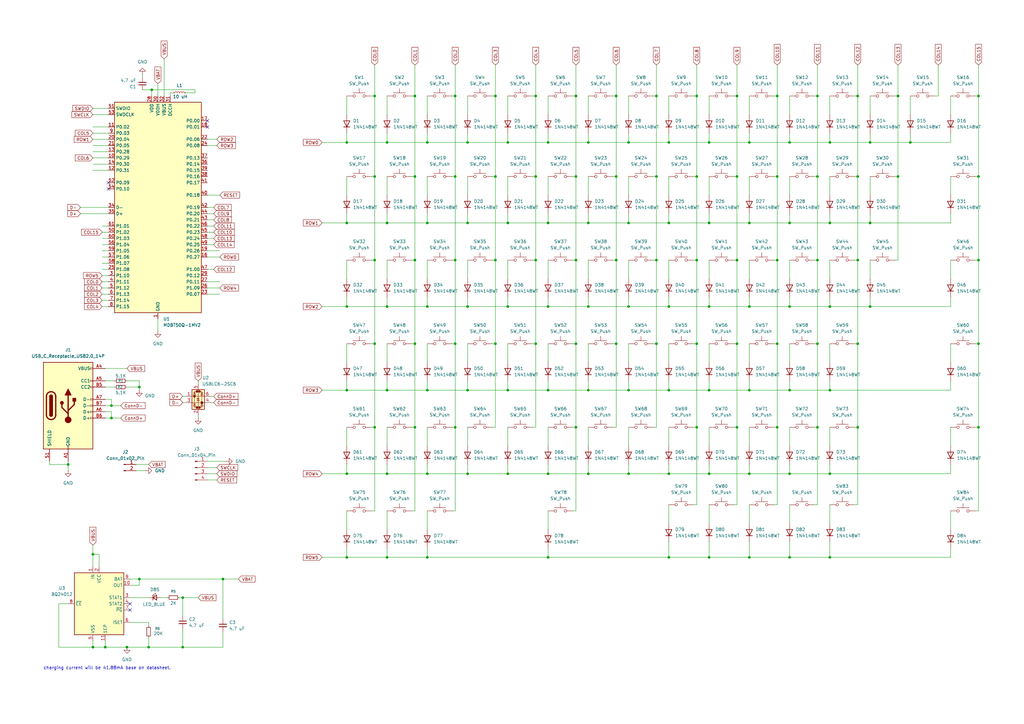
<source format=kicad_sch>
(kicad_sch
	(version 20250114)
	(generator "eeschema")
	(generator_version "9.0")
	(uuid "efbc0a60-5368-4af9-902d-9c54c5b6a368")
	(paper "A3")
	(lib_symbols
		(symbol "Battery_Management:BQ24012"
			(exclude_from_sim no)
			(in_bom yes)
			(on_board yes)
			(property "Reference" "U"
				(at -10.16 15.24 0)
				(effects
					(font
						(size 1.27 1.27)
					)
				)
			)
			(property "Value" "BQ24012"
				(at -12.7 17.78 0)
				(effects
					(font
						(size 1.27 1.27)
					)
				)
			)
			(property "Footprint" "Package_SON:VSON-10-1EP_3x3mm_P0.5mm_EP1.65x2.4mm_ThermalVias"
				(at 0 -17.78 0)
				(effects
					(font
						(size 1.27 1.27)
					)
					(hide yes)
				)
			)
			(property "Datasheet" "http://www.ti.com/lit/ds/symlink/bq24012.pdf"
				(at 0 0 0)
				(effects
					(font
						(size 1.27 1.27)
					)
					(hide yes)
				)
			)
			(property "Description" "Single-Chip Li-Ion Charge Management IC, DFN-10"
				(at 0 0 0)
				(effects
					(font
						(size 1.27 1.27)
					)
					(hide yes)
				)
			)
			(property "ki_keywords" "Battery Charger Li-Ion"
				(at 0 0 0)
				(effects
					(font
						(size 1.27 1.27)
					)
					(hide yes)
				)
			)
			(property "ki_fp_filters" "VSON*1EP*3x3mm*P0.5mm*"
				(at 0 0 0)
				(effects
					(font
						(size 1.27 1.27)
					)
					(hide yes)
				)
			)
			(symbol "BQ24012_0_1"
				(rectangle
					(start -10.16 12.7)
					(end 10.16 -12.7)
					(stroke
						(width 0.254)
						(type default)
					)
					(fill
						(type background)
					)
				)
			)
			(symbol "BQ24012_1_1"
				(pin input line
					(at -12.7 0 0)
					(length 2.54)
					(name "~{CE}"
						(effects
							(font
								(size 1.27 1.27)
							)
						)
					)
					(number "8"
						(effects
							(font
								(size 1.27 1.27)
							)
						)
					)
				)
				(pin power_in line
					(at -2.54 15.24 270)
					(length 2.54)
					(name "IN"
						(effects
							(font
								(size 1.27 1.27)
							)
						)
					)
					(number "1"
						(effects
							(font
								(size 1.27 1.27)
							)
						)
					)
				)
				(pin power_in line
					(at -2.54 -15.24 90)
					(length 2.54)
					(name "VSS"
						(effects
							(font
								(size 1.27 1.27)
							)
						)
					)
					(number "5"
						(effects
							(font
								(size 1.27 1.27)
							)
						)
					)
				)
				(pin power_in line
					(at 0 15.24 270)
					(length 2.54)
					(name "VCC"
						(effects
							(font
								(size 1.27 1.27)
							)
						)
					)
					(number "2"
						(effects
							(font
								(size 1.27 1.27)
							)
						)
					)
				)
				(pin passive line
					(at 2.54 -15.24 90)
					(length 2.54)
					(name "1EP"
						(effects
							(font
								(size 1.27 1.27)
							)
						)
					)
					(number "11"
						(effects
							(font
								(size 1.27 1.27)
							)
						)
					)
				)
				(pin input line
					(at 12.7 10.16 180)
					(length 2.54)
					(name "BAT"
						(effects
							(font
								(size 1.27 1.27)
							)
						)
					)
					(number "9"
						(effects
							(font
								(size 1.27 1.27)
							)
						)
					)
				)
				(pin power_out line
					(at 12.7 7.62 180)
					(length 2.54)
					(name "OUT"
						(effects
							(font
								(size 1.27 1.27)
							)
						)
					)
					(number "10"
						(effects
							(font
								(size 1.27 1.27)
							)
						)
					)
				)
				(pin open_collector line
					(at 12.7 2.54 180)
					(length 2.54)
					(name "STAT1"
						(effects
							(font
								(size 1.27 1.27)
							)
						)
					)
					(number "3"
						(effects
							(font
								(size 1.27 1.27)
							)
						)
					)
				)
				(pin open_collector line
					(at 12.7 0 180)
					(length 2.54)
					(name "STAT2"
						(effects
							(font
								(size 1.27 1.27)
							)
						)
					)
					(number "4"
						(effects
							(font
								(size 1.27 1.27)
							)
						)
					)
				)
				(pin open_collector line
					(at 12.7 -2.54 180)
					(length 2.54)
					(name "~{PG}"
						(effects
							(font
								(size 1.27 1.27)
							)
						)
					)
					(number "7"
						(effects
							(font
								(size 1.27 1.27)
							)
						)
					)
				)
				(pin output line
					(at 12.7 -7.62 180)
					(length 2.54)
					(name "ISET"
						(effects
							(font
								(size 1.27 1.27)
							)
						)
					)
					(number "6"
						(effects
							(font
								(size 1.27 1.27)
							)
						)
					)
				)
			)
			(embedded_fonts no)
		)
		(symbol "Connector:Conn_01x02_Pin"
			(pin_names
				(offset 1.016)
				(hide yes)
			)
			(exclude_from_sim no)
			(in_bom yes)
			(on_board yes)
			(property "Reference" "J"
				(at 0 2.54 0)
				(effects
					(font
						(size 1.27 1.27)
					)
				)
			)
			(property "Value" "Conn_01x02_Pin"
				(at 0 -5.08 0)
				(effects
					(font
						(size 1.27 1.27)
					)
				)
			)
			(property "Footprint" ""
				(at 0 0 0)
				(effects
					(font
						(size 1.27 1.27)
					)
					(hide yes)
				)
			)
			(property "Datasheet" "~"
				(at 0 0 0)
				(effects
					(font
						(size 1.27 1.27)
					)
					(hide yes)
				)
			)
			(property "Description" "Generic connector, single row, 01x02, script generated"
				(at 0 0 0)
				(effects
					(font
						(size 1.27 1.27)
					)
					(hide yes)
				)
			)
			(property "ki_locked" ""
				(at 0 0 0)
				(effects
					(font
						(size 1.27 1.27)
					)
				)
			)
			(property "ki_keywords" "connector"
				(at 0 0 0)
				(effects
					(font
						(size 1.27 1.27)
					)
					(hide yes)
				)
			)
			(property "ki_fp_filters" "Connector*:*_1x??_*"
				(at 0 0 0)
				(effects
					(font
						(size 1.27 1.27)
					)
					(hide yes)
				)
			)
			(symbol "Conn_01x02_Pin_1_1"
				(rectangle
					(start 0.8636 0.127)
					(end 0 -0.127)
					(stroke
						(width 0.1524)
						(type default)
					)
					(fill
						(type outline)
					)
				)
				(rectangle
					(start 0.8636 -2.413)
					(end 0 -2.667)
					(stroke
						(width 0.1524)
						(type default)
					)
					(fill
						(type outline)
					)
				)
				(polyline
					(pts
						(xy 1.27 0) (xy 0.8636 0)
					)
					(stroke
						(width 0.1524)
						(type default)
					)
					(fill
						(type none)
					)
				)
				(polyline
					(pts
						(xy 1.27 -2.54) (xy 0.8636 -2.54)
					)
					(stroke
						(width 0.1524)
						(type default)
					)
					(fill
						(type none)
					)
				)
				(pin passive line
					(at 5.08 0 180)
					(length 3.81)
					(name "Pin_1"
						(effects
							(font
								(size 1.27 1.27)
							)
						)
					)
					(number "1"
						(effects
							(font
								(size 1.27 1.27)
							)
						)
					)
				)
				(pin passive line
					(at 5.08 -2.54 180)
					(length 3.81)
					(name "Pin_2"
						(effects
							(font
								(size 1.27 1.27)
							)
						)
					)
					(number "2"
						(effects
							(font
								(size 1.27 1.27)
							)
						)
					)
				)
			)
			(embedded_fonts no)
		)
		(symbol "Connector:Conn_01x04_Pin"
			(pin_names
				(offset 1.016)
				(hide yes)
			)
			(exclude_from_sim no)
			(in_bom yes)
			(on_board yes)
			(property "Reference" "J"
				(at 0 5.08 0)
				(effects
					(font
						(size 1.27 1.27)
					)
				)
			)
			(property "Value" "Conn_01x04_Pin"
				(at 0 -7.62 0)
				(effects
					(font
						(size 1.27 1.27)
					)
				)
			)
			(property "Footprint" ""
				(at 0 0 0)
				(effects
					(font
						(size 1.27 1.27)
					)
					(hide yes)
				)
			)
			(property "Datasheet" "~"
				(at 0 0 0)
				(effects
					(font
						(size 1.27 1.27)
					)
					(hide yes)
				)
			)
			(property "Description" "Generic connector, single row, 01x04, script generated"
				(at 0 0 0)
				(effects
					(font
						(size 1.27 1.27)
					)
					(hide yes)
				)
			)
			(property "ki_locked" ""
				(at 0 0 0)
				(effects
					(font
						(size 1.27 1.27)
					)
				)
			)
			(property "ki_keywords" "connector"
				(at 0 0 0)
				(effects
					(font
						(size 1.27 1.27)
					)
					(hide yes)
				)
			)
			(property "ki_fp_filters" "Connector*:*_1x??_*"
				(at 0 0 0)
				(effects
					(font
						(size 1.27 1.27)
					)
					(hide yes)
				)
			)
			(symbol "Conn_01x04_Pin_1_1"
				(rectangle
					(start 0.8636 2.667)
					(end 0 2.413)
					(stroke
						(width 0.1524)
						(type default)
					)
					(fill
						(type outline)
					)
				)
				(rectangle
					(start 0.8636 0.127)
					(end 0 -0.127)
					(stroke
						(width 0.1524)
						(type default)
					)
					(fill
						(type outline)
					)
				)
				(rectangle
					(start 0.8636 -2.413)
					(end 0 -2.667)
					(stroke
						(width 0.1524)
						(type default)
					)
					(fill
						(type outline)
					)
				)
				(rectangle
					(start 0.8636 -4.953)
					(end 0 -5.207)
					(stroke
						(width 0.1524)
						(type default)
					)
					(fill
						(type outline)
					)
				)
				(polyline
					(pts
						(xy 1.27 2.54) (xy 0.8636 2.54)
					)
					(stroke
						(width 0.1524)
						(type default)
					)
					(fill
						(type none)
					)
				)
				(polyline
					(pts
						(xy 1.27 0) (xy 0.8636 0)
					)
					(stroke
						(width 0.1524)
						(type default)
					)
					(fill
						(type none)
					)
				)
				(polyline
					(pts
						(xy 1.27 -2.54) (xy 0.8636 -2.54)
					)
					(stroke
						(width 0.1524)
						(type default)
					)
					(fill
						(type none)
					)
				)
				(polyline
					(pts
						(xy 1.27 -5.08) (xy 0.8636 -5.08)
					)
					(stroke
						(width 0.1524)
						(type default)
					)
					(fill
						(type none)
					)
				)
				(pin passive line
					(at 5.08 2.54 180)
					(length 3.81)
					(name "Pin_1"
						(effects
							(font
								(size 1.27 1.27)
							)
						)
					)
					(number "1"
						(effects
							(font
								(size 1.27 1.27)
							)
						)
					)
				)
				(pin passive line
					(at 5.08 0 180)
					(length 3.81)
					(name "Pin_2"
						(effects
							(font
								(size 1.27 1.27)
							)
						)
					)
					(number "2"
						(effects
							(font
								(size 1.27 1.27)
							)
						)
					)
				)
				(pin passive line
					(at 5.08 -2.54 180)
					(length 3.81)
					(name "Pin_3"
						(effects
							(font
								(size 1.27 1.27)
							)
						)
					)
					(number "3"
						(effects
							(font
								(size 1.27 1.27)
							)
						)
					)
				)
				(pin passive line
					(at 5.08 -5.08 180)
					(length 3.81)
					(name "Pin_4"
						(effects
							(font
								(size 1.27 1.27)
							)
						)
					)
					(number "4"
						(effects
							(font
								(size 1.27 1.27)
							)
						)
					)
				)
			)
			(embedded_fonts no)
		)
		(symbol "Connector:USB_C_Receptacle_USB2.0_14P"
			(pin_names
				(offset 1.016)
			)
			(exclude_from_sim no)
			(in_bom yes)
			(on_board yes)
			(property "Reference" "J"
				(at 0 22.225 0)
				(effects
					(font
						(size 1.27 1.27)
					)
				)
			)
			(property "Value" "USB_C_Receptacle_USB2.0_14P"
				(at 0 19.685 0)
				(effects
					(font
						(size 1.27 1.27)
					)
				)
			)
			(property "Footprint" ""
				(at 3.81 0 0)
				(effects
					(font
						(size 1.27 1.27)
					)
					(hide yes)
				)
			)
			(property "Datasheet" "https://www.usb.org/sites/default/files/documents/usb_type-c.zip"
				(at 3.81 0 0)
				(effects
					(font
						(size 1.27 1.27)
					)
					(hide yes)
				)
			)
			(property "Description" "USB 2.0-only 14P Type-C Receptacle connector"
				(at 0 0 0)
				(effects
					(font
						(size 1.27 1.27)
					)
					(hide yes)
				)
			)
			(property "ki_keywords" "usb universal serial bus type-C USB2.0"
				(at 0 0 0)
				(effects
					(font
						(size 1.27 1.27)
					)
					(hide yes)
				)
			)
			(property "ki_fp_filters" "USB*C*Receptacle*"
				(at 0 0 0)
				(effects
					(font
						(size 1.27 1.27)
					)
					(hide yes)
				)
			)
			(symbol "USB_C_Receptacle_USB2.0_14P_0_0"
				(rectangle
					(start -0.254 -17.78)
					(end 0.254 -16.764)
					(stroke
						(width 0)
						(type default)
					)
					(fill
						(type none)
					)
				)
				(rectangle
					(start 10.16 15.494)
					(end 9.144 14.986)
					(stroke
						(width 0)
						(type default)
					)
					(fill
						(type none)
					)
				)
				(rectangle
					(start 10.16 10.414)
					(end 9.144 9.906)
					(stroke
						(width 0)
						(type default)
					)
					(fill
						(type none)
					)
				)
				(rectangle
					(start 10.16 7.874)
					(end 9.144 7.366)
					(stroke
						(width 0)
						(type default)
					)
					(fill
						(type none)
					)
				)
				(rectangle
					(start 10.16 2.794)
					(end 9.144 2.286)
					(stroke
						(width 0)
						(type default)
					)
					(fill
						(type none)
					)
				)
				(rectangle
					(start 10.16 0.254)
					(end 9.144 -0.254)
					(stroke
						(width 0)
						(type default)
					)
					(fill
						(type none)
					)
				)
				(rectangle
					(start 10.16 -2.286)
					(end 9.144 -2.794)
					(stroke
						(width 0)
						(type default)
					)
					(fill
						(type none)
					)
				)
				(rectangle
					(start 10.16 -4.826)
					(end 9.144 -5.334)
					(stroke
						(width 0)
						(type default)
					)
					(fill
						(type none)
					)
				)
			)
			(symbol "USB_C_Receptacle_USB2.0_14P_0_1"
				(rectangle
					(start -10.16 17.78)
					(end 10.16 -17.78)
					(stroke
						(width 0.254)
						(type default)
					)
					(fill
						(type background)
					)
				)
				(polyline
					(pts
						(xy -8.89 -3.81) (xy -8.89 3.81)
					)
					(stroke
						(width 0.508)
						(type default)
					)
					(fill
						(type none)
					)
				)
				(rectangle
					(start -7.62 -3.81)
					(end -6.35 3.81)
					(stroke
						(width 0.254)
						(type default)
					)
					(fill
						(type outline)
					)
				)
				(arc
					(start -7.62 3.81)
					(mid -6.985 4.4423)
					(end -6.35 3.81)
					(stroke
						(width 0.254)
						(type default)
					)
					(fill
						(type none)
					)
				)
				(arc
					(start -7.62 3.81)
					(mid -6.985 4.4423)
					(end -6.35 3.81)
					(stroke
						(width 0.254)
						(type default)
					)
					(fill
						(type outline)
					)
				)
				(arc
					(start -8.89 3.81)
					(mid -6.985 5.7067)
					(end -5.08 3.81)
					(stroke
						(width 0.508)
						(type default)
					)
					(fill
						(type none)
					)
				)
				(arc
					(start -5.08 -3.81)
					(mid -6.985 -5.7067)
					(end -8.89 -3.81)
					(stroke
						(width 0.508)
						(type default)
					)
					(fill
						(type none)
					)
				)
				(arc
					(start -6.35 -3.81)
					(mid -6.985 -4.4423)
					(end -7.62 -3.81)
					(stroke
						(width 0.254)
						(type default)
					)
					(fill
						(type none)
					)
				)
				(arc
					(start -6.35 -3.81)
					(mid -6.985 -4.4423)
					(end -7.62 -3.81)
					(stroke
						(width 0.254)
						(type default)
					)
					(fill
						(type outline)
					)
				)
				(polyline
					(pts
						(xy -5.08 3.81) (xy -5.08 -3.81)
					)
					(stroke
						(width 0.508)
						(type default)
					)
					(fill
						(type none)
					)
				)
				(circle
					(center -2.54 1.143)
					(radius 0.635)
					(stroke
						(width 0.254)
						(type default)
					)
					(fill
						(type outline)
					)
				)
				(polyline
					(pts
						(xy -1.27 4.318) (xy 0 6.858) (xy 1.27 4.318) (xy -1.27 4.318)
					)
					(stroke
						(width 0.254)
						(type default)
					)
					(fill
						(type outline)
					)
				)
				(polyline
					(pts
						(xy 0 -2.032) (xy 2.54 0.508) (xy 2.54 1.778)
					)
					(stroke
						(width 0.508)
						(type default)
					)
					(fill
						(type none)
					)
				)
				(polyline
					(pts
						(xy 0 -3.302) (xy -2.54 -0.762) (xy -2.54 0.508)
					)
					(stroke
						(width 0.508)
						(type default)
					)
					(fill
						(type none)
					)
				)
				(polyline
					(pts
						(xy 0 -5.842) (xy 0 4.318)
					)
					(stroke
						(width 0.508)
						(type default)
					)
					(fill
						(type none)
					)
				)
				(circle
					(center 0 -5.842)
					(radius 1.27)
					(stroke
						(width 0)
						(type default)
					)
					(fill
						(type outline)
					)
				)
				(rectangle
					(start 1.905 1.778)
					(end 3.175 3.048)
					(stroke
						(width 0.254)
						(type default)
					)
					(fill
						(type outline)
					)
				)
			)
			(symbol "USB_C_Receptacle_USB2.0_14P_1_1"
				(pin passive line
					(at -7.62 -22.86 90)
					(length 5.08)
					(name "SHIELD"
						(effects
							(font
								(size 1.27 1.27)
							)
						)
					)
					(number "S1"
						(effects
							(font
								(size 1.27 1.27)
							)
						)
					)
				)
				(pin passive line
					(at 0 -22.86 90)
					(length 5.08)
					(name "GND"
						(effects
							(font
								(size 1.27 1.27)
							)
						)
					)
					(number "A1"
						(effects
							(font
								(size 1.27 1.27)
							)
						)
					)
				)
				(pin passive line
					(at 0 -22.86 90)
					(length 5.08)
					(hide yes)
					(name "GND"
						(effects
							(font
								(size 1.27 1.27)
							)
						)
					)
					(number "A12"
						(effects
							(font
								(size 1.27 1.27)
							)
						)
					)
				)
				(pin passive line
					(at 0 -22.86 90)
					(length 5.08)
					(hide yes)
					(name "GND"
						(effects
							(font
								(size 1.27 1.27)
							)
						)
					)
					(number "B1"
						(effects
							(font
								(size 1.27 1.27)
							)
						)
					)
				)
				(pin passive line
					(at 0 -22.86 90)
					(length 5.08)
					(hide yes)
					(name "GND"
						(effects
							(font
								(size 1.27 1.27)
							)
						)
					)
					(number "B12"
						(effects
							(font
								(size 1.27 1.27)
							)
						)
					)
				)
				(pin passive line
					(at 15.24 15.24 180)
					(length 5.08)
					(name "VBUS"
						(effects
							(font
								(size 1.27 1.27)
							)
						)
					)
					(number "A4"
						(effects
							(font
								(size 1.27 1.27)
							)
						)
					)
				)
				(pin passive line
					(at 15.24 15.24 180)
					(length 5.08)
					(hide yes)
					(name "VBUS"
						(effects
							(font
								(size 1.27 1.27)
							)
						)
					)
					(number "A9"
						(effects
							(font
								(size 1.27 1.27)
							)
						)
					)
				)
				(pin passive line
					(at 15.24 15.24 180)
					(length 5.08)
					(hide yes)
					(name "VBUS"
						(effects
							(font
								(size 1.27 1.27)
							)
						)
					)
					(number "B4"
						(effects
							(font
								(size 1.27 1.27)
							)
						)
					)
				)
				(pin passive line
					(at 15.24 15.24 180)
					(length 5.08)
					(hide yes)
					(name "VBUS"
						(effects
							(font
								(size 1.27 1.27)
							)
						)
					)
					(number "B9"
						(effects
							(font
								(size 1.27 1.27)
							)
						)
					)
				)
				(pin bidirectional line
					(at 15.24 10.16 180)
					(length 5.08)
					(name "CC1"
						(effects
							(font
								(size 1.27 1.27)
							)
						)
					)
					(number "A5"
						(effects
							(font
								(size 1.27 1.27)
							)
						)
					)
				)
				(pin bidirectional line
					(at 15.24 7.62 180)
					(length 5.08)
					(name "CC2"
						(effects
							(font
								(size 1.27 1.27)
							)
						)
					)
					(number "B5"
						(effects
							(font
								(size 1.27 1.27)
							)
						)
					)
				)
				(pin bidirectional line
					(at 15.24 2.54 180)
					(length 5.08)
					(name "D-"
						(effects
							(font
								(size 1.27 1.27)
							)
						)
					)
					(number "A7"
						(effects
							(font
								(size 1.27 1.27)
							)
						)
					)
				)
				(pin bidirectional line
					(at 15.24 0 180)
					(length 5.08)
					(name "D-"
						(effects
							(font
								(size 1.27 1.27)
							)
						)
					)
					(number "B7"
						(effects
							(font
								(size 1.27 1.27)
							)
						)
					)
				)
				(pin bidirectional line
					(at 15.24 -2.54 180)
					(length 5.08)
					(name "D+"
						(effects
							(font
								(size 1.27 1.27)
							)
						)
					)
					(number "A6"
						(effects
							(font
								(size 1.27 1.27)
							)
						)
					)
				)
				(pin bidirectional line
					(at 15.24 -5.08 180)
					(length 5.08)
					(name "D+"
						(effects
							(font
								(size 1.27 1.27)
							)
						)
					)
					(number "B6"
						(effects
							(font
								(size 1.27 1.27)
							)
						)
					)
				)
			)
			(embedded_fonts no)
		)
		(symbol "Device:C_Small"
			(pin_numbers
				(hide yes)
			)
			(pin_names
				(offset 0.254)
				(hide yes)
			)
			(exclude_from_sim no)
			(in_bom yes)
			(on_board yes)
			(property "Reference" "C"
				(at 0.254 1.778 0)
				(effects
					(font
						(size 1.27 1.27)
					)
					(justify left)
				)
			)
			(property "Value" "C_Small"
				(at 0.254 -2.032 0)
				(effects
					(font
						(size 1.27 1.27)
					)
					(justify left)
				)
			)
			(property "Footprint" ""
				(at 0 0 0)
				(effects
					(font
						(size 1.27 1.27)
					)
					(hide yes)
				)
			)
			(property "Datasheet" "~"
				(at 0 0 0)
				(effects
					(font
						(size 1.27 1.27)
					)
					(hide yes)
				)
			)
			(property "Description" "Unpolarized capacitor, small symbol"
				(at 0 0 0)
				(effects
					(font
						(size 1.27 1.27)
					)
					(hide yes)
				)
			)
			(property "ki_keywords" "capacitor cap"
				(at 0 0 0)
				(effects
					(font
						(size 1.27 1.27)
					)
					(hide yes)
				)
			)
			(property "ki_fp_filters" "C_*"
				(at 0 0 0)
				(effects
					(font
						(size 1.27 1.27)
					)
					(hide yes)
				)
			)
			(symbol "C_Small_0_1"
				(polyline
					(pts
						(xy -1.524 0.508) (xy 1.524 0.508)
					)
					(stroke
						(width 0.3048)
						(type default)
					)
					(fill
						(type none)
					)
				)
				(polyline
					(pts
						(xy -1.524 -0.508) (xy 1.524 -0.508)
					)
					(stroke
						(width 0.3302)
						(type default)
					)
					(fill
						(type none)
					)
				)
			)
			(symbol "C_Small_1_1"
				(pin passive line
					(at 0 2.54 270)
					(length 2.032)
					(name "~"
						(effects
							(font
								(size 1.27 1.27)
							)
						)
					)
					(number "1"
						(effects
							(font
								(size 1.27 1.27)
							)
						)
					)
				)
				(pin passive line
					(at 0 -2.54 90)
					(length 2.032)
					(name "~"
						(effects
							(font
								(size 1.27 1.27)
							)
						)
					)
					(number "2"
						(effects
							(font
								(size 1.27 1.27)
							)
						)
					)
				)
			)
			(embedded_fonts no)
		)
		(symbol "Device:LED_Small"
			(pin_numbers
				(hide yes)
			)
			(pin_names
				(offset 0.254)
				(hide yes)
			)
			(exclude_from_sim no)
			(in_bom yes)
			(on_board yes)
			(property "Reference" "D"
				(at -1.27 3.175 0)
				(effects
					(font
						(size 1.27 1.27)
					)
					(justify left)
				)
			)
			(property "Value" "LED_Small"
				(at -4.445 -2.54 0)
				(effects
					(font
						(size 1.27 1.27)
					)
					(justify left)
				)
			)
			(property "Footprint" ""
				(at 0 0 90)
				(effects
					(font
						(size 1.27 1.27)
					)
					(hide yes)
				)
			)
			(property "Datasheet" "~"
				(at 0 0 90)
				(effects
					(font
						(size 1.27 1.27)
					)
					(hide yes)
				)
			)
			(property "Description" "Light emitting diode, small symbol"
				(at 0 0 0)
				(effects
					(font
						(size 1.27 1.27)
					)
					(hide yes)
				)
			)
			(property "Sim.Pin" "1=K 2=A"
				(at 0 0 0)
				(effects
					(font
						(size 1.27 1.27)
					)
					(hide yes)
				)
			)
			(property "ki_keywords" "LED diode light-emitting-diode"
				(at 0 0 0)
				(effects
					(font
						(size 1.27 1.27)
					)
					(hide yes)
				)
			)
			(property "ki_fp_filters" "LED* LED_SMD:* LED_THT:*"
				(at 0 0 0)
				(effects
					(font
						(size 1.27 1.27)
					)
					(hide yes)
				)
			)
			(symbol "LED_Small_0_1"
				(polyline
					(pts
						(xy -0.762 -1.016) (xy -0.762 1.016)
					)
					(stroke
						(width 0.254)
						(type default)
					)
					(fill
						(type none)
					)
				)
				(polyline
					(pts
						(xy 0 0.762) (xy -0.508 1.27) (xy -0.254 1.27) (xy -0.508 1.27) (xy -0.508 1.016)
					)
					(stroke
						(width 0)
						(type default)
					)
					(fill
						(type none)
					)
				)
				(polyline
					(pts
						(xy 0.508 1.27) (xy 0 1.778) (xy 0.254 1.778) (xy 0 1.778) (xy 0 1.524)
					)
					(stroke
						(width 0)
						(type default)
					)
					(fill
						(type none)
					)
				)
				(polyline
					(pts
						(xy 0.762 -1.016) (xy -0.762 0) (xy 0.762 1.016) (xy 0.762 -1.016)
					)
					(stroke
						(width 0.254)
						(type default)
					)
					(fill
						(type none)
					)
				)
				(polyline
					(pts
						(xy 1.016 0) (xy -0.762 0)
					)
					(stroke
						(width 0)
						(type default)
					)
					(fill
						(type none)
					)
				)
			)
			(symbol "LED_Small_1_1"
				(pin passive line
					(at -2.54 0 0)
					(length 1.778)
					(name "K"
						(effects
							(font
								(size 1.27 1.27)
							)
						)
					)
					(number "1"
						(effects
							(font
								(size 1.27 1.27)
							)
						)
					)
				)
				(pin passive line
					(at 2.54 0 180)
					(length 1.778)
					(name "A"
						(effects
							(font
								(size 1.27 1.27)
							)
						)
					)
					(number "2"
						(effects
							(font
								(size 1.27 1.27)
							)
						)
					)
				)
			)
			(embedded_fonts no)
		)
		(symbol "Device:L_Small"
			(pin_numbers
				(hide yes)
			)
			(pin_names
				(offset 0.254)
				(hide yes)
			)
			(exclude_from_sim no)
			(in_bom yes)
			(on_board yes)
			(property "Reference" "L"
				(at 0.762 1.016 0)
				(effects
					(font
						(size 1.27 1.27)
					)
					(justify left)
				)
			)
			(property "Value" "L_Small"
				(at 0.762 -1.016 0)
				(effects
					(font
						(size 1.27 1.27)
					)
					(justify left)
				)
			)
			(property "Footprint" ""
				(at 0 0 0)
				(effects
					(font
						(size 1.27 1.27)
					)
					(hide yes)
				)
			)
			(property "Datasheet" "~"
				(at 0 0 0)
				(effects
					(font
						(size 1.27 1.27)
					)
					(hide yes)
				)
			)
			(property "Description" "Inductor, small symbol"
				(at 0 0 0)
				(effects
					(font
						(size 1.27 1.27)
					)
					(hide yes)
				)
			)
			(property "ki_keywords" "inductor choke coil reactor magnetic"
				(at 0 0 0)
				(effects
					(font
						(size 1.27 1.27)
					)
					(hide yes)
				)
			)
			(property "ki_fp_filters" "Choke_* *Coil* Inductor_* L_*"
				(at 0 0 0)
				(effects
					(font
						(size 1.27 1.27)
					)
					(hide yes)
				)
			)
			(symbol "L_Small_0_1"
				(arc
					(start 0 2.032)
					(mid 0.5058 1.524)
					(end 0 1.016)
					(stroke
						(width 0)
						(type default)
					)
					(fill
						(type none)
					)
				)
				(arc
					(start 0 1.016)
					(mid 0.5058 0.508)
					(end 0 0)
					(stroke
						(width 0)
						(type default)
					)
					(fill
						(type none)
					)
				)
				(arc
					(start 0 0)
					(mid 0.5058 -0.508)
					(end 0 -1.016)
					(stroke
						(width 0)
						(type default)
					)
					(fill
						(type none)
					)
				)
				(arc
					(start 0 -1.016)
					(mid 0.5058 -1.524)
					(end 0 -2.032)
					(stroke
						(width 0)
						(type default)
					)
					(fill
						(type none)
					)
				)
			)
			(symbol "L_Small_1_1"
				(pin passive line
					(at 0 2.54 270)
					(length 0.508)
					(name "~"
						(effects
							(font
								(size 1.27 1.27)
							)
						)
					)
					(number "1"
						(effects
							(font
								(size 1.27 1.27)
							)
						)
					)
				)
				(pin passive line
					(at 0 -2.54 90)
					(length 0.508)
					(name "~"
						(effects
							(font
								(size 1.27 1.27)
							)
						)
					)
					(number "2"
						(effects
							(font
								(size 1.27 1.27)
							)
						)
					)
				)
			)
			(embedded_fonts no)
		)
		(symbol "Device:R_Small"
			(pin_numbers
				(hide yes)
			)
			(pin_names
				(offset 0.254)
				(hide yes)
			)
			(exclude_from_sim no)
			(in_bom yes)
			(on_board yes)
			(property "Reference" "R"
				(at 0 0 90)
				(effects
					(font
						(size 1.016 1.016)
					)
				)
			)
			(property "Value" "R_Small"
				(at 1.778 0 90)
				(effects
					(font
						(size 1.27 1.27)
					)
				)
			)
			(property "Footprint" ""
				(at 0 0 0)
				(effects
					(font
						(size 1.27 1.27)
					)
					(hide yes)
				)
			)
			(property "Datasheet" "~"
				(at 0 0 0)
				(effects
					(font
						(size 1.27 1.27)
					)
					(hide yes)
				)
			)
			(property "Description" "Resistor, small symbol"
				(at 0 0 0)
				(effects
					(font
						(size 1.27 1.27)
					)
					(hide yes)
				)
			)
			(property "ki_keywords" "R resistor"
				(at 0 0 0)
				(effects
					(font
						(size 1.27 1.27)
					)
					(hide yes)
				)
			)
			(property "ki_fp_filters" "R_*"
				(at 0 0 0)
				(effects
					(font
						(size 1.27 1.27)
					)
					(hide yes)
				)
			)
			(symbol "R_Small_0_1"
				(rectangle
					(start -0.762 1.778)
					(end 0.762 -1.778)
					(stroke
						(width 0.2032)
						(type default)
					)
					(fill
						(type none)
					)
				)
			)
			(symbol "R_Small_1_1"
				(pin passive line
					(at 0 2.54 270)
					(length 0.762)
					(name "~"
						(effects
							(font
								(size 1.27 1.27)
							)
						)
					)
					(number "1"
						(effects
							(font
								(size 1.27 1.27)
							)
						)
					)
				)
				(pin passive line
					(at 0 -2.54 90)
					(length 0.762)
					(name "~"
						(effects
							(font
								(size 1.27 1.27)
							)
						)
					)
					(number "2"
						(effects
							(font
								(size 1.27 1.27)
							)
						)
					)
				)
			)
			(embedded_fonts no)
		)
		(symbol "Diode:1N4148WT"
			(pin_numbers
				(hide yes)
			)
			(pin_names
				(hide yes)
			)
			(exclude_from_sim no)
			(in_bom yes)
			(on_board yes)
			(property "Reference" "D"
				(at 0 2.54 0)
				(effects
					(font
						(size 1.27 1.27)
					)
				)
			)
			(property "Value" "1N4148WT"
				(at 0 -2.54 0)
				(effects
					(font
						(size 1.27 1.27)
					)
				)
			)
			(property "Footprint" "Diode_SMD:D_SOD-523"
				(at 0 -4.445 0)
				(effects
					(font
						(size 1.27 1.27)
					)
					(hide yes)
				)
			)
			(property "Datasheet" "https://www.diodes.com/assets/Datasheets/ds30396.pdf"
				(at 0 0 0)
				(effects
					(font
						(size 1.27 1.27)
					)
					(hide yes)
				)
			)
			(property "Description" "75V 0.15A Fast switching Diode, SOD-523"
				(at 0 0 0)
				(effects
					(font
						(size 1.27 1.27)
					)
					(hide yes)
				)
			)
			(property "Sim.Device" "D"
				(at 0 0 0)
				(effects
					(font
						(size 1.27 1.27)
					)
					(hide yes)
				)
			)
			(property "Sim.Pins" "1=K 2=A"
				(at 0 0 0)
				(effects
					(font
						(size 1.27 1.27)
					)
					(hide yes)
				)
			)
			(property "ki_keywords" "diode"
				(at 0 0 0)
				(effects
					(font
						(size 1.27 1.27)
					)
					(hide yes)
				)
			)
			(property "ki_fp_filters" "D*SOD?523*"
				(at 0 0 0)
				(effects
					(font
						(size 1.27 1.27)
					)
					(hide yes)
				)
			)
			(symbol "1N4148WT_0_1"
				(polyline
					(pts
						(xy -1.27 1.27) (xy -1.27 -1.27)
					)
					(stroke
						(width 0.254)
						(type default)
					)
					(fill
						(type none)
					)
				)
				(polyline
					(pts
						(xy 1.27 1.27) (xy 1.27 -1.27) (xy -1.27 0) (xy 1.27 1.27)
					)
					(stroke
						(width 0.254)
						(type default)
					)
					(fill
						(type none)
					)
				)
				(polyline
					(pts
						(xy 1.27 0) (xy -1.27 0)
					)
					(stroke
						(width 0)
						(type default)
					)
					(fill
						(type none)
					)
				)
			)
			(symbol "1N4148WT_1_1"
				(pin passive line
					(at -3.81 0 0)
					(length 2.54)
					(name "K"
						(effects
							(font
								(size 1.27 1.27)
							)
						)
					)
					(number "1"
						(effects
							(font
								(size 1.27 1.27)
							)
						)
					)
				)
				(pin passive line
					(at 3.81 0 180)
					(length 2.54)
					(name "A"
						(effects
							(font
								(size 1.27 1.27)
							)
						)
					)
					(number "2"
						(effects
							(font
								(size 1.27 1.27)
							)
						)
					)
				)
			)
			(embedded_fonts no)
		)
		(symbol "Power_Protection:USBLC6-2SC6"
			(pin_names
				(hide yes)
			)
			(exclude_from_sim no)
			(in_bom yes)
			(on_board yes)
			(property "Reference" "U"
				(at 0.635 5.715 0)
				(effects
					(font
						(size 1.27 1.27)
					)
					(justify left)
				)
			)
			(property "Value" "USBLC6-2SC6"
				(at 0.635 3.81 0)
				(effects
					(font
						(size 1.27 1.27)
					)
					(justify left)
				)
			)
			(property "Footprint" "Package_TO_SOT_SMD:SOT-23-6"
				(at 1.27 -6.35 0)
				(effects
					(font
						(size 1.27 1.27)
						(italic yes)
					)
					(justify left)
					(hide yes)
				)
			)
			(property "Datasheet" "https://www.st.com/resource/en/datasheet/usblc6-2.pdf"
				(at 1.27 -8.255 0)
				(effects
					(font
						(size 1.27 1.27)
					)
					(justify left)
					(hide yes)
				)
			)
			(property "Description" "Very low capacitance ESD protection diode, 2 data-line, SOT-23-6"
				(at 0 0 0)
				(effects
					(font
						(size 1.27 1.27)
					)
					(hide yes)
				)
			)
			(property "ki_keywords" "usb ethernet video"
				(at 0 0 0)
				(effects
					(font
						(size 1.27 1.27)
					)
					(hide yes)
				)
			)
			(property "ki_fp_filters" "SOT?23*"
				(at 0 0 0)
				(effects
					(font
						(size 1.27 1.27)
					)
					(hide yes)
				)
			)
			(symbol "USBLC6-2SC6_0_0"
				(circle
					(center -1.524 0)
					(radius 0.0001)
					(stroke
						(width 0.508)
						(type default)
					)
					(fill
						(type none)
					)
				)
				(circle
					(center -0.508 2.032)
					(radius 0.0001)
					(stroke
						(width 0.508)
						(type default)
					)
					(fill
						(type none)
					)
				)
				(circle
					(center -0.508 -4.572)
					(radius 0.0001)
					(stroke
						(width 0.508)
						(type default)
					)
					(fill
						(type none)
					)
				)
				(circle
					(center 0.508 2.032)
					(radius 0.0001)
					(stroke
						(width 0.508)
						(type default)
					)
					(fill
						(type none)
					)
				)
				(circle
					(center 0.508 -4.572)
					(radius 0.0001)
					(stroke
						(width 0.508)
						(type default)
					)
					(fill
						(type none)
					)
				)
				(circle
					(center 1.524 -2.54)
					(radius 0.0001)
					(stroke
						(width 0.508)
						(type default)
					)
					(fill
						(type none)
					)
				)
			)
			(symbol "USBLC6-2SC6_0_1"
				(polyline
					(pts
						(xy -2.54 0) (xy 2.54 0)
					)
					(stroke
						(width 0)
						(type default)
					)
					(fill
						(type none)
					)
				)
				(polyline
					(pts
						(xy -2.54 -2.54) (xy 2.54 -2.54)
					)
					(stroke
						(width 0)
						(type default)
					)
					(fill
						(type none)
					)
				)
				(polyline
					(pts
						(xy -2.032 0.508) (xy -1.016 0.508) (xy -1.524 1.524) (xy -2.032 0.508)
					)
					(stroke
						(width 0)
						(type default)
					)
					(fill
						(type none)
					)
				)
				(polyline
					(pts
						(xy -2.032 -3.048) (xy -1.016 -3.048)
					)
					(stroke
						(width 0)
						(type default)
					)
					(fill
						(type none)
					)
				)
				(polyline
					(pts
						(xy -1.016 1.524) (xy -2.032 1.524)
					)
					(stroke
						(width 0)
						(type default)
					)
					(fill
						(type none)
					)
				)
				(polyline
					(pts
						(xy -1.016 -4.064) (xy -2.032 -4.064) (xy -1.524 -3.048) (xy -1.016 -4.064)
					)
					(stroke
						(width 0)
						(type default)
					)
					(fill
						(type none)
					)
				)
				(polyline
					(pts
						(xy -0.508 -1.143) (xy -0.508 -0.762) (xy 0.508 -0.762)
					)
					(stroke
						(width 0)
						(type default)
					)
					(fill
						(type none)
					)
				)
				(polyline
					(pts
						(xy 0 2.54) (xy -0.508 2.032) (xy 0.508 2.032) (xy 0 1.524) (xy 0 -4.064) (xy -0.508 -4.572) (xy 0.508 -4.572)
						(xy 0 -5.08)
					)
					(stroke
						(width 0)
						(type default)
					)
					(fill
						(type none)
					)
				)
				(polyline
					(pts
						(xy 0.508 -1.778) (xy -0.508 -1.778) (xy 0 -0.762) (xy 0.508 -1.778)
					)
					(stroke
						(width 0)
						(type default)
					)
					(fill
						(type none)
					)
				)
				(polyline
					(pts
						(xy 1.016 1.524) (xy 2.032 1.524)
					)
					(stroke
						(width 0)
						(type default)
					)
					(fill
						(type none)
					)
				)
				(polyline
					(pts
						(xy 1.016 -3.048) (xy 2.032 -3.048)
					)
					(stroke
						(width 0)
						(type default)
					)
					(fill
						(type none)
					)
				)
				(polyline
					(pts
						(xy 2.032 0.508) (xy 1.016 0.508) (xy 1.524 1.524) (xy 2.032 0.508)
					)
					(stroke
						(width 0)
						(type default)
					)
					(fill
						(type none)
					)
				)
				(polyline
					(pts
						(xy 2.032 -4.064) (xy 1.016 -4.064) (xy 1.524 -3.048) (xy 2.032 -4.064)
					)
					(stroke
						(width 0)
						(type default)
					)
					(fill
						(type none)
					)
				)
			)
			(symbol "USBLC6-2SC6_1_1"
				(rectangle
					(start -2.54 2.794)
					(end 2.54 -5.334)
					(stroke
						(width 0.254)
						(type default)
					)
					(fill
						(type background)
					)
				)
				(polyline
					(pts
						(xy -0.508 2.032) (xy -1.524 2.032) (xy -1.524 -4.572) (xy -0.508 -4.572)
					)
					(stroke
						(width 0)
						(type default)
					)
					(fill
						(type none)
					)
				)
				(polyline
					(pts
						(xy 0.508 -4.572) (xy 1.524 -4.572) (xy 1.524 2.032) (xy 0.508 2.032)
					)
					(stroke
						(width 0)
						(type default)
					)
					(fill
						(type none)
					)
				)
				(pin passive line
					(at -5.08 0 0)
					(length 2.54)
					(name "I/O1"
						(effects
							(font
								(size 1.27 1.27)
							)
						)
					)
					(number "1"
						(effects
							(font
								(size 1.27 1.27)
							)
						)
					)
				)
				(pin passive line
					(at -5.08 -2.54 0)
					(length 2.54)
					(name "I/O2"
						(effects
							(font
								(size 1.27 1.27)
							)
						)
					)
					(number "3"
						(effects
							(font
								(size 1.27 1.27)
							)
						)
					)
				)
				(pin passive line
					(at 0 5.08 270)
					(length 2.54)
					(name "VBUS"
						(effects
							(font
								(size 1.27 1.27)
							)
						)
					)
					(number "5"
						(effects
							(font
								(size 1.27 1.27)
							)
						)
					)
				)
				(pin passive line
					(at 0 -7.62 90)
					(length 2.54)
					(name "GND"
						(effects
							(font
								(size 1.27 1.27)
							)
						)
					)
					(number "2"
						(effects
							(font
								(size 1.27 1.27)
							)
						)
					)
				)
				(pin passive line
					(at 5.08 0 180)
					(length 2.54)
					(name "I/O1"
						(effects
							(font
								(size 1.27 1.27)
							)
						)
					)
					(number "6"
						(effects
							(font
								(size 1.27 1.27)
							)
						)
					)
				)
				(pin passive line
					(at 5.08 -2.54 180)
					(length 2.54)
					(name "I/O2"
						(effects
							(font
								(size 1.27 1.27)
							)
						)
					)
					(number "4"
						(effects
							(font
								(size 1.27 1.27)
							)
						)
					)
				)
			)
			(embedded_fonts no)
		)
		(symbol "RF_Module:MDBT50Q-1MV2"
			(exclude_from_sim no)
			(in_bom yes)
			(on_board yes)
			(property "Reference" "U"
				(at 0 0 0)
				(effects
					(font
						(size 1.27 1.27)
					)
				)
			)
			(property "Value" "MDBT50Q-1MV2"
				(at 0 -2.54 0)
				(effects
					(font
						(size 1.27 1.27)
					)
				)
			)
			(property "Footprint" "RF_Module:Raytac_MDBT50Q"
				(at 0 -5.08 0)
				(effects
					(font
						(size 1.27 1.27)
					)
					(hide yes)
				)
			)
			(property "Datasheet" "https://www.raytac.com/download/index.php?index_id=43"
				(at 0 -5.08 0)
				(effects
					(font
						(size 1.27 1.27)
					)
					(hide yes)
				)
			)
			(property "Description" "Multiprotocol BLE/ANT/2.4 GHz/802.15.4 Cortex-M4F SoC, nRF52840 module"
				(at 0 0 0)
				(effects
					(font
						(size 1.27 1.27)
					)
					(hide yes)
				)
			)
			(property "ki_keywords" "BLE ANT ZigBee Thread 802.15.4 nRF52840 nordic MDBT50Q"
				(at 0 0 0)
				(effects
					(font
						(size 1.27 1.27)
					)
					(hide yes)
				)
			)
			(property "ki_fp_filters" "Raytac?MDBT50Q*"
				(at 0 0 0)
				(effects
					(font
						(size 1.27 1.27)
					)
					(hide yes)
				)
			)
			(symbol "MDBT50Q-1MV2_0_1"
				(rectangle
					(start -17.78 43.18)
					(end 17.78 -43.18)
					(stroke
						(width 0.254)
						(type default)
					)
					(fill
						(type background)
					)
				)
			)
			(symbol "MDBT50Q-1MV2_1_1"
				(pin bidirectional line
					(at -20.32 40.64 0)
					(length 2.54)
					(name "SWDIO"
						(effects
							(font
								(size 1.27 1.27)
							)
						)
					)
					(number "51"
						(effects
							(font
								(size 1.27 1.27)
							)
						)
					)
				)
				(pin input line
					(at -20.32 38.1 0)
					(length 2.54)
					(name "SWDCLK"
						(effects
							(font
								(size 1.27 1.27)
							)
						)
					)
					(number "53"
						(effects
							(font
								(size 1.27 1.27)
							)
						)
					)
				)
				(pin bidirectional line
					(at -20.32 33.02 0)
					(length 2.54)
					(name "P0.02"
						(effects
							(font
								(size 1.27 1.27)
							)
						)
					)
					(number "11"
						(effects
							(font
								(size 1.27 1.27)
							)
						)
					)
					(alternate "AIN0" input line)
				)
				(pin bidirectional line
					(at -20.32 30.48 0)
					(length 2.54)
					(name "P0.03"
						(effects
							(font
								(size 1.27 1.27)
							)
						)
					)
					(number "9"
						(effects
							(font
								(size 1.27 1.27)
							)
						)
					)
					(alternate "AIN1" input line)
				)
				(pin bidirectional line
					(at -20.32 27.94 0)
					(length 2.54)
					(name "P0.04"
						(effects
							(font
								(size 1.27 1.27)
							)
						)
					)
					(number "20"
						(effects
							(font
								(size 1.27 1.27)
							)
						)
					)
					(alternate "AIN2" input line)
				)
				(pin bidirectional line
					(at -20.32 25.4 0)
					(length 2.54)
					(name "P0.05"
						(effects
							(font
								(size 1.27 1.27)
							)
						)
					)
					(number "21"
						(effects
							(font
								(size 1.27 1.27)
							)
						)
					)
					(alternate "AIN3" input line)
				)
				(pin bidirectional line
					(at -20.32 22.86 0)
					(length 2.54)
					(name "P0.28"
						(effects
							(font
								(size 1.27 1.27)
							)
						)
					)
					(number "13"
						(effects
							(font
								(size 1.27 1.27)
							)
						)
					)
					(alternate "AIN4" input line)
				)
				(pin bidirectional line
					(at -20.32 20.32 0)
					(length 2.54)
					(name "P0.29"
						(effects
							(font
								(size 1.27 1.27)
							)
						)
					)
					(number "10"
						(effects
							(font
								(size 1.27 1.27)
							)
						)
					)
					(alternate "AIN5" input line)
				)
				(pin bidirectional line
					(at -20.32 17.78 0)
					(length 2.54)
					(name "P0.30"
						(effects
							(font
								(size 1.27 1.27)
							)
						)
					)
					(number "14"
						(effects
							(font
								(size 1.27 1.27)
							)
						)
					)
					(alternate "AIN6" input line)
				)
				(pin bidirectional line
					(at -20.32 15.24 0)
					(length 2.54)
					(name "P0.31"
						(effects
							(font
								(size 1.27 1.27)
							)
						)
					)
					(number "12"
						(effects
							(font
								(size 1.27 1.27)
							)
						)
					)
					(alternate "AIN7" input line)
				)
				(pin bidirectional line
					(at -20.32 10.16 0)
					(length 2.54)
					(name "P0.09"
						(effects
							(font
								(size 1.27 1.27)
							)
						)
					)
					(number "52"
						(effects
							(font
								(size 1.27 1.27)
							)
						)
					)
					(alternate "NFC1" input line)
				)
				(pin bidirectional line
					(at -20.32 7.62 0)
					(length 2.54)
					(name "P0.10"
						(effects
							(font
								(size 1.27 1.27)
							)
						)
					)
					(number "54"
						(effects
							(font
								(size 1.27 1.27)
							)
						)
					)
					(alternate "NFC2" input line)
				)
				(pin bidirectional line
					(at -20.32 0 0)
					(length 2.54)
					(name "D-"
						(effects
							(font
								(size 1.27 1.27)
							)
						)
					)
					(number "34"
						(effects
							(font
								(size 1.27 1.27)
							)
						)
					)
				)
				(pin bidirectional line
					(at -20.32 -2.54 0)
					(length 2.54)
					(name "D+"
						(effects
							(font
								(size 1.27 1.27)
							)
						)
					)
					(number "35"
						(effects
							(font
								(size 1.27 1.27)
							)
						)
					)
				)
				(pin bidirectional line
					(at -20.32 -7.62 0)
					(length 2.54)
					(name "P1.01"
						(effects
							(font
								(size 1.27 1.27)
							)
						)
					)
					(number "61"
						(effects
							(font
								(size 1.27 1.27)
							)
						)
					)
				)
				(pin bidirectional line
					(at -20.32 -10.16 0)
					(length 2.54)
					(name "P1.02"
						(effects
							(font
								(size 1.27 1.27)
							)
						)
					)
					(number "50"
						(effects
							(font
								(size 1.27 1.27)
							)
						)
					)
				)
				(pin bidirectional line
					(at -20.32 -12.7 0)
					(length 2.54)
					(name "P1.03"
						(effects
							(font
								(size 1.27 1.27)
							)
						)
					)
					(number "60"
						(effects
							(font
								(size 1.27 1.27)
							)
						)
					)
				)
				(pin bidirectional line
					(at -20.32 -15.24 0)
					(length 2.54)
					(name "P1.04"
						(effects
							(font
								(size 1.27 1.27)
							)
						)
					)
					(number "56"
						(effects
							(font
								(size 1.27 1.27)
							)
						)
					)
				)
				(pin bidirectional line
					(at -20.32 -17.78 0)
					(length 2.54)
					(name "P1.05"
						(effects
							(font
								(size 1.27 1.27)
							)
						)
					)
					(number "59"
						(effects
							(font
								(size 1.27 1.27)
							)
						)
					)
				)
				(pin bidirectional line
					(at -20.32 -20.32 0)
					(length 2.54)
					(name "P1.06"
						(effects
							(font
								(size 1.27 1.27)
							)
						)
					)
					(number "57"
						(effects
							(font
								(size 1.27 1.27)
							)
						)
					)
				)
				(pin bidirectional line
					(at -20.32 -22.86 0)
					(length 2.54)
					(name "P1.07"
						(effects
							(font
								(size 1.27 1.27)
							)
						)
					)
					(number "58"
						(effects
							(font
								(size 1.27 1.27)
							)
						)
					)
				)
				(pin bidirectional line
					(at -20.32 -25.4 0)
					(length 2.54)
					(name "P1.08"
						(effects
							(font
								(size 1.27 1.27)
							)
						)
					)
					(number "25"
						(effects
							(font
								(size 1.27 1.27)
							)
						)
					)
				)
				(pin bidirectional line
					(at -20.32 -27.94 0)
					(length 2.54)
					(name "P1.10"
						(effects
							(font
								(size 1.27 1.27)
							)
						)
					)
					(number "3"
						(effects
							(font
								(size 1.27 1.27)
							)
						)
					)
				)
				(pin bidirectional line
					(at -20.32 -30.48 0)
					(length 2.54)
					(name "P1.11"
						(effects
							(font
								(size 1.27 1.27)
							)
						)
					)
					(number "4"
						(effects
							(font
								(size 1.27 1.27)
							)
						)
					)
				)
				(pin bidirectional line
					(at -20.32 -33.02 0)
					(length 2.54)
					(name "P1.12"
						(effects
							(font
								(size 1.27 1.27)
							)
						)
					)
					(number "5"
						(effects
							(font
								(size 1.27 1.27)
							)
						)
					)
				)
				(pin bidirectional line
					(at -20.32 -35.56 0)
					(length 2.54)
					(name "P1.13"
						(effects
							(font
								(size 1.27 1.27)
							)
						)
					)
					(number "6"
						(effects
							(font
								(size 1.27 1.27)
							)
						)
					)
				)
				(pin bidirectional line
					(at -20.32 -38.1 0)
					(length 2.54)
					(name "P1.14"
						(effects
							(font
								(size 1.27 1.27)
							)
						)
					)
					(number "7"
						(effects
							(font
								(size 1.27 1.27)
							)
						)
					)
				)
				(pin bidirectional line
					(at -20.32 -40.64 0)
					(length 2.54)
					(name "P1.15"
						(effects
							(font
								(size 1.27 1.27)
							)
						)
					)
					(number "8"
						(effects
							(font
								(size 1.27 1.27)
							)
						)
					)
				)
				(pin power_in line
					(at -2.54 45.72 270)
					(length 2.54)
					(name "VDD"
						(effects
							(font
								(size 1.27 1.27)
							)
						)
					)
					(number "28"
						(effects
							(font
								(size 1.27 1.27)
							)
						)
					)
				)
				(pin power_in line
					(at 0 45.72 270)
					(length 2.54)
					(name "VDDH"
						(effects
							(font
								(size 1.27 1.27)
							)
						)
					)
					(number "30"
						(effects
							(font
								(size 1.27 1.27)
							)
						)
					)
				)
				(pin power_in line
					(at 0 -45.72 90)
					(length 2.54)
					(name "GND"
						(effects
							(font
								(size 1.27 1.27)
							)
						)
					)
					(number "1"
						(effects
							(font
								(size 1.27 1.27)
							)
						)
					)
				)
				(pin passive line
					(at 0 -45.72 90)
					(length 2.54)
					(hide yes)
					(name "GND"
						(effects
							(font
								(size 1.27 1.27)
							)
						)
					)
					(number "15"
						(effects
							(font
								(size 1.27 1.27)
							)
						)
					)
				)
				(pin passive line
					(at 0 -45.72 90)
					(length 2.54)
					(hide yes)
					(name "GND"
						(effects
							(font
								(size 1.27 1.27)
							)
						)
					)
					(number "2"
						(effects
							(font
								(size 1.27 1.27)
							)
						)
					)
				)
				(pin passive line
					(at 0 -45.72 90)
					(length 2.54)
					(hide yes)
					(name "GND"
						(effects
							(font
								(size 1.27 1.27)
							)
						)
					)
					(number "33"
						(effects
							(font
								(size 1.27 1.27)
							)
						)
					)
				)
				(pin passive line
					(at 0 -45.72 90)
					(length 2.54)
					(hide yes)
					(name "GND"
						(effects
							(font
								(size 1.27 1.27)
							)
						)
					)
					(number "55"
						(effects
							(font
								(size 1.27 1.27)
							)
						)
					)
				)
				(pin power_in line
					(at 2.54 45.72 270)
					(length 2.54)
					(name "VBUS"
						(effects
							(font
								(size 1.27 1.27)
							)
						)
					)
					(number "32"
						(effects
							(font
								(size 1.27 1.27)
							)
						)
					)
				)
				(pin power_out line
					(at 5.08 45.72 270)
					(length 2.54)
					(name "DCCH"
						(effects
							(font
								(size 1.27 1.27)
							)
						)
					)
					(number "31"
						(effects
							(font
								(size 1.27 1.27)
							)
						)
					)
				)
				(pin bidirectional line
					(at 20.32 35.56 180)
					(length 2.54)
					(name "P0.00"
						(effects
							(font
								(size 1.27 1.27)
							)
						)
					)
					(number "17"
						(effects
							(font
								(size 1.27 1.27)
							)
						)
					)
					(alternate "XL1" input line)
				)
				(pin bidirectional line
					(at 20.32 33.02 180)
					(length 2.54)
					(name "P0.01"
						(effects
							(font
								(size 1.27 1.27)
							)
						)
					)
					(number "18"
						(effects
							(font
								(size 1.27 1.27)
							)
						)
					)
					(alternate "XL2" input line)
				)
				(pin bidirectional line
					(at 20.32 27.94 180)
					(length 2.54)
					(name "P0.06"
						(effects
							(font
								(size 1.27 1.27)
							)
						)
					)
					(number "22"
						(effects
							(font
								(size 1.27 1.27)
							)
						)
					)
				)
				(pin bidirectional line
					(at 20.32 25.4 180)
					(length 2.54)
					(name "P0.08"
						(effects
							(font
								(size 1.27 1.27)
							)
						)
					)
					(number "24"
						(effects
							(font
								(size 1.27 1.27)
							)
						)
					)
				)
				(pin bidirectional line
					(at 20.32 20.32 180)
					(length 2.54)
					(name "P0.13"
						(effects
							(font
								(size 1.27 1.27)
							)
						)
					)
					(number "37"
						(effects
							(font
								(size 1.27 1.27)
							)
						)
					)
				)
				(pin bidirectional line
					(at 20.32 17.78 180)
					(length 2.54)
					(name "P0.14"
						(effects
							(font
								(size 1.27 1.27)
							)
						)
					)
					(number "36"
						(effects
							(font
								(size 1.27 1.27)
							)
						)
					)
				)
				(pin bidirectional line
					(at 20.32 15.24 180)
					(length 2.54)
					(name "P0.15"
						(effects
							(font
								(size 1.27 1.27)
							)
						)
					)
					(number "39"
						(effects
							(font
								(size 1.27 1.27)
							)
						)
					)
				)
				(pin bidirectional line
					(at 20.32 12.7 180)
					(length 2.54)
					(name "P0.16"
						(effects
							(font
								(size 1.27 1.27)
							)
						)
					)
					(number "38"
						(effects
							(font
								(size 1.27 1.27)
							)
						)
					)
				)
				(pin bidirectional line
					(at 20.32 10.16 180)
					(length 2.54)
					(name "P0.17"
						(effects
							(font
								(size 1.27 1.27)
							)
						)
					)
					(number "41"
						(effects
							(font
								(size 1.27 1.27)
							)
						)
					)
				)
				(pin bidirectional line
					(at 20.32 5.08 180)
					(length 2.54)
					(name "P0.18"
						(effects
							(font
								(size 1.27 1.27)
							)
						)
					)
					(number "40"
						(effects
							(font
								(size 1.27 1.27)
							)
						)
					)
					(alternate "~{RESET}" input line)
				)
				(pin bidirectional line
					(at 20.32 0 180)
					(length 2.54)
					(name "P0.19"
						(effects
							(font
								(size 1.27 1.27)
							)
						)
					)
					(number "42"
						(effects
							(font
								(size 1.27 1.27)
							)
						)
					)
				)
				(pin bidirectional line
					(at 20.32 -2.54 180)
					(length 2.54)
					(name "P0.20"
						(effects
							(font
								(size 1.27 1.27)
							)
						)
					)
					(number "44"
						(effects
							(font
								(size 1.27 1.27)
							)
						)
					)
				)
				(pin bidirectional line
					(at 20.32 -5.08 180)
					(length 2.54)
					(name "P0.21"
						(effects
							(font
								(size 1.27 1.27)
							)
						)
					)
					(number "43"
						(effects
							(font
								(size 1.27 1.27)
							)
						)
					)
				)
				(pin bidirectional line
					(at 20.32 -7.62 180)
					(length 2.54)
					(name "P0.22"
						(effects
							(font
								(size 1.27 1.27)
							)
						)
					)
					(number "46"
						(effects
							(font
								(size 1.27 1.27)
							)
						)
					)
				)
				(pin bidirectional line
					(at 20.32 -10.16 180)
					(length 2.54)
					(name "P0.23"
						(effects
							(font
								(size 1.27 1.27)
							)
						)
					)
					(number "45"
						(effects
							(font
								(size 1.27 1.27)
							)
						)
					)
				)
				(pin bidirectional line
					(at 20.32 -12.7 180)
					(length 2.54)
					(name "P0.24"
						(effects
							(font
								(size 1.27 1.27)
							)
						)
					)
					(number "48"
						(effects
							(font
								(size 1.27 1.27)
							)
						)
					)
				)
				(pin bidirectional line
					(at 20.32 -15.24 180)
					(length 2.54)
					(name "P0.25"
						(effects
							(font
								(size 1.27 1.27)
							)
						)
					)
					(number "49"
						(effects
							(font
								(size 1.27 1.27)
							)
						)
					)
				)
				(pin bidirectional line
					(at 20.32 -17.78 180)
					(length 2.54)
					(name "P0.26"
						(effects
							(font
								(size 1.27 1.27)
							)
						)
					)
					(number "19"
						(effects
							(font
								(size 1.27 1.27)
							)
						)
					)
				)
				(pin bidirectional line
					(at 20.32 -20.32 180)
					(length 2.54)
					(name "P0.27"
						(effects
							(font
								(size 1.27 1.27)
							)
						)
					)
					(number "16"
						(effects
							(font
								(size 1.27 1.27)
							)
						)
					)
				)
				(pin bidirectional line
					(at 20.32 -25.4 180)
					(length 2.54)
					(name "P1.00"
						(effects
							(font
								(size 1.27 1.27)
							)
						)
					)
					(number "47"
						(effects
							(font
								(size 1.27 1.27)
							)
						)
					)
					(alternate "TRACEDATA0" output line)
				)
				(pin bidirectional line
					(at 20.32 -27.94 180)
					(length 2.54)
					(name "P0.12"
						(effects
							(font
								(size 1.27 1.27)
							)
						)
					)
					(number "29"
						(effects
							(font
								(size 1.27 1.27)
							)
						)
					)
					(alternate "TRACEDATA1" output line)
				)
				(pin bidirectional line
					(at 20.32 -30.48 180)
					(length 2.54)
					(name "P0.11"
						(effects
							(font
								(size 1.27 1.27)
							)
						)
					)
					(number "27"
						(effects
							(font
								(size 1.27 1.27)
							)
						)
					)
					(alternate "TRACEDATA2" output line)
				)
				(pin bidirectional line
					(at 20.32 -33.02 180)
					(length 2.54)
					(name "P1.09"
						(effects
							(font
								(size 1.27 1.27)
							)
						)
					)
					(number "26"
						(effects
							(font
								(size 1.27 1.27)
							)
						)
					)
					(alternate "TRACEDATA3" output line)
				)
				(pin bidirectional line
					(at 20.32 -35.56 180)
					(length 2.54)
					(name "P0.07"
						(effects
							(font
								(size 1.27 1.27)
							)
						)
					)
					(number "23"
						(effects
							(font
								(size 1.27 1.27)
							)
						)
					)
					(alternate "TRACECLK" output line)
				)
			)
			(embedded_fonts no)
		)
		(symbol "Switch:SW_Push"
			(pin_numbers
				(hide yes)
			)
			(pin_names
				(offset 1.016)
				(hide yes)
			)
			(exclude_from_sim no)
			(in_bom yes)
			(on_board yes)
			(property "Reference" "SW"
				(at 1.27 2.54 0)
				(effects
					(font
						(size 1.27 1.27)
					)
					(justify left)
				)
			)
			(property "Value" "SW_Push"
				(at 0 -1.524 0)
				(effects
					(font
						(size 1.27 1.27)
					)
				)
			)
			(property "Footprint" ""
				(at 0 5.08 0)
				(effects
					(font
						(size 1.27 1.27)
					)
					(hide yes)
				)
			)
			(property "Datasheet" "~"
				(at 0 5.08 0)
				(effects
					(font
						(size 1.27 1.27)
					)
					(hide yes)
				)
			)
			(property "Description" "Push button switch, generic, two pins"
				(at 0 0 0)
				(effects
					(font
						(size 1.27 1.27)
					)
					(hide yes)
				)
			)
			(property "ki_keywords" "switch normally-open pushbutton push-button"
				(at 0 0 0)
				(effects
					(font
						(size 1.27 1.27)
					)
					(hide yes)
				)
			)
			(symbol "SW_Push_0_1"
				(circle
					(center -2.032 0)
					(radius 0.508)
					(stroke
						(width 0)
						(type default)
					)
					(fill
						(type none)
					)
				)
				(polyline
					(pts
						(xy 0 1.27) (xy 0 3.048)
					)
					(stroke
						(width 0)
						(type default)
					)
					(fill
						(type none)
					)
				)
				(circle
					(center 2.032 0)
					(radius 0.508)
					(stroke
						(width 0)
						(type default)
					)
					(fill
						(type none)
					)
				)
				(polyline
					(pts
						(xy 2.54 1.27) (xy -2.54 1.27)
					)
					(stroke
						(width 0)
						(type default)
					)
					(fill
						(type none)
					)
				)
				(pin passive line
					(at -5.08 0 0)
					(length 2.54)
					(name "1"
						(effects
							(font
								(size 1.27 1.27)
							)
						)
					)
					(number "1"
						(effects
							(font
								(size 1.27 1.27)
							)
						)
					)
				)
				(pin passive line
					(at 5.08 0 180)
					(length 2.54)
					(name "2"
						(effects
							(font
								(size 1.27 1.27)
							)
						)
					)
					(number "2"
						(effects
							(font
								(size 1.27 1.27)
							)
						)
					)
				)
			)
			(embedded_fonts no)
		)
		(symbol "power:GND"
			(power)
			(pin_numbers
				(hide yes)
			)
			(pin_names
				(offset 0)
				(hide yes)
			)
			(exclude_from_sim no)
			(in_bom yes)
			(on_board yes)
			(property "Reference" "#PWR"
				(at 0 -6.35 0)
				(effects
					(font
						(size 1.27 1.27)
					)
					(hide yes)
				)
			)
			(property "Value" "GND"
				(at 0 -3.81 0)
				(effects
					(font
						(size 1.27 1.27)
					)
				)
			)
			(property "Footprint" ""
				(at 0 0 0)
				(effects
					(font
						(size 1.27 1.27)
					)
					(hide yes)
				)
			)
			(property "Datasheet" ""
				(at 0 0 0)
				(effects
					(font
						(size 1.27 1.27)
					)
					(hide yes)
				)
			)
			(property "Description" "Power symbol creates a global label with name \"GND\" , ground"
				(at 0 0 0)
				(effects
					(font
						(size 1.27 1.27)
					)
					(hide yes)
				)
			)
			(property "ki_keywords" "global power"
				(at 0 0 0)
				(effects
					(font
						(size 1.27 1.27)
					)
					(hide yes)
				)
			)
			(symbol "GND_0_1"
				(polyline
					(pts
						(xy 0 0) (xy 0 -1.27) (xy 1.27 -1.27) (xy 0 -2.54) (xy -1.27 -1.27) (xy 0 -1.27)
					)
					(stroke
						(width 0)
						(type default)
					)
					(fill
						(type none)
					)
				)
			)
			(symbol "GND_1_1"
				(pin power_in line
					(at 0 0 270)
					(length 0)
					(name "~"
						(effects
							(font
								(size 1.27 1.27)
							)
						)
					)
					(number "1"
						(effects
							(font
								(size 1.27 1.27)
							)
						)
					)
				)
			)
			(embedded_fonts no)
		)
	)
	(text "charging current will be 41.88mA base on datasheet."
		(exclude_from_sim no)
		(at 43.942 274.066 0)
		(effects
			(font
				(size 1.27 1.27)
			)
		)
		(uuid "84e806ae-43a7-4a04-86fd-f83efeb0ed98")
	)
	(junction
		(at 241.3 194.31)
		(diameter 0)
		(color 0 0 0 0)
		(uuid "002122cc-2314-4b33-a755-8d5cbcc8d9d0")
	)
	(junction
		(at 368.3 72.39)
		(diameter 0)
		(color 0 0 0 0)
		(uuid "0052bf17-dc24-40ea-ba4e-7ce4b4ebae68")
	)
	(junction
		(at 142.24 194.31)
		(diameter 0)
		(color 0 0 0 0)
		(uuid "01bacac8-27e1-4299-8c30-5391f5c5c448")
	)
	(junction
		(at 203.2 39.37)
		(diameter 0)
		(color 0 0 0 0)
		(uuid "07b3cf98-3c32-4311-95ef-a9a0e7081bf6")
	)
	(junction
		(at 186.69 175.26)
		(diameter 0)
		(color 0 0 0 0)
		(uuid "07ff07bd-c200-476c-b8ef-140b00109525")
	)
	(junction
		(at 340.36 160.02)
		(diameter 0)
		(color 0 0 0 0)
		(uuid "08991898-1c0f-4353-b487-5fb18236b672")
	)
	(junction
		(at 241.3 58.42)
		(diameter 0)
		(color 0 0 0 0)
		(uuid "0b2e80cf-f4ad-4a74-a510-ce56f1eecddb")
	)
	(junction
		(at 62.23 36.83)
		(diameter 0)
		(color 0 0 0 0)
		(uuid "0f0a57d7-412a-49e0-bc56-d949cd66cab6")
	)
	(junction
		(at 257.81 125.73)
		(diameter 0)
		(color 0 0 0 0)
		(uuid "0f7224c4-8e3c-4a33-bb95-e4c5970f4450")
	)
	(junction
		(at 302.26 175.26)
		(diameter 0)
		(color 0 0 0 0)
		(uuid "106a24d8-4787-412e-b22f-e6fb025963cf")
	)
	(junction
		(at 170.18 72.39)
		(diameter 0)
		(color 0 0 0 0)
		(uuid "11636c56-8c89-4dd5-811a-7171af1e6723")
	)
	(junction
		(at 186.69 140.97)
		(diameter 0)
		(color 0 0 0 0)
		(uuid "13549ae9-2f79-465a-96c5-bb769b36b53e")
	)
	(junction
		(at 318.77 72.39)
		(diameter 0)
		(color 0 0 0 0)
		(uuid "136dece7-de6b-4073-b7a8-7268b747a966")
	)
	(junction
		(at 142.24 125.73)
		(diameter 0)
		(color 0 0 0 0)
		(uuid "14fe2f6b-552b-48e5-8aaa-d4f3a81b4867")
	)
	(junction
		(at 401.32 175.26)
		(diameter 0)
		(color 0 0 0 0)
		(uuid "15563f75-3a5a-44e5-9e95-8596842471b5")
	)
	(junction
		(at 274.32 91.44)
		(diameter 0)
		(color 0 0 0 0)
		(uuid "1654d028-3892-4108-a7a0-740d0de62e44")
	)
	(junction
		(at 186.69 39.37)
		(diameter 0)
		(color 0 0 0 0)
		(uuid "1ecc3325-8f63-4107-828e-ff03970d5913")
	)
	(junction
		(at 285.75 72.39)
		(diameter 0)
		(color 0 0 0 0)
		(uuid "1f91d7f2-88b7-4ae2-a08c-38db884c754b")
	)
	(junction
		(at 323.85 228.6)
		(diameter 0)
		(color 0 0 0 0)
		(uuid "1ff87a40-0fb0-4499-b84a-16e2f0119bf9")
	)
	(junction
		(at 401.32 140.97)
		(diameter 0)
		(color 0 0 0 0)
		(uuid "2040a550-fd05-4c23-ad96-75299505bed7")
	)
	(junction
		(at 285.75 140.97)
		(diameter 0)
		(color 0 0 0 0)
		(uuid "20cf90f7-2110-444e-a888-befffa1112a8")
	)
	(junction
		(at 323.85 125.73)
		(diameter 0)
		(color 0 0 0 0)
		(uuid "21d26a33-e929-4113-b026-6f6997b6905b")
	)
	(junction
		(at 191.77 91.44)
		(diameter 0)
		(color 0 0 0 0)
		(uuid "23fc1379-0f1b-498a-94e9-6c168392a98c")
	)
	(junction
		(at 340.36 194.31)
		(diameter 0)
		(color 0 0 0 0)
		(uuid "24a79e23-6ec0-4587-a04a-15ef1ce61d4f")
	)
	(junction
		(at 224.79 91.44)
		(diameter 0)
		(color 0 0 0 0)
		(uuid "2a580127-9774-49b1-9131-6ae930bf6da2")
	)
	(junction
		(at 203.2 72.39)
		(diameter 0)
		(color 0 0 0 0)
		(uuid "2a839e26-239f-47e8-88df-84ebeea6c94e")
	)
	(junction
		(at 38.1 265.43)
		(diameter 0)
		(color 0 0 0 0)
		(uuid "2b4a0f76-81fb-4bb5-9a18-282dcc5c5749")
	)
	(junction
		(at 142.24 91.44)
		(diameter 0)
		(color 0 0 0 0)
		(uuid "2be5ff78-2d9b-47c2-94e8-1d51dfa85a92")
	)
	(junction
		(at 318.77 140.97)
		(diameter 0)
		(color 0 0 0 0)
		(uuid "2cd86238-a8dc-4735-b89d-d04fa9ebdad6")
	)
	(junction
		(at 401.32 106.68)
		(diameter 0)
		(color 0 0 0 0)
		(uuid "2dfd123f-e9ab-403b-aca7-dd736a8d7da0")
	)
	(junction
		(at 203.2 140.97)
		(diameter 0)
		(color 0 0 0 0)
		(uuid "2e022186-e605-418f-9ef1-9a26e09a3d83")
	)
	(junction
		(at 236.22 175.26)
		(diameter 0)
		(color 0 0 0 0)
		(uuid "2fd8623a-76f1-4aec-95e3-356887c1d067")
	)
	(junction
		(at 302.26 72.39)
		(diameter 0)
		(color 0 0 0 0)
		(uuid "300a1d7d-86b7-4bc7-a813-16c7b8c3413e")
	)
	(junction
		(at 175.26 58.42)
		(diameter 0)
		(color 0 0 0 0)
		(uuid "30f48648-00c4-45d0-91f8-fbe891552e1d")
	)
	(junction
		(at 340.36 58.42)
		(diameter 0)
		(color 0 0 0 0)
		(uuid "31b81e48-2367-4ea7-aa6f-ee627155ca7e")
	)
	(junction
		(at 170.18 106.68)
		(diameter 0)
		(color 0 0 0 0)
		(uuid "31d82e27-18fe-4424-87de-80bd1046e389")
	)
	(junction
		(at 191.77 160.02)
		(diameter 0)
		(color 0 0 0 0)
		(uuid "325bfbc7-52c9-42bc-b4c1-df7be0159ed2")
	)
	(junction
		(at 401.32 39.37)
		(diameter 0)
		(color 0 0 0 0)
		(uuid "3711d12b-a0fc-462b-99c6-2465962e5d2a")
	)
	(junction
		(at 274.32 194.31)
		(diameter 0)
		(color 0 0 0 0)
		(uuid "37a8fc6e-0e11-4ac2-aea8-30017301c748")
	)
	(junction
		(at 236.22 140.97)
		(diameter 0)
		(color 0 0 0 0)
		(uuid "38397b28-a851-4cab-be14-2f7279590024")
	)
	(junction
		(at 153.67 39.37)
		(diameter 0)
		(color 0 0 0 0)
		(uuid "39aab62e-01d5-4df0-a652-4fad1e2b6ee5")
	)
	(junction
		(at 153.67 106.68)
		(diameter 0)
		(color 0 0 0 0)
		(uuid "3d568e00-7518-47c7-9d94-fb05db0ba4ec")
	)
	(junction
		(at 91.44 237.49)
		(diameter 0)
		(color 0 0 0 0)
		(uuid "3d6d810c-d66b-45b1-a07b-07d367548937")
	)
	(junction
		(at 252.73 106.68)
		(diameter 0)
		(color 0 0 0 0)
		(uuid "3d8be357-ca0c-4fa7-bfa8-755773c96424")
	)
	(junction
		(at 269.24 39.37)
		(diameter 0)
		(color 0 0 0 0)
		(uuid "3fba7a76-9288-4dac-a82e-a8e472845a4b")
	)
	(junction
		(at 335.28 140.97)
		(diameter 0)
		(color 0 0 0 0)
		(uuid "434eeab5-9969-4f49-8794-8dd695498def")
	)
	(junction
		(at 335.28 39.37)
		(diameter 0)
		(color 0 0 0 0)
		(uuid "4365122a-5480-4d8e-9a59-7ebd44b6ce02")
	)
	(junction
		(at 241.3 160.02)
		(diameter 0)
		(color 0 0 0 0)
		(uuid "47c58dbf-1290-4829-8576-1c8915aa23d7")
	)
	(junction
		(at 27.94 190.5)
		(diameter 0)
		(color 0 0 0 0)
		(uuid "482ebf0d-f8d4-4fee-af0c-c4f7d23b3584")
	)
	(junction
		(at 318.77 175.26)
		(diameter 0)
		(color 0 0 0 0)
		(uuid "4e7a5ed2-df19-406b-bcee-a4d25d6f30bb")
	)
	(junction
		(at 335.28 175.26)
		(diameter 0)
		(color 0 0 0 0)
		(uuid "50532d99-b7b4-4a78-819c-30c671fb8fb2")
	)
	(junction
		(at 323.85 58.42)
		(diameter 0)
		(color 0 0 0 0)
		(uuid "50f7a8f4-b422-4267-9620-e998c38678e4")
	)
	(junction
		(at 290.83 91.44)
		(diameter 0)
		(color 0 0 0 0)
		(uuid "51f7e925-3e8a-479e-83d7-1ef3cbb997a8")
	)
	(junction
		(at 170.18 39.37)
		(diameter 0)
		(color 0 0 0 0)
		(uuid "5591a720-6265-42ee-9bf0-38b82348e9dc")
	)
	(junction
		(at 257.81 58.42)
		(diameter 0)
		(color 0 0 0 0)
		(uuid "569e7e70-dfe6-466e-81f2-06b72d0a03f2")
	)
	(junction
		(at 335.28 106.68)
		(diameter 0)
		(color 0 0 0 0)
		(uuid "59c606b3-6253-4b76-b047-1e9ddb81c6a3")
	)
	(junction
		(at 323.85 160.02)
		(diameter 0)
		(color 0 0 0 0)
		(uuid "5af50e11-196b-422b-9b1c-253565ee427b")
	)
	(junction
		(at 153.67 175.26)
		(diameter 0)
		(color 0 0 0 0)
		(uuid "5b65edc4-fdf6-4d1f-94b6-cc499e9156da")
	)
	(junction
		(at 307.34 228.6)
		(diameter 0)
		(color 0 0 0 0)
		(uuid "5dad3a5f-7cf3-4088-889f-22b89302cd45")
	)
	(junction
		(at 302.26 39.37)
		(diameter 0)
		(color 0 0 0 0)
		(uuid "5f659160-eb54-47bc-b4e1-b58cf6b3c54b")
	)
	(junction
		(at 208.28 160.02)
		(diameter 0)
		(color 0 0 0 0)
		(uuid "615a9ae6-77a2-4d39-9c88-fec9716b910e")
	)
	(junction
		(at 252.73 72.39)
		(diameter 0)
		(color 0 0 0 0)
		(uuid "61e92d5a-42eb-418a-9ef1-7f754610967d")
	)
	(junction
		(at 186.69 106.68)
		(diameter 0)
		(color 0 0 0 0)
		(uuid "62f792a7-5bc3-46be-b378-ad1335e1076f")
	)
	(junction
		(at 191.77 125.73)
		(diameter 0)
		(color 0 0 0 0)
		(uuid "631344dd-ef51-417a-b17f-bcfa48314106")
	)
	(junction
		(at 219.71 72.39)
		(diameter 0)
		(color 0 0 0 0)
		(uuid "6536d7d9-1b41-4da6-84c8-af8c0a0d9a0d")
	)
	(junction
		(at 45.72 166.37)
		(diameter 0)
		(color 0 0 0 0)
		(uuid "666822b2-eb39-4c8b-99ee-406de19aa34b")
	)
	(junction
		(at 57.15 237.49)
		(diameter 0)
		(color 0 0 0 0)
		(uuid "67bf75e1-3dde-4e68-9433-8ca1486e249b")
	)
	(junction
		(at 241.3 125.73)
		(diameter 0)
		(color 0 0 0 0)
		(uuid "67c2ea80-bcee-40ca-bf9f-d125ba8eb66d")
	)
	(junction
		(at 219.71 140.97)
		(diameter 0)
		(color 0 0 0 0)
		(uuid "69915b1e-485b-4350-8a8f-9bcb262468cf")
	)
	(junction
		(at 175.26 228.6)
		(diameter 0)
		(color 0 0 0 0)
		(uuid "6cb11b6f-1385-492c-b817-b47c0aa54b5d")
	)
	(junction
		(at 401.32 72.39)
		(diameter 0)
		(color 0 0 0 0)
		(uuid "6fc4d227-b1a8-42ba-9ee1-d4bf9fb28dba")
	)
	(junction
		(at 373.38 58.42)
		(diameter 0)
		(color 0 0 0 0)
		(uuid "7485230d-690b-4087-8a63-2cd051fcb3ee")
	)
	(junction
		(at 356.87 125.73)
		(diameter 0)
		(color 0 0 0 0)
		(uuid "76235cec-fea5-473d-bd3f-0b5f8175e76a")
	)
	(junction
		(at 290.83 125.73)
		(diameter 0)
		(color 0 0 0 0)
		(uuid "771444d6-bc3c-4cea-b226-3b89ede5d51f")
	)
	(junction
		(at 74.93 265.43)
		(diameter 0)
		(color 0 0 0 0)
		(uuid "7aed8754-f65e-4ff4-8bf2-7b1a1fdd4f3e")
	)
	(junction
		(at 274.32 125.73)
		(diameter 0)
		(color 0 0 0 0)
		(uuid "7b09e887-aabd-48b2-92b1-6de364cf7f99")
	)
	(junction
		(at 252.73 140.97)
		(diameter 0)
		(color 0 0 0 0)
		(uuid "7b350fc8-4cdc-4542-868a-aa2897e57f23")
	)
	(junction
		(at 274.32 228.6)
		(diameter 0)
		(color 0 0 0 0)
		(uuid "7cc1c779-1d8c-49fa-8207-b63b1cfc3e65")
	)
	(junction
		(at 208.28 194.31)
		(diameter 0)
		(color 0 0 0 0)
		(uuid "7f762e3d-c1d9-442c-a16a-11adef496d21")
	)
	(junction
		(at 368.3 39.37)
		(diameter 0)
		(color 0 0 0 0)
		(uuid "80e23551-70ed-45ae-ada3-5233897a3da8")
	)
	(junction
		(at 302.26 140.97)
		(diameter 0)
		(color 0 0 0 0)
		(uuid "8338abb8-ce3a-4b5a-9414-9a98c4de4f72")
	)
	(junction
		(at 208.28 58.42)
		(diameter 0)
		(color 0 0 0 0)
		(uuid "8499d105-ef47-4542-bfd7-483f89f85aa4")
	)
	(junction
		(at 340.36 125.73)
		(diameter 0)
		(color 0 0 0 0)
		(uuid "850c3ce7-1c25-4e29-bcb0-c21d04fade75")
	)
	(junction
		(at 252.73 39.37)
		(diameter 0)
		(color 0 0 0 0)
		(uuid "872b5805-3651-4240-bb9d-3be9e29aa9a9")
	)
	(junction
		(at 175.26 194.31)
		(diameter 0)
		(color 0 0 0 0)
		(uuid "87ed28aa-1321-41c8-83e7-6daa4d409fcc")
	)
	(junction
		(at 208.28 91.44)
		(diameter 0)
		(color 0 0 0 0)
		(uuid "886cf414-c48a-4e21-90bf-cefb6b9ee2d5")
	)
	(junction
		(at 142.24 228.6)
		(diameter 0)
		(color 0 0 0 0)
		(uuid "8e922967-3c4e-4395-bf3e-a5d38870462d")
	)
	(junction
		(at 274.32 58.42)
		(diameter 0)
		(color 0 0 0 0)
		(uuid "90b22014-910f-4f27-b502-5cda28994972")
	)
	(junction
		(at 351.79 106.68)
		(diameter 0)
		(color 0 0 0 0)
		(uuid "9134053c-f2d7-44a1-9105-c01ce0b696c3")
	)
	(junction
		(at 236.22 106.68)
		(diameter 0)
		(color 0 0 0 0)
		(uuid "91e5b352-c1e2-47bb-b4c0-de121af10cc3")
	)
	(junction
		(at 175.26 91.44)
		(diameter 0)
		(color 0 0 0 0)
		(uuid "949530ff-f304-4a81-b12e-e1e2aa61d3f8")
	)
	(junction
		(at 186.69 72.39)
		(diameter 0)
		(color 0 0 0 0)
		(uuid "94c096b8-21a0-4f5f-b0ad-2caf632f4aa0")
	)
	(junction
		(at 60.96 265.43)
		(diameter 0)
		(color 0 0 0 0)
		(uuid "9567379b-30fd-424f-9b96-b95e97796492")
	)
	(junction
		(at 158.75 228.6)
		(diameter 0)
		(color 0 0 0 0)
		(uuid "95877b54-f4fd-446b-bff4-5adb6bab50aa")
	)
	(junction
		(at 43.18 265.43)
		(diameter 0)
		(color 0 0 0 0)
		(uuid "97c8f19f-a8e6-415b-973b-d47a12ef9146")
	)
	(junction
		(at 318.77 106.68)
		(diameter 0)
		(color 0 0 0 0)
		(uuid "9a49fd9f-ca53-4b3f-aeb1-5f2b772f0872")
	)
	(junction
		(at 290.83 194.31)
		(diameter 0)
		(color 0 0 0 0)
		(uuid "9b44d8b2-7428-4e2a-ae9b-f8cc944c77c7")
	)
	(junction
		(at 323.85 194.31)
		(diameter 0)
		(color 0 0 0 0)
		(uuid "9e80afe2-36c0-4d63-a7ab-e825272c1971")
	)
	(junction
		(at 257.81 91.44)
		(diameter 0)
		(color 0 0 0 0)
		(uuid "9f1cd718-e341-490c-804d-a588b8817fab")
	)
	(junction
		(at 158.75 160.02)
		(diameter 0)
		(color 0 0 0 0)
		(uuid "a3b74504-5e0b-4ee6-952f-3f2a68171a42")
	)
	(junction
		(at 290.83 160.02)
		(diameter 0)
		(color 0 0 0 0)
		(uuid "a4fc1313-9f8b-48f5-a965-b5f9695c73aa")
	)
	(junction
		(at 153.67 72.39)
		(diameter 0)
		(color 0 0 0 0)
		(uuid "a5669b91-d1d2-464e-b09d-0397a03a476a")
	)
	(junction
		(at 52.07 265.43)
		(diameter 0)
		(color 0 0 0 0)
		(uuid "a8a5161c-c966-4e85-9401-67a73263cccd")
	)
	(junction
		(at 335.28 72.39)
		(diameter 0)
		(color 0 0 0 0)
		(uuid "ab73abbb-cc8a-445d-92fe-9bf4eb20e3dc")
	)
	(junction
		(at 351.79 175.26)
		(diameter 0)
		(color 0 0 0 0)
		(uuid "afe93acd-e618-4680-91fa-13d688e9c040")
	)
	(junction
		(at 170.18 140.97)
		(diameter 0)
		(color 0 0 0 0)
		(uuid "b02f8ef1-0b9c-4eb7-8007-2642a982c51e")
	)
	(junction
		(at 208.28 125.73)
		(diameter 0)
		(color 0 0 0 0)
		(uuid "b1c0b8d3-9574-4ed9-80ba-600760236778")
	)
	(junction
		(at 285.75 175.26)
		(diameter 0)
		(color 0 0 0 0)
		(uuid "b42280de-6d24-4aea-b2d9-9de0d4ee678e")
	)
	(junction
		(at 142.24 58.42)
		(diameter 0)
		(color 0 0 0 0)
		(uuid "b430a700-45c3-4e5e-a95d-5680869b486d")
	)
	(junction
		(at 158.75 58.42)
		(diameter 0)
		(color 0 0 0 0)
		(uuid "b6bbdf27-bb96-4675-9f2e-62194f5f29c9")
	)
	(junction
		(at 224.79 160.02)
		(diameter 0)
		(color 0 0 0 0)
		(uuid "b76b4a31-e809-4080-9379-893436c2f17f")
	)
	(junction
		(at 307.34 58.42)
		(diameter 0)
		(color 0 0 0 0)
		(uuid "ba069482-ab4e-4f1b-a8f8-1832b1f26272")
	)
	(junction
		(at 307.34 194.31)
		(diameter 0)
		(color 0 0 0 0)
		(uuid "bb59ab39-703b-4b9a-9f56-117c4becc9e7")
	)
	(junction
		(at 356.87 91.44)
		(diameter 0)
		(color 0 0 0 0)
		(uuid "bb5e22a7-c678-4f1b-94b5-3773080b751d")
	)
	(junction
		(at 236.22 72.39)
		(diameter 0)
		(color 0 0 0 0)
		(uuid "bbb557e6-15c2-4e22-be8a-981b4c282721")
	)
	(junction
		(at 142.24 160.02)
		(diameter 0)
		(color 0 0 0 0)
		(uuid "bbc7bfc4-8a4c-4dbe-8875-91a67cf25ebf")
	)
	(junction
		(at 340.36 91.44)
		(diameter 0)
		(color 0 0 0 0)
		(uuid "bcbb44bb-4279-42f0-9373-3e62aeb763a2")
	)
	(junction
		(at 356.87 58.42)
		(diameter 0)
		(color 0 0 0 0)
		(uuid "be236cbb-66c0-4b5e-9bbe-4bfea51a3a35")
	)
	(junction
		(at 323.85 91.44)
		(diameter 0)
		(color 0 0 0 0)
		(uuid "be4b9f6f-9198-474b-a695-65198d84f527")
	)
	(junction
		(at 224.79 125.73)
		(diameter 0)
		(color 0 0 0 0)
		(uuid "beb795af-1d1e-4578-a6cd-dda7f06e6989")
	)
	(junction
		(at 236.22 39.37)
		(diameter 0)
		(color 0 0 0 0)
		(uuid "c034f692-901c-4e3e-873c-a1aba59bb01a")
	)
	(junction
		(at 241.3 91.44)
		(diameter 0)
		(color 0 0 0 0)
		(uuid "c6554c76-fc51-4a67-abf8-364e47de7ed4")
	)
	(junction
		(at 175.26 125.73)
		(diameter 0)
		(color 0 0 0 0)
		(uuid "c85e0245-8122-4ea1-85ee-4d17735e6b11")
	)
	(junction
		(at 318.77 39.37)
		(diameter 0)
		(color 0 0 0 0)
		(uuid "c864a8b7-521b-4623-b26a-ee146889bab1")
	)
	(junction
		(at 153.67 140.97)
		(diameter 0)
		(color 0 0 0 0)
		(uuid "c922daf5-0202-4862-8dc9-4b20facdf25a")
	)
	(junction
		(at 158.75 125.73)
		(diameter 0)
		(color 0 0 0 0)
		(uuid "ca76a147-a4b0-4189-b221-d6c093c19f69")
	)
	(junction
		(at 290.83 58.42)
		(diameter 0)
		(color 0 0 0 0)
		(uuid "cda0f041-7a2e-453a-bfcb-c070cc106b3c")
	)
	(junction
		(at 351.79 72.39)
		(diameter 0)
		(color 0 0 0 0)
		(uuid "ce319bb1-8ead-4fff-8c7b-bd9e9615cb77")
	)
	(junction
		(at 191.77 194.31)
		(diameter 0)
		(color 0 0 0 0)
		(uuid "ce6115a4-0197-4dd7-b69f-9f7183e4de6a")
	)
	(junction
		(at 290.83 228.6)
		(diameter 0)
		(color 0 0 0 0)
		(uuid "d0d603c5-26f7-4a21-bc29-f30c35e8c743")
	)
	(junction
		(at 74.93 245.11)
		(diameter 0)
		(color 0 0 0 0)
		(uuid "d1a8f7da-b648-463e-aa1f-2d5a86dd1160")
	)
	(junction
		(at 269.24 106.68)
		(diameter 0)
		(color 0 0 0 0)
		(uuid "d29debd9-34aa-4419-8a9d-75649feb753a")
	)
	(junction
		(at 224.79 194.31)
		(diameter 0)
		(color 0 0 0 0)
		(uuid "d4a861b2-032d-41a0-8dbf-d981c364558b")
	)
	(junction
		(at 269.24 140.97)
		(diameter 0)
		(color 0 0 0 0)
		(uuid "d5d8d3a6-8fd0-4deb-ab06-399f9745e76f")
	)
	(junction
		(at 351.79 140.97)
		(diameter 0)
		(color 0 0 0 0)
		(uuid "d5fc0732-5c9c-4a75-91dc-4a55f09e7227")
	)
	(junction
		(at 175.26 160.02)
		(diameter 0)
		(color 0 0 0 0)
		(uuid "d71a5ffc-7e59-4138-a9d4-9aaf97180044")
	)
	(junction
		(at 274.32 160.02)
		(diameter 0)
		(color 0 0 0 0)
		(uuid "d7cdf9d2-33fd-477a-9b04-d0f24c1876b0")
	)
	(junction
		(at 307.34 160.02)
		(diameter 0)
		(color 0 0 0 0)
		(uuid "dafc58d2-7f61-4d34-83e7-c615bf72b317")
	)
	(junction
		(at 269.24 72.39)
		(diameter 0)
		(color 0 0 0 0)
		(uuid "db16cd10-1dcb-49de-aa2d-aadd4b18e594")
	)
	(junction
		(at 224.79 58.42)
		(diameter 0)
		(color 0 0 0 0)
		(uuid "dcb998d3-d3f3-42a2-972c-2521f4d3340b")
	)
	(junction
		(at 285.75 106.68)
		(diameter 0)
		(color 0 0 0 0)
		(uuid "de37ecc8-794a-4007-b95f-388118619a9f")
	)
	(junction
		(at 257.81 194.31)
		(diameter 0)
		(color 0 0 0 0)
		(uuid "e9533220-cf06-4862-b64b-249afb95b01f")
	)
	(junction
		(at 158.75 91.44)
		(diameter 0)
		(color 0 0 0 0)
		(uuid "e9cee66b-63b0-4d4c-8aef-c123db5e33d2")
	)
	(junction
		(at 219.71 106.68)
		(diameter 0)
		(color 0 0 0 0)
		(uuid "ee8c0414-bae1-4e4a-90b4-e30a88e4374a")
	)
	(junction
		(at 57.15 158.75)
		(diameter 0)
		(color 0 0 0 0)
		(uuid "ef13c657-83ab-4af7-ab2c-eced955dac2c")
	)
	(junction
		(at 38.1 227.33)
		(diameter 0)
		(color 0 0 0 0)
		(uuid "ef98859c-4fd6-4511-8fe0-01ce5d431e71")
	)
	(junction
		(at 307.34 91.44)
		(diameter 0)
		(color 0 0 0 0)
		(uuid "f1adfcb3-d0fa-4f31-be31-ed606777d30c")
	)
	(junction
		(at 302.26 106.68)
		(diameter 0)
		(color 0 0 0 0)
		(uuid "f1de6bf1-cd33-4872-b30e-59b34c5d50d4")
	)
	(junction
		(at 170.18 175.26)
		(diameter 0)
		(color 0 0 0 0)
		(uuid "f3e96c28-3429-425d-b4c5-77f67d184e1f")
	)
	(junction
		(at 340.36 228.6)
		(diameter 0)
		(color 0 0 0 0)
		(uuid "f4777687-57c9-4ec5-83eb-fe37ffa7e5f4")
	)
	(junction
		(at 351.79 39.37)
		(diameter 0)
		(color 0 0 0 0)
		(uuid "f6171458-4b78-4902-b40a-2d3100ef56f0")
	)
	(junction
		(at 224.79 228.6)
		(diameter 0)
		(color 0 0 0 0)
		(uuid "f664fcdf-d2e2-4010-92d8-c159825382a4")
	)
	(junction
		(at 307.34 125.73)
		(diameter 0)
		(color 0 0 0 0)
		(uuid "f867fbb4-659e-41e5-9623-363bea3a6c5e")
	)
	(junction
		(at 219.71 39.37)
		(diameter 0)
		(color 0 0 0 0)
		(uuid "fa41164b-0cc5-4c09-8e42-19ef94edda5a")
	)
	(junction
		(at 257.81 160.02)
		(diameter 0)
		(color 0 0 0 0)
		(uuid "fc740fdf-9f01-4a44-ab81-27e5f8804e85")
	)
	(junction
		(at 158.75 194.31)
		(diameter 0)
		(color 0 0 0 0)
		(uuid "fc8bd384-814b-4754-a85c-31b025583c5d")
	)
	(junction
		(at 191.77 58.42)
		(diameter 0)
		(color 0 0 0 0)
		(uuid "fd25d7fa-12ca-429e-a360-8f7db6343686")
	)
	(junction
		(at 285.75 39.37)
		(diameter 0)
		(color 0 0 0 0)
		(uuid "fde9775c-76cf-4b54-9728-ef3e05bfa506")
	)
	(junction
		(at 45.72 171.45)
		(diameter 0)
		(color 0 0 0 0)
		(uuid "fe086375-0140-4630-8ea2-63d9189aa557")
	)
	(junction
		(at 203.2 106.68)
		(diameter 0)
		(color 0 0 0 0)
		(uuid "fe7890e7-e4df-462a-9549-03f90fa3815d")
	)
	(no_connect
		(at 53.34 250.19)
		(uuid "5e1690ea-88df-4b1f-8b88-52767485a0ed")
	)
	(no_connect
		(at 53.34 247.65)
		(uuid "97959780-9ee2-4156-96ba-96824e0764e6")
	)
	(no_connect
		(at 85.09 52.07)
		(uuid "aa071c94-84e1-44d5-ade5-6c8ec39f83d0")
	)
	(no_connect
		(at 44.45 74.93)
		(uuid "b06d29c7-1095-4ce5-ba10-710d8a5e3931")
	)
	(no_connect
		(at 85.09 49.53)
		(uuid "c60a3230-3619-4040-8c03-57c9491d421a")
	)
	(no_connect
		(at 44.45 77.47)
		(uuid "eae0e5d6-0cc7-4699-ba70-5ea2e2e92730")
	)
	(wire
		(pts
			(xy 158.75 140.97) (xy 158.75 148.59)
		)
		(stroke
			(width 0)
			(type default)
		)
		(uuid "00318356-f0a2-4879-97cd-588bf55e09c3")
	)
	(wire
		(pts
			(xy 274.32 140.97) (xy 274.32 148.59)
		)
		(stroke
			(width 0)
			(type default)
		)
		(uuid "00431ff0-9449-4642-b691-ee2dee54c451")
	)
	(wire
		(pts
			(xy 241.3 194.31) (xy 224.79 194.31)
		)
		(stroke
			(width 0)
			(type default)
		)
		(uuid "009cc4bf-e6fb-428f-89b5-59b0f8059ea8")
	)
	(wire
		(pts
			(xy 307.34 228.6) (xy 323.85 228.6)
		)
		(stroke
			(width 0)
			(type default)
		)
		(uuid "00c648bd-0134-4704-9964-92fce4aa357e")
	)
	(wire
		(pts
			(xy 384.81 26.67) (xy 384.81 39.37)
		)
		(stroke
			(width 0)
			(type default)
		)
		(uuid "00e5ddb7-9671-4d88-9397-15a483d59c69")
	)
	(wire
		(pts
			(xy 27.94 189.23) (xy 27.94 190.5)
		)
		(stroke
			(width 0)
			(type default)
		)
		(uuid "010f897a-e241-4f25-a56d-8d4504f9485c")
	)
	(wire
		(pts
			(xy 191.77 160.02) (xy 208.28 160.02)
		)
		(stroke
			(width 0)
			(type default)
		)
		(uuid "018c2953-c107-41fa-8003-2b91e7c56440")
	)
	(wire
		(pts
			(xy 334.01 207.01) (xy 335.28 207.01)
		)
		(stroke
			(width 0)
			(type default)
		)
		(uuid "01c9cf83-50ee-4353-b0c5-c3e83df64979")
	)
	(wire
		(pts
			(xy 302.26 106.68) (xy 302.26 140.97)
		)
		(stroke
			(width 0)
			(type default)
		)
		(uuid "01d1595b-a4d8-4a89-aa0a-6eb06fdd6e7c")
	)
	(wire
		(pts
			(xy 236.22 106.68) (xy 236.22 140.97)
		)
		(stroke
			(width 0)
			(type default)
		)
		(uuid "022ffe04-90e1-4073-a044-b141a368d4e6")
	)
	(wire
		(pts
			(xy 401.32 39.37) (xy 401.32 72.39)
		)
		(stroke
			(width 0)
			(type default)
		)
		(uuid "038d33a0-e922-4949-9a4f-05c4db1b9845")
	)
	(wire
		(pts
			(xy 38.1 52.07) (xy 44.45 52.07)
		)
		(stroke
			(width 0)
			(type default)
		)
		(uuid "04d6b6b3-0790-41ef-8f4c-d75b581f8554")
	)
	(wire
		(pts
			(xy 224.79 175.26) (xy 224.79 182.88)
		)
		(stroke
			(width 0)
			(type default)
		)
		(uuid "05345cc6-6e32-4e04-945a-4d3ddbfe8dfd")
	)
	(wire
		(pts
			(xy 307.34 125.73) (xy 290.83 125.73)
		)
		(stroke
			(width 0)
			(type default)
		)
		(uuid "058cec65-db32-4b1b-bfc4-0c2cbaa2c937")
	)
	(wire
		(pts
			(xy 85.09 105.41) (xy 90.17 105.41)
		)
		(stroke
			(width 0)
			(type default)
		)
		(uuid "059f05f1-0068-41fc-bd40-ec8a4ddcb8f4")
	)
	(wire
		(pts
			(xy 401.32 72.39) (xy 401.32 106.68)
		)
		(stroke
			(width 0)
			(type default)
		)
		(uuid "06a11414-5396-4a5d-b803-1fff09d61cc2")
	)
	(wire
		(pts
			(xy 285.75 140.97) (xy 285.75 175.26)
		)
		(stroke
			(width 0)
			(type default)
		)
		(uuid "075c5703-1e4e-4056-b9fd-e7d1a4d60c57")
	)
	(wire
		(pts
			(xy 257.81 190.5) (xy 257.81 194.31)
		)
		(stroke
			(width 0)
			(type default)
		)
		(uuid "07ffb6c9-9d15-4846-8182-a1d0793c1049")
	)
	(wire
		(pts
			(xy 208.28 87.63) (xy 208.28 91.44)
		)
		(stroke
			(width 0)
			(type default)
		)
		(uuid "083c32c0-3fc6-4b9b-a81b-954df40a4245")
	)
	(wire
		(pts
			(xy 208.28 156.21) (xy 208.28 160.02)
		)
		(stroke
			(width 0)
			(type default)
		)
		(uuid "0921475a-a7a4-4208-9d59-9a876ca30132")
	)
	(wire
		(pts
			(xy 285.75 72.39) (xy 285.75 106.68)
		)
		(stroke
			(width 0)
			(type default)
		)
		(uuid "0966ca1d-4de7-4529-bfb0-2110cba7a7c7")
	)
	(wire
		(pts
			(xy 401.32 175.26) (xy 401.32 209.55)
		)
		(stroke
			(width 0)
			(type default)
		)
		(uuid "09c8f36b-0bce-4a1f-aed4-75100a5b5fb5")
	)
	(wire
		(pts
			(xy 340.36 194.31) (xy 389.89 194.31)
		)
		(stroke
			(width 0)
			(type default)
		)
		(uuid "0bd5e990-7568-4969-9519-c63b5e77cd6e")
	)
	(wire
		(pts
			(xy 234.95 175.26) (xy 236.22 175.26)
		)
		(stroke
			(width 0)
			(type default)
		)
		(uuid "0c523e29-7954-4fe7-ae3f-5b110730c63a")
	)
	(wire
		(pts
			(xy 234.95 106.68) (xy 236.22 106.68)
		)
		(stroke
			(width 0)
			(type default)
		)
		(uuid "0c9d20c7-c6f4-49a5-832f-4eb7cf87f861")
	)
	(wire
		(pts
			(xy 234.95 209.55) (xy 236.22 209.55)
		)
		(stroke
			(width 0)
			(type default)
		)
		(uuid "0cdaaf6d-5f65-4ca1-a7c8-2d40e6dc4635")
	)
	(wire
		(pts
			(xy 158.75 160.02) (xy 158.75 156.21)
		)
		(stroke
			(width 0)
			(type default)
		)
		(uuid "0d09153f-3dd7-447b-afcf-895a214ad267")
	)
	(wire
		(pts
			(xy 152.4 39.37) (xy 153.67 39.37)
		)
		(stroke
			(width 0)
			(type default)
		)
		(uuid "0d2b5b42-e430-4e99-84e1-4eb0dab432eb")
	)
	(wire
		(pts
			(xy 43.18 265.43) (xy 52.07 265.43)
		)
		(stroke
			(width 0)
			(type default)
		)
		(uuid "0d60b650-6ae2-486e-9939-d3fd56d1d6f0")
	)
	(wire
		(pts
			(xy 185.42 140.97) (xy 186.69 140.97)
		)
		(stroke
			(width 0)
			(type default)
		)
		(uuid "0e217387-f06a-4bab-ac4f-36e6663fc5a5")
	)
	(wire
		(pts
			(xy 401.32 140.97) (xy 401.32 175.26)
		)
		(stroke
			(width 0)
			(type default)
		)
		(uuid "0e5c7c8b-fb08-4394-93b7-2eeba2187e88")
	)
	(wire
		(pts
			(xy 175.26 91.44) (xy 191.77 91.44)
		)
		(stroke
			(width 0)
			(type default)
		)
		(uuid "0e800c7a-53c3-43fc-9f09-1bcf3f447b05")
	)
	(wire
		(pts
			(xy 87.63 110.49) (xy 85.09 110.49)
		)
		(stroke
			(width 0)
			(type default)
		)
		(uuid "0fae4219-5623-4e47-ad6e-4d8fd691a9ac")
	)
	(wire
		(pts
			(xy 340.36 58.42) (xy 356.87 58.42)
		)
		(stroke
			(width 0)
			(type default)
		)
		(uuid "10110210-e036-47ee-89a8-5dea4309cb4a")
	)
	(wire
		(pts
			(xy 62.23 36.83) (xy 62.23 39.37)
		)
		(stroke
			(width 0)
			(type default)
		)
		(uuid "1024653d-ebdf-4dd9-b398-300031690de7")
	)
	(wire
		(pts
			(xy 252.73 72.39) (xy 251.46 72.39)
		)
		(stroke
			(width 0)
			(type default)
		)
		(uuid "10db57a3-3787-4871-9533-4395e000fd9e")
	)
	(wire
		(pts
			(xy 175.26 125.73) (xy 191.77 125.73)
		)
		(stroke
			(width 0)
			(type default)
		)
		(uuid "117d1440-a7e2-4ad7-9e83-172466573514")
	)
	(wire
		(pts
			(xy 241.3 175.26) (xy 241.3 182.88)
		)
		(stroke
			(width 0)
			(type default)
		)
		(uuid "11aba388-b7c6-475e-a650-54b83b67dc35")
	)
	(wire
		(pts
			(xy 86.36 162.56) (xy 87.63 162.56)
		)
		(stroke
			(width 0)
			(type default)
		)
		(uuid "11c77cae-b015-41c0-bdf0-9d73049d1743")
	)
	(wire
		(pts
			(xy 241.3 91.44) (xy 224.79 91.44)
		)
		(stroke
			(width 0)
			(type default)
		)
		(uuid "11cf2d09-2c55-45ac-b79c-216571142780")
	)
	(wire
		(pts
			(xy 203.2 26.67) (xy 203.2 39.37)
		)
		(stroke
			(width 0)
			(type default)
		)
		(uuid "11ede511-607a-408f-b006-6f4e028a26a7")
	)
	(wire
		(pts
			(xy 142.24 106.68) (xy 142.24 114.3)
		)
		(stroke
			(width 0)
			(type default)
		)
		(uuid "12261b37-f9c1-4479-894d-9b71d863ac80")
	)
	(wire
		(pts
			(xy 274.32 121.92) (xy 274.32 125.73)
		)
		(stroke
			(width 0)
			(type default)
		)
		(uuid "127f20f4-7171-472f-87e0-d6e13f1673f3")
	)
	(wire
		(pts
			(xy 38.1 44.45) (xy 44.45 44.45)
		)
		(stroke
			(width 0)
			(type default)
		)
		(uuid "139626dd-8272-453c-bb99-f000d679d43a")
	)
	(wire
		(pts
			(xy 340.36 156.21) (xy 340.36 160.02)
		)
		(stroke
			(width 0)
			(type default)
		)
		(uuid "1564cc51-b64e-400a-adad-0963ac0a3bec")
	)
	(wire
		(pts
			(xy 142.24 54.61) (xy 142.24 58.42)
		)
		(stroke
			(width 0)
			(type default)
		)
		(uuid "16f3d069-ee30-4c8c-8621-5f124c539896")
	)
	(wire
		(pts
			(xy 80.01 38.1) (xy 80.01 36.83)
		)
		(stroke
			(width 0)
			(type default)
		)
		(uuid "18244875-f12d-4e09-96dc-48db8c919041")
	)
	(wire
		(pts
			(xy 389.89 140.97) (xy 389.89 148.59)
		)
		(stroke
			(width 0)
			(type default)
		)
		(uuid "183f2c23-123d-4578-b24c-b497a72dcbea")
	)
	(wire
		(pts
			(xy 269.24 26.67) (xy 269.24 39.37)
		)
		(stroke
			(width 0)
			(type default)
		)
		(uuid "18aefa6b-b248-4f45-bfed-2e796c97f87b")
	)
	(wire
		(pts
			(xy 191.77 87.63) (xy 191.77 91.44)
		)
		(stroke
			(width 0)
			(type default)
		)
		(uuid "1929bac2-e324-4fe0-a814-972f0aa5b7e0")
	)
	(wire
		(pts
			(xy 340.36 39.37) (xy 340.36 46.99)
		)
		(stroke
			(width 0)
			(type default)
		)
		(uuid "192b1fb4-54af-4aff-8800-2a2f8e0f440e")
	)
	(wire
		(pts
			(xy 153.67 106.68) (xy 153.67 140.97)
		)
		(stroke
			(width 0)
			(type default)
		)
		(uuid "1a0723b3-23a8-4d9f-974c-bd1f1b5ea51b")
	)
	(wire
		(pts
			(xy 323.85 222.25) (xy 323.85 228.6)
		)
		(stroke
			(width 0)
			(type default)
		)
		(uuid "1ad2c2ea-996c-4b49-bb8d-968ad1472f26")
	)
	(wire
		(pts
			(xy 351.79 175.26) (xy 351.79 207.01)
		)
		(stroke
			(width 0)
			(type default)
		)
		(uuid "1af1f66f-0d56-40d6-ae72-a971efdb9c93")
	)
	(wire
		(pts
			(xy 33.02 85.09) (xy 44.45 85.09)
		)
		(stroke
			(width 0)
			(type default)
		)
		(uuid "1b90fc15-d468-4680-b9c2-0a74f6d474a8")
	)
	(wire
		(pts
			(xy 236.22 175.26) (xy 236.22 209.55)
		)
		(stroke
			(width 0)
			(type default)
		)
		(uuid "1bd65f1c-f02a-45d0-8ea3-d65c4219b253")
	)
	(wire
		(pts
			(xy 335.28 175.26) (xy 335.28 207.01)
		)
		(stroke
			(width 0)
			(type default)
		)
		(uuid "1df08a15-5429-48a3-89e4-1aa771e9a3dd")
	)
	(wire
		(pts
			(xy 274.32 54.61) (xy 274.32 58.42)
		)
		(stroke
			(width 0)
			(type default)
		)
		(uuid "1e62c581-eec6-4f53-a0c3-5c66b7ce4af8")
	)
	(wire
		(pts
			(xy 236.22 26.67) (xy 236.22 39.37)
		)
		(stroke
			(width 0)
			(type default)
		)
		(uuid "1e6f7535-93b7-4e46-9155-b7803d199c7e")
	)
	(wire
		(pts
			(xy 302.26 72.39) (xy 300.99 72.39)
		)
		(stroke
			(width 0)
			(type default)
		)
		(uuid "1f88e634-eeb1-418f-b65b-1270203cab89")
	)
	(wire
		(pts
			(xy 175.26 209.55) (xy 175.26 217.17)
		)
		(stroke
			(width 0)
			(type default)
		)
		(uuid "1fb7749b-b57d-46d4-a0e4-596f5501bd05")
	)
	(wire
		(pts
			(xy 274.32 125.73) (xy 290.83 125.73)
		)
		(stroke
			(width 0)
			(type default)
		)
		(uuid "2141a5d2-e8c3-4d4f-b876-f41a65287149")
	)
	(wire
		(pts
			(xy 175.26 160.02) (xy 191.77 160.02)
		)
		(stroke
			(width 0)
			(type default)
		)
		(uuid "2164f79b-ca6b-4c37-9d46-e9aad5f65082")
	)
	(wire
		(pts
			(xy 58.42 30.48) (xy 58.42 31.75)
		)
		(stroke
			(width 0)
			(type default)
		)
		(uuid "2183d48e-5abe-4e17-a866-886e415efc69")
	)
	(wire
		(pts
			(xy 52.07 158.75) (xy 57.15 158.75)
		)
		(stroke
			(width 0)
			(type default)
		)
		(uuid "2259164a-1804-48c5-9234-81efa3b04047")
	)
	(wire
		(pts
			(xy 20.32 189.23) (xy 20.32 190.5)
		)
		(stroke
			(width 0)
			(type default)
		)
		(uuid "23074d06-5e26-4ed5-955c-387a12ffcb36")
	)
	(wire
		(pts
			(xy 219.71 140.97) (xy 219.71 175.26)
		)
		(stroke
			(width 0)
			(type default)
		)
		(uuid "235d245d-d1db-4fe6-997d-feb9cf0e7c4d")
	)
	(wire
		(pts
			(xy 257.81 140.97) (xy 257.81 148.59)
		)
		(stroke
			(width 0)
			(type default)
		)
		(uuid "2383a99f-8eac-45e2-9248-a62d4a320477")
	)
	(wire
		(pts
			(xy 335.28 26.67) (xy 335.28 39.37)
		)
		(stroke
			(width 0)
			(type default)
		)
		(uuid "239494fa-ac31-448b-9523-052ad3a190da")
	)
	(wire
		(pts
			(xy 269.24 72.39) (xy 269.24 106.68)
		)
		(stroke
			(width 0)
			(type default)
		)
		(uuid "24e9baf9-25a4-4eda-b2c6-9b6e252f4bd4")
	)
	(wire
		(pts
			(xy 41.91 102.87) (xy 44.45 102.87)
		)
		(stroke
			(width 0)
			(type default)
		)
		(uuid "254f2dec-dd4c-482f-98bb-06663bb46631")
	)
	(wire
		(pts
			(xy 191.77 156.21) (xy 191.77 160.02)
		)
		(stroke
			(width 0)
			(type default)
		)
		(uuid "254fdf74-af22-46db-9d0b-4ca905d79eb5")
	)
	(wire
		(pts
			(xy 85.09 57.15) (xy 88.9 57.15)
		)
		(stroke
			(width 0)
			(type default)
		)
		(uuid "25f988ce-dfbc-4f31-a427-a395f9c949af")
	)
	(wire
		(pts
			(xy 252.73 72.39) (xy 252.73 106.68)
		)
		(stroke
			(width 0)
			(type default)
		)
		(uuid "28060b93-57a6-457e-b844-f5c6c3287815")
	)
	(wire
		(pts
			(xy 290.83 160.02) (xy 290.83 156.21)
		)
		(stroke
			(width 0)
			(type default)
		)
		(uuid "282e823e-7197-4280-9c45-c251f91481a5")
	)
	(wire
		(pts
			(xy 274.32 194.31) (xy 290.83 194.31)
		)
		(stroke
			(width 0)
			(type default)
		)
		(uuid "2844393f-c464-4f5f-9bcc-fbc370f17be4")
	)
	(wire
		(pts
			(xy 274.32 207.01) (xy 274.32 214.63)
		)
		(stroke
			(width 0)
			(type default)
		)
		(uuid "285969ff-ab09-463d-ac1b-d588e12cb998")
	)
	(wire
		(pts
			(xy 356.87 39.37) (xy 356.87 46.99)
		)
		(stroke
			(width 0)
			(type default)
		)
		(uuid "288af9e5-00da-4230-85d9-19589b44fa9a")
	)
	(wire
		(pts
			(xy 274.32 222.25) (xy 274.32 228.6)
		)
		(stroke
			(width 0)
			(type default)
		)
		(uuid "293f784b-b616-4389-807c-3e0d0ab5d528")
	)
	(wire
		(pts
			(xy 175.26 106.68) (xy 175.26 114.3)
		)
		(stroke
			(width 0)
			(type default)
		)
		(uuid "29a9b3a1-017f-4bac-b769-173059bd4517")
	)
	(wire
		(pts
			(xy 307.34 194.31) (xy 290.83 194.31)
		)
		(stroke
			(width 0)
			(type default)
		)
		(uuid "2aa9ad62-94d6-4002-8d80-ed40fb9e56ee")
	)
	(wire
		(pts
			(xy 307.34 194.31) (xy 323.85 194.31)
		)
		(stroke
			(width 0)
			(type default)
		)
		(uuid "2ad686f9-20a3-4320-b5f5-c6ab9d4620fe")
	)
	(wire
		(pts
			(xy 251.46 39.37) (xy 252.73 39.37)
		)
		(stroke
			(width 0)
			(type default)
		)
		(uuid "2ae3dba4-0462-4f31-bcf6-2d35a544a2d3")
	)
	(wire
		(pts
			(xy 168.91 106.68) (xy 170.18 106.68)
		)
		(stroke
			(width 0)
			(type default)
		)
		(uuid "2b1e7492-d9a9-42c9-a101-e691b39146a8")
	)
	(wire
		(pts
			(xy 356.87 125.73) (xy 356.87 121.92)
		)
		(stroke
			(width 0)
			(type default)
		)
		(uuid "2b3c8cf0-af4f-45b0-a9e4-f211984eb841")
	)
	(wire
		(pts
			(xy 389.89 106.68) (xy 389.89 114.3)
		)
		(stroke
			(width 0)
			(type default)
		)
		(uuid "2c563887-8224-4b85-b909-c0777910b9f6")
	)
	(wire
		(pts
			(xy 38.1 232.41) (xy 38.1 227.33)
		)
		(stroke
			(width 0)
			(type default)
		)
		(uuid "2cf40766-353a-4bbd-834a-98e9c1b4f8fb")
	)
	(wire
		(pts
			(xy 191.77 190.5) (xy 191.77 194.31)
		)
		(stroke
			(width 0)
			(type default)
		)
		(uuid "2dd4fd02-20b1-4dbd-bca1-7279eb44b641")
	)
	(wire
		(pts
			(xy 318.77 26.67) (xy 318.77 39.37)
		)
		(stroke
			(width 0)
			(type default)
		)
		(uuid "2f00ee9a-0a39-437b-864f-b3daa44df474")
	)
	(wire
		(pts
			(xy 175.26 72.39) (xy 175.26 80.01)
		)
		(stroke
			(width 0)
			(type default)
		)
		(uuid "2f59adc7-bebc-477f-bea4-34ac00bb2d7c")
	)
	(wire
		(pts
			(xy 290.83 106.68) (xy 290.83 114.3)
		)
		(stroke
			(width 0)
			(type default)
		)
		(uuid "2f59d192-7e5a-4508-b01d-00d914afa3ac")
	)
	(wire
		(pts
			(xy 74.93 265.43) (xy 60.96 265.43)
		)
		(stroke
			(width 0)
			(type default)
		)
		(uuid "2f5f1a98-c42c-4f55-b2ab-d8daeff7c988")
	)
	(wire
		(pts
			(xy 401.32 106.68) (xy 401.32 140.97)
		)
		(stroke
			(width 0)
			(type default)
		)
		(uuid "2f94cb99-a473-4bb3-ab67-ab03dc818a68")
	)
	(wire
		(pts
			(xy 185.42 39.37) (xy 186.69 39.37)
		)
		(stroke
			(width 0)
			(type default)
		)
		(uuid "2f999cc9-8db9-460e-bc47-1e8b0b0c6839")
	)
	(wire
		(pts
			(xy 323.85 190.5) (xy 323.85 194.31)
		)
		(stroke
			(width 0)
			(type default)
		)
		(uuid "2fe8f644-749b-4503-9ef8-019c5f7fd612")
	)
	(wire
		(pts
			(xy 241.3 160.02) (xy 224.79 160.02)
		)
		(stroke
			(width 0)
			(type default)
		)
		(uuid "301892ff-7f45-40ee-8158-a683b6d22477")
	)
	(wire
		(pts
			(xy 307.34 207.01) (xy 307.34 214.63)
		)
		(stroke
			(width 0)
			(type default)
		)
		(uuid "30b9e2d8-c612-4e20-bcf2-576af28aa91c")
	)
	(wire
		(pts
			(xy 351.79 72.39) (xy 350.52 72.39)
		)
		(stroke
			(width 0)
			(type default)
		)
		(uuid "310dbf5c-5f78-4ab5-85fd-e73999f52c10")
	)
	(wire
		(pts
			(xy 175.26 224.79) (xy 175.26 228.6)
		)
		(stroke
			(width 0)
			(type default)
		)
		(uuid "3111c98c-00c5-43ed-a6e9-0b26538b90cd")
	)
	(wire
		(pts
			(xy 317.5 106.68) (xy 318.77 106.68)
		)
		(stroke
			(width 0)
			(type default)
		)
		(uuid "31506e70-446f-42a5-b52f-e455b4e944b0")
	)
	(wire
		(pts
			(xy 224.79 125.73) (xy 224.79 121.92)
		)
		(stroke
			(width 0)
			(type default)
		)
		(uuid "319882e9-f5a3-4135-ab30-dd899465021b")
	)
	(wire
		(pts
			(xy 285.75 72.39) (xy 284.48 72.39)
		)
		(stroke
			(width 0)
			(type default)
		)
		(uuid "31f5f651-4b01-4e95-a397-9d5d9474b4cf")
	)
	(wire
		(pts
			(xy 335.28 72.39) (xy 335.28 106.68)
		)
		(stroke
			(width 0)
			(type default)
		)
		(uuid "324346dd-5a8b-459b-8fc9-25b96467a15b")
	)
	(wire
		(pts
			(xy 218.44 175.26) (xy 219.71 175.26)
		)
		(stroke
			(width 0)
			(type default)
		)
		(uuid "325aef9e-5b61-4cc1-9849-bbb56f7ddcbb")
	)
	(wire
		(pts
			(xy 350.52 106.68) (xy 351.79 106.68)
		)
		(stroke
			(width 0)
			(type default)
		)
		(uuid "32af6262-e4d9-4228-a465-76c7521aa5d9")
	)
	(wire
		(pts
			(xy 43.18 156.21) (xy 46.99 156.21)
		)
		(stroke
			(width 0)
			(type default)
		)
		(uuid "32e39f72-bd57-40eb-92c5-8cd6006b74a0")
	)
	(wire
		(pts
			(xy 191.77 58.42) (xy 208.28 58.42)
		)
		(stroke
			(width 0)
			(type default)
		)
		(uuid "33c1bc17-e94a-4fc1-97a2-e1b175f2d98f")
	)
	(wire
		(pts
			(xy 389.89 121.92) (xy 389.89 125.73)
		)
		(stroke
			(width 0)
			(type default)
		)
		(uuid "34083cc6-f055-4cbb-a196-3a28d4b14150")
	)
	(wire
		(pts
			(xy 191.77 106.68) (xy 191.77 114.3)
		)
		(stroke
			(width 0)
			(type default)
		)
		(uuid "342348a9-4993-470d-b98a-14b722017452")
	)
	(wire
		(pts
			(xy 224.79 72.39) (xy 224.79 80.01)
		)
		(stroke
			(width 0)
			(type default)
		)
		(uuid "345708c2-4865-43ac-ba13-9c7bc3213c22")
	)
	(wire
		(pts
			(xy 186.69 39.37) (xy 186.69 72.39)
		)
		(stroke
			(width 0)
			(type default)
		)
		(uuid "34f0e969-0de3-4f46-9354-b449e45370d6")
	)
	(wire
		(pts
			(xy 284.48 140.97) (xy 285.75 140.97)
		)
		(stroke
			(width 0)
			(type default)
		)
		(uuid "350e2967-626d-4aaf-9290-b9244dd41389")
	)
	(wire
		(pts
			(xy 389.89 87.63) (xy 389.89 91.44)
		)
		(stroke
			(width 0)
			(type default)
		)
		(uuid "35114db5-f770-4d99-9b44-2933c5082faf")
	)
	(wire
		(pts
			(xy 87.63 85.09) (xy 85.09 85.09)
		)
		(stroke
			(width 0)
			(type default)
		)
		(uuid "3604361b-7d0b-478a-8d7a-36bfc4af4b28")
	)
	(wire
		(pts
			(xy 257.81 58.42) (xy 274.32 58.42)
		)
		(stroke
			(width 0)
			(type default)
		)
		(uuid "3784af01-0d8e-4e7c-b023-09836880a0f7")
	)
	(wire
		(pts
			(xy 85.09 102.87) (xy 90.17 102.87)
		)
		(stroke
			(width 0)
			(type default)
		)
		(uuid "378b93e3-e8c7-4de9-b146-3fdeb339fc88")
	)
	(wire
		(pts
			(xy 307.34 160.02) (xy 323.85 160.02)
		)
		(stroke
			(width 0)
			(type default)
		)
		(uuid "37d9c8c3-ea4f-4a34-917f-1e78bf525300")
	)
	(wire
		(pts
			(xy 201.93 175.26) (xy 203.2 175.26)
		)
		(stroke
			(width 0)
			(type default)
		)
		(uuid "3848d2de-3552-47bb-ae3e-a13a9b9ae081")
	)
	(wire
		(pts
			(xy 241.3 87.63) (xy 241.3 91.44)
		)
		(stroke
			(width 0)
			(type default)
		)
		(uuid "389e157d-56e3-4549-b61f-fc2426c2b7f7")
	)
	(wire
		(pts
			(xy 323.85 194.31) (xy 340.36 194.31)
		)
		(stroke
			(width 0)
			(type default)
		)
		(uuid "38a2e42a-5db1-4843-ace2-ddb2257b70d3")
	)
	(wire
		(pts
			(xy 153.67 140.97) (xy 153.67 175.26)
		)
		(stroke
			(width 0)
			(type default)
		)
		(uuid "38d8ed45-ab04-4d0f-b469-405215b07af8")
	)
	(wire
		(pts
			(xy 218.44 39.37) (xy 219.71 39.37)
		)
		(stroke
			(width 0)
			(type default)
		)
		(uuid "38eaf2bf-dea0-491c-9c48-e05b46040134")
	)
	(wire
		(pts
			(xy 43.18 151.13) (xy 52.07 151.13)
		)
		(stroke
			(width 0)
			(type default)
		)
		(uuid "390d0a77-242a-47b1-a452-569342cd5000")
	)
	(wire
		(pts
			(xy 257.81 91.44) (xy 274.32 91.44)
		)
		(stroke
			(width 0)
			(type default)
		)
		(uuid "399872fd-3e7e-4434-b051-45969503704e")
	)
	(wire
		(pts
			(xy 38.1 54.61) (xy 44.45 54.61)
		)
		(stroke
			(width 0)
			(type default)
		)
		(uuid "39b29987-50ce-4be7-b9f4-64baf3484b46")
	)
	(wire
		(pts
			(xy 274.32 72.39) (xy 274.32 80.01)
		)
		(stroke
			(width 0)
			(type default)
		)
		(uuid "39b53855-2b11-413b-9a42-2447d2da9082")
	)
	(wire
		(pts
			(xy 76.2 38.1) (xy 80.01 38.1)
		)
		(stroke
			(width 0)
			(type default)
		)
		(uuid "39e47b66-bf96-4fc6-a83b-5d87c2917889")
	)
	(wire
		(pts
			(xy 191.77 121.92) (xy 191.77 125.73)
		)
		(stroke
			(width 0)
			(type default)
		)
		(uuid "3aa73300-71a1-4391-9480-631f4b2410d3")
	)
	(wire
		(pts
			(xy 142.24 224.79) (xy 142.24 228.6)
		)
		(stroke
			(width 0)
			(type default)
		)
		(uuid "3b46553b-2599-4fea-8b3c-210b2320f23d")
	)
	(wire
		(pts
			(xy 257.81 87.63) (xy 257.81 91.44)
		)
		(stroke
			(width 0)
			(type default)
		)
		(uuid "3b84e22e-4dca-4819-a578-e4e090e2175d")
	)
	(wire
		(pts
			(xy 88.9 196.85) (xy 85.09 196.85)
		)
		(stroke
			(width 0)
			(type default)
		)
		(uuid "3cd9f036-5ad8-4c15-ac46-5a86a5c6b480")
	)
	(wire
		(pts
			(xy 153.67 39.37) (xy 153.67 72.39)
		)
		(stroke
			(width 0)
			(type default)
		)
		(uuid "3cf92a99-05ee-4ff6-adf2-d00e07527a3d")
	)
	(wire
		(pts
			(xy 168.91 175.26) (xy 170.18 175.26)
		)
		(stroke
			(width 0)
			(type default)
		)
		(uuid "3d41e7a1-5e77-41c0-a9bc-49942fee2358")
	)
	(wire
		(pts
			(xy 340.36 54.61) (xy 340.36 58.42)
		)
		(stroke
			(width 0)
			(type default)
		)
		(uuid "3d53f033-5a21-405b-bcb9-20340a331f21")
	)
	(wire
		(pts
			(xy 67.31 24.13) (xy 67.31 39.37)
		)
		(stroke
			(width 0)
			(type default)
		)
		(uuid "3debb35d-79b2-409c-af53-d93a6a45e851")
	)
	(wire
		(pts
			(xy 323.85 121.92) (xy 323.85 125.73)
		)
		(stroke
			(width 0)
			(type default)
		)
		(uuid "3f9041d7-7e2e-4e1b-a5c3-ea8b478b0cee")
	)
	(wire
		(pts
			(xy 142.24 91.44) (xy 158.75 91.44)
		)
		(stroke
			(width 0)
			(type default)
		)
		(uuid "3fded80b-3c8f-416a-9ca8-6c7c2e7ccabc")
	)
	(wire
		(pts
			(xy 153.67 72.39) (xy 152.4 72.39)
		)
		(stroke
			(width 0)
			(type default)
		)
		(uuid "40966209-5683-4e77-b5c2-dd55e419c482")
	)
	(wire
		(pts
			(xy 351.79 26.67) (xy 351.79 39.37)
		)
		(stroke
			(width 0)
			(type default)
		)
		(uuid "40ae6019-179a-42f3-8454-caadb456aee3")
	)
	(wire
		(pts
			(xy 142.24 72.39) (xy 142.24 80.01)
		)
		(stroke
			(width 0)
			(type default)
		)
		(uuid "42281830-0088-4853-a1b3-4d3521bfb568")
	)
	(wire
		(pts
			(xy 175.26 190.5) (xy 175.26 194.31)
		)
		(stroke
			(width 0)
			(type default)
		)
		(uuid "4324c0f9-8550-4066-b89d-9de6edaf2b41")
	)
	(wire
		(pts
			(xy 257.81 54.61) (xy 257.81 58.42)
		)
		(stroke
			(width 0)
			(type default)
		)
		(uuid "4336faf3-d3fb-4ad6-b7a9-1689162a58a1")
	)
	(wire
		(pts
			(xy 170.18 39.37) (xy 170.18 72.39)
		)
		(stroke
			(width 0)
			(type default)
		)
		(uuid "434a654f-5ab6-4296-aed6-8a23c402a076")
	)
	(wire
		(pts
			(xy 267.97 175.26) (xy 269.24 175.26)
		)
		(stroke
			(width 0)
			(type default)
		)
		(uuid "44096023-6c5f-4881-a9ce-e3c5d771f77f")
	)
	(wire
		(pts
			(xy 170.18 106.68) (xy 170.18 140.97)
		)
		(stroke
			(width 0)
			(type default)
		)
		(uuid "440f00f9-1a1f-41e7-aa7b-cba76df32f39")
	)
	(wire
		(pts
			(xy 400.05 106.68) (xy 401.32 106.68)
		)
		(stroke
			(width 0)
			(type default)
		)
		(uuid "441fdc5a-d78c-4117-85e9-7cec3a54e480")
	)
	(wire
		(pts
			(xy 38.1 59.69) (xy 44.45 59.69)
		)
		(stroke
			(width 0)
			(type default)
		)
		(uuid "479049f7-3d91-4ac6-898a-2162c06df11c")
	)
	(wire
		(pts
			(xy 186.69 140.97) (xy 186.69 175.26)
		)
		(stroke
			(width 0)
			(type default)
		)
		(uuid "47b251e1-1b05-4b82-b600-50b5b04c4fc8")
	)
	(wire
		(pts
			(xy 290.83 39.37) (xy 290.83 46.99)
		)
		(stroke
			(width 0)
			(type default)
		)
		(uuid "487e4077-4106-447c-b27c-073d1a9f5ddd")
	)
	(wire
		(pts
			(xy 323.85 175.26) (xy 323.85 182.88)
		)
		(stroke
			(width 0)
			(type default)
		)
		(uuid "489a11fe-830f-48dc-a52b-5c3d6504a3ee")
	)
	(wire
		(pts
			(xy 170.18 72.39) (xy 168.91 72.39)
		)
		(stroke
			(width 0)
			(type default)
		)
		(uuid "4975c36d-5106-41e7-b76d-27dee5459758")
	)
	(wire
		(pts
			(xy 351.79 106.68) (xy 351.79 140.97)
		)
		(stroke
			(width 0)
			(type default)
		)
		(uuid "49ed9763-ec8c-4931-b20c-74ab72cf6dba")
	)
	(wire
		(pts
			(xy 175.26 39.37) (xy 175.26 46.99)
		)
		(stroke
			(width 0)
			(type default)
		)
		(uuid "4a337c1c-72c4-43fd-9fa1-ceabeaa9d604")
	)
	(wire
		(pts
			(xy 158.75 228.6) (xy 158.75 224.79)
		)
		(stroke
			(width 0)
			(type default)
		)
		(uuid "4b5948a9-9cae-49ee-91ba-9ee4d62ef377")
	)
	(wire
		(pts
			(xy 175.26 175.26) (xy 175.26 182.88)
		)
		(stroke
			(width 0)
			(type default)
		)
		(uuid "4b8b0a2b-debc-4320-88f6-21304fe2efe7")
	)
	(wire
		(pts
			(xy 373.38 58.42) (xy 389.89 58.42)
		)
		(stroke
			(width 0)
			(type default)
		)
		(uuid "4c352c19-ac75-49e5-8369-561ed675e655")
	)
	(wire
		(pts
			(xy 132.08 194.31) (xy 142.24 194.31)
		)
		(stroke
			(width 0)
			(type default)
		)
		(uuid "4c76484a-968c-4518-8d38-74264011d7b1")
	)
	(wire
		(pts
			(xy 55.88 190.5) (xy 60.96 190.5)
		)
		(stroke
			(width 0)
			(type default)
		)
		(uuid "4d0f45a5-e76a-4d01-bff9-02467baf0d40")
	)
	(wire
		(pts
			(xy 234.95 140.97) (xy 236.22 140.97)
		)
		(stroke
			(width 0)
			(type default)
		)
		(uuid "4d101273-dfe3-4ede-b5a4-edcb2345f696")
	)
	(wire
		(pts
			(xy 307.34 156.21) (xy 307.34 160.02)
		)
		(stroke
			(width 0)
			(type default)
		)
		(uuid "4f9cfccb-020d-4cde-a602-bf91a61c609a")
	)
	(wire
		(pts
			(xy 257.81 106.68) (xy 257.81 114.3)
		)
		(stroke
			(width 0)
			(type default)
		)
		(uuid "4fa14b9f-c44c-4037-8685-a2aeefe08d76")
	)
	(wire
		(pts
			(xy 367.03 39.37) (xy 368.3 39.37)
		)
		(stroke
			(width 0)
			(type default)
		)
		(uuid "4fa33a87-de72-43bb-915e-b7d6ae4ecef9")
	)
	(wire
		(pts
			(xy 74.93 257.81) (xy 74.93 265.43)
		)
		(stroke
			(width 0)
			(type default)
		)
		(uuid "5299ede5-df64-4a55-aa54-289b8d47be68")
	)
	(wire
		(pts
			(xy 38.1 67.31) (xy 44.45 67.31)
		)
		(stroke
			(width 0)
			(type default)
		)
		(uuid "529d7bec-0bd6-4e54-9658-c09e77dc393a")
	)
	(wire
		(pts
			(xy 318.77 39.37) (xy 318.77 72.39)
		)
		(stroke
			(width 0)
			(type default)
		)
		(uuid "5361d712-2062-4840-8256-fd768b386514")
	)
	(wire
		(pts
			(xy 45.72 168.91) (xy 45.72 171.45)
		)
		(stroke
			(width 0)
			(type default)
		)
		(uuid "536214a6-deb0-49e2-a216-48b4818d4a7c")
	)
	(wire
		(pts
			(xy 85.09 120.65) (xy 90.17 120.65)
		)
		(stroke
			(width 0)
			(type default)
		)
		(uuid "54971bdd-5952-431a-9307-321f3cc5aa99")
	)
	(wire
		(pts
			(xy 38.1 64.77) (xy 44.45 64.77)
		)
		(stroke
			(width 0)
			(type default)
		)
		(uuid "55071111-2390-4b3e-8986-e8c4500b27c3")
	)
	(wire
		(pts
			(xy 290.83 140.97) (xy 290.83 148.59)
		)
		(stroke
			(width 0)
			(type default)
		)
		(uuid "55187008-7e55-4816-99a9-989137ac9f0f")
	)
	(wire
		(pts
			(xy 41.91 107.95) (xy 44.45 107.95)
		)
		(stroke
			(width 0)
			(type default)
		)
		(uuid "55854140-b5ab-4f3f-a74f-5e44518456a5")
	)
	(wire
		(pts
			(xy 318.77 140.97) (xy 318.77 175.26)
		)
		(stroke
			(width 0)
			(type default)
		)
		(uuid "55b0f290-dde2-4fd3-9fa9-11cd79c08c33")
	)
	(wire
		(pts
			(xy 257.81 160.02) (xy 274.32 160.02)
		)
		(stroke
			(width 0)
			(type default)
		)
		(uuid "56015034-aa15-4a11-b426-2266a563da6a")
	)
	(wire
		(pts
			(xy 356.87 58.42) (xy 356.87 54.61)
		)
		(stroke
			(width 0)
			(type default)
		)
		(uuid "560cde51-e0f5-45d2-bb08-b264d2c32211")
	)
	(wire
		(pts
			(xy 224.79 140.97) (xy 224.79 148.59)
		)
		(stroke
			(width 0)
			(type default)
		)
		(uuid "56fef4c7-9abf-4957-b090-ba597ef33171")
	)
	(wire
		(pts
			(xy 41.91 123.19) (xy 44.45 123.19)
		)
		(stroke
			(width 0)
			(type default)
		)
		(uuid "57917dea-6d4c-4e70-9ecc-2f6b15c1d382")
	)
	(wire
		(pts
			(xy 219.71 106.68) (xy 219.71 140.97)
		)
		(stroke
			(width 0)
			(type default)
		)
		(uuid "5875e844-a337-4cb8-8bfb-c345db874f5f")
	)
	(wire
		(pts
			(xy 389.89 54.61) (xy 389.89 58.42)
		)
		(stroke
			(width 0)
			(type default)
		)
		(uuid "58ed9314-18de-4258-91f0-36bf87ad4944")
	)
	(wire
		(pts
			(xy 302.26 175.26) (xy 302.26 207.01)
		)
		(stroke
			(width 0)
			(type default)
		)
		(uuid "592c8079-3289-4d4b-b1d5-9c7803eb8dcf")
	)
	(wire
		(pts
			(xy 185.42 175.26) (xy 186.69 175.26)
		)
		(stroke
			(width 0)
			(type default)
		)
		(uuid "59624309-cef9-431d-8225-4eed86211b92")
	)
	(wire
		(pts
			(xy 290.83 207.01) (xy 290.83 214.63)
		)
		(stroke
			(width 0)
			(type default)
		)
		(uuid "5aabe3a7-b8ec-449b-b243-7a535994a8c6")
	)
	(wire
		(pts
			(xy 241.3 39.37) (xy 241.3 46.99)
		)
		(stroke
			(width 0)
			(type default)
		)
		(uuid "5ac243f5-c5b6-427a-a504-6ccc3708b0a9")
	)
	(wire
		(pts
			(xy 302.26 72.39) (xy 302.26 106.68)
		)
		(stroke
			(width 0)
			(type default)
		)
		(uuid "5b1bb49f-31bc-4e90-bdd0-a072920265c9")
	)
	(wire
		(pts
			(xy 274.32 106.68) (xy 274.32 114.3)
		)
		(stroke
			(width 0)
			(type default)
		)
		(uuid "5b6e3d54-5979-4683-bb68-e90b9fd95585")
	)
	(wire
		(pts
			(xy 356.87 72.39) (xy 356.87 80.01)
		)
		(stroke
			(width 0)
			(type default)
		)
		(uuid "5d17a10e-bd7b-425e-b065-8bdc7cea2838")
	)
	(wire
		(pts
			(xy 285.75 39.37) (xy 285.75 72.39)
		)
		(stroke
			(width 0)
			(type default)
		)
		(uuid "5d94de5c-08d4-428d-a834-06eb53870727")
	)
	(wire
		(pts
			(xy 142.24 190.5) (xy 142.24 194.31)
		)
		(stroke
			(width 0)
			(type default)
		)
		(uuid "5daf30ad-7d89-410d-85d5-e12a23de0ffb")
	)
	(wire
		(pts
			(xy 58.42 36.83) (xy 62.23 36.83)
		)
		(stroke
			(width 0)
			(type default)
		)
		(uuid "5e8d5d13-be8c-420a-9fab-039d60687ada")
	)
	(wire
		(pts
			(xy 41.91 95.25) (xy 44.45 95.25)
		)
		(stroke
			(width 0)
			(type default)
		)
		(uuid "5ec79f16-cec7-4506-a032-199254aa17c4")
	)
	(wire
		(pts
			(xy 340.36 72.39) (xy 340.36 80.01)
		)
		(stroke
			(width 0)
			(type default)
		)
		(uuid "5f717dda-8f3f-4cdb-88bc-705db4d0d4e6")
	)
	(wire
		(pts
			(xy 236.22 72.39) (xy 234.95 72.39)
		)
		(stroke
			(width 0)
			(type default)
		)
		(uuid "609f30cb-80c4-41eb-89f5-ac620c48a3a4")
	)
	(wire
		(pts
			(xy 257.81 194.31) (xy 274.32 194.31)
		)
		(stroke
			(width 0)
			(type default)
		)
		(uuid "614886c2-21d6-434f-809c-098a698fce1e")
	)
	(wire
		(pts
			(xy 389.89 39.37) (xy 389.89 46.99)
		)
		(stroke
			(width 0)
			(type default)
		)
		(uuid "619c0e2e-ac2c-492d-9366-fa8aa97c831f")
	)
	(wire
		(pts
			(xy 302.26 26.67) (xy 302.26 39.37)
		)
		(stroke
			(width 0)
			(type default)
		)
		(uuid "6283fb9e-db9e-4821-9763-16078831eaaf")
	)
	(wire
		(pts
			(xy 85.09 115.57) (xy 90.17 115.57)
		)
		(stroke
			(width 0)
			(type default)
		)
		(uuid "62e189a0-4ebf-4af6-a900-3e910657ad34")
	)
	(wire
		(pts
			(xy 274.32 87.63) (xy 274.32 91.44)
		)
		(stroke
			(width 0)
			(type default)
		)
		(uuid "634d3b18-730e-4534-b549-4b97442a0a23")
	)
	(wire
		(pts
			(xy 45.72 166.37) (xy 49.53 166.37)
		)
		(stroke
			(width 0)
			(type default)
		)
		(uuid "63d53059-b354-4b08-b24c-63b03eb7ac47")
	)
	(wire
		(pts
			(xy 367.03 106.68) (xy 368.3 106.68)
		)
		(stroke
			(width 0)
			(type default)
		)
		(uuid "64113ac7-49cc-4f55-bb26-aa4f7b594b07")
	)
	(wire
		(pts
			(xy 20.32 190.5) (xy 27.94 190.5)
		)
		(stroke
			(width 0)
			(type default)
		)
		(uuid "64ce5eb9-6520-4342-897d-7f65205d8866")
	)
	(wire
		(pts
			(xy 91.44 237.49) (xy 91.44 254)
		)
		(stroke
			(width 0)
			(type default)
		)
		(uuid "65436e63-ba64-4b41-8216-0a6a6bf5b64c")
	)
	(wire
		(pts
			(xy 251.46 106.68) (xy 252.73 106.68)
		)
		(stroke
			(width 0)
			(type default)
		)
		(uuid "6548514c-8e9e-4457-9408-a141435af169")
	)
	(wire
		(pts
			(xy 356.87 91.44) (xy 389.89 91.44)
		)
		(stroke
			(width 0)
			(type default)
		)
		(uuid "6651d8b2-cb2c-411e-adf7-41a96aa1804c")
	)
	(wire
		(pts
			(xy 269.24 140.97) (xy 269.24 175.26)
		)
		(stroke
			(width 0)
			(type default)
		)
		(uuid "667c8095-939c-406b-9027-60d65d4f8adf")
	)
	(wire
		(pts
			(xy 302.26 39.37) (xy 302.26 72.39)
		)
		(stroke
			(width 0)
			(type default)
		)
		(uuid "67014b72-35ee-4c75-938d-8f6572342861")
	)
	(wire
		(pts
			(xy 307.34 87.63) (xy 307.34 91.44)
		)
		(stroke
			(width 0)
			(type default)
		)
		(uuid "67ac4e10-d7fa-49d8-b1aa-70a3d2a3d51d")
	)
	(wire
		(pts
			(xy 152.4 106.68) (xy 153.67 106.68)
		)
		(stroke
			(width 0)
			(type default)
		)
		(uuid "68241493-8b6e-497b-bda5-7bfdf84dc030")
	)
	(wire
		(pts
			(xy 38.1 62.23) (xy 44.45 62.23)
		)
		(stroke
			(width 0)
			(type default)
		)
		(uuid "68ebb500-43c5-47bf-9f6d-e3e329107bed")
	)
	(wire
		(pts
			(xy 241.3 190.5) (xy 241.3 194.31)
		)
		(stroke
			(width 0)
			(type default)
		)
		(uuid "6918a9dd-56e6-47a5-a872-f77c4f1b811c")
	)
	(wire
		(pts
			(xy 274.32 190.5) (xy 274.32 194.31)
		)
		(stroke
			(width 0)
			(type default)
		)
		(uuid "6a5afd62-6cf2-4532-abf3-3b21908ce01c")
	)
	(wire
		(pts
			(xy 168.91 39.37) (xy 170.18 39.37)
		)
		(stroke
			(width 0)
			(type default)
		)
		(uuid "6ac53f95-553b-4d9c-9ddd-77e758cc749c")
	)
	(wire
		(pts
			(xy 224.79 228.6) (xy 224.79 224.79)
		)
		(stroke
			(width 0)
			(type default)
		)
		(uuid "6b834eff-40ab-4635-a1ad-beed5f09ff3d")
	)
	(wire
		(pts
			(xy 317.5 39.37) (xy 318.77 39.37)
		)
		(stroke
			(width 0)
			(type default)
		)
		(uuid "6bceb028-00a9-42f6-a94e-3f75761d5195")
	)
	(wire
		(pts
			(xy 274.32 58.42) (xy 290.83 58.42)
		)
		(stroke
			(width 0)
			(type default)
		)
		(uuid "6bcf275b-91c1-4d4d-8e50-00474c9bb795")
	)
	(wire
		(pts
			(xy 317.5 207.01) (xy 318.77 207.01)
		)
		(stroke
			(width 0)
			(type default)
		)
		(uuid "6bd3751a-d00a-4dc5-a587-3210be43c286")
	)
	(wire
		(pts
			(xy 175.26 156.21) (xy 175.26 160.02)
		)
		(stroke
			(width 0)
			(type default)
		)
		(uuid "6bf10e13-286a-4d62-aa2b-e22e37e8d537")
	)
	(wire
		(pts
			(xy 191.77 140.97) (xy 191.77 148.59)
		)
		(stroke
			(width 0)
			(type default)
		)
		(uuid "6c69b55d-6d44-4264-b22d-4627890f7392")
	)
	(wire
		(pts
			(xy 335.28 140.97) (xy 335.28 175.26)
		)
		(stroke
			(width 0)
			(type default)
		)
		(uuid "6cdd2d36-1953-43c4-9720-e6aafd0502d6")
	)
	(wire
		(pts
			(xy 132.08 160.02) (xy 142.24 160.02)
		)
		(stroke
			(width 0)
			(type default)
		)
		(uuid "6d51db98-44fb-422e-bd62-f7176a6b78c6")
	)
	(wire
		(pts
			(xy 142.24 156.21) (xy 142.24 160.02)
		)
		(stroke
			(width 0)
			(type default)
		)
		(uuid "6daf72cd-94e5-421e-a4f8-5a8ae7375fa1")
	)
	(wire
		(pts
			(xy 236.22 39.37) (xy 236.22 72.39)
		)
		(stroke
			(width 0)
			(type default)
		)
		(uuid "6f7b3b48-c456-4e2d-b2c8-1e499a5df2ae")
	)
	(wire
		(pts
			(xy 186.69 26.67) (xy 186.69 39.37)
		)
		(stroke
			(width 0)
			(type default)
		)
		(uuid "6fd00e1f-8c5b-43a3-94f6-d1ef9bca9ef7")
	)
	(wire
		(pts
			(xy 85.09 189.23) (xy 92.71 189.23)
		)
		(stroke
			(width 0)
			(type default)
		)
		(uuid "6fd6b727-4388-44bf-a358-ba18dd0c640e")
	)
	(wire
		(pts
			(xy 307.34 58.42) (xy 290.83 58.42)
		)
		(stroke
			(width 0)
			(type default)
		)
		(uuid "7063125a-301b-436c-b764-159be45113c5")
	)
	(wire
		(pts
			(xy 38.1 46.99) (xy 44.45 46.99)
		)
		(stroke
			(width 0)
			(type default)
		)
		(uuid "711a481e-362a-460e-a3fd-b90e988f4164")
	)
	(wire
		(pts
			(xy 41.91 92.71) (xy 44.45 92.71)
		)
		(stroke
			(width 0)
			(type default)
		)
		(uuid "7226b706-f469-4cb9-812c-0834b4576b11")
	)
	(wire
		(pts
			(xy 24.13 247.65) (xy 24.13 265.43)
		)
		(stroke
			(width 0)
			(type default)
		)
		(uuid "73ad39f9-00ef-4833-8eef-33f616d98848")
	)
	(wire
		(pts
			(xy 334.01 140.97) (xy 335.28 140.97)
		)
		(stroke
			(width 0)
			(type default)
		)
		(uuid "74ea9200-5bfa-4708-a17c-e67b85829ca1")
	)
	(wire
		(pts
			(xy 274.32 160.02) (xy 290.83 160.02)
		)
		(stroke
			(width 0)
			(type default)
		)
		(uuid "753e8368-15c4-4c41-afc0-66a4ca4f1d36")
	)
	(wire
		(pts
			(xy 208.28 140.97) (xy 208.28 148.59)
		)
		(stroke
			(width 0)
			(type default)
		)
		(uuid "76699510-7e80-44f1-b761-ed23c409546b")
	)
	(wire
		(pts
			(xy 269.24 106.68) (xy 269.24 140.97)
		)
		(stroke
			(width 0)
			(type default)
		)
		(uuid "76d17bf8-b1dd-4ae7-aa0e-b2d7333fb8e0")
	)
	(wire
		(pts
			(xy 300.99 207.01) (xy 302.26 207.01)
		)
		(stroke
			(width 0)
			(type default)
		)
		(uuid "7709f665-2eed-4151-93cf-a564d6429183")
	)
	(wire
		(pts
			(xy 318.77 175.26) (xy 318.77 207.01)
		)
		(stroke
			(width 0)
			(type default)
		)
		(uuid "773d7914-acdf-4cb7-b5fc-c59813098386")
	)
	(wire
		(pts
			(xy 323.85 54.61) (xy 323.85 58.42)
		)
		(stroke
			(width 0)
			(type default)
		)
		(uuid "779fcd8e-4d39-4667-86bf-b28cd29c3a04")
	)
	(wire
		(pts
			(xy 43.18 158.75) (xy 46.99 158.75)
		)
		(stroke
			(width 0)
			(type default)
		)
		(uuid "77c94f6c-353b-41dd-8a74-acded82ed730")
	)
	(wire
		(pts
			(xy 241.3 91.44) (xy 257.81 91.44)
		)
		(stroke
			(width 0)
			(type default)
		)
		(uuid "77f7de7d-2cfc-4bfe-9c42-0464dc4dd505")
	)
	(wire
		(pts
			(xy 43.18 168.91) (xy 45.72 168.91)
		)
		(stroke
			(width 0)
			(type default)
		)
		(uuid "78072077-2c00-40a2-95cb-4429a07b40ed")
	)
	(wire
		(pts
			(xy 175.26 228.6) (xy 224.79 228.6)
		)
		(stroke
			(width 0)
			(type default)
		)
		(uuid "78167125-f83a-40b8-ae9f-b8ab4cc5068e")
	)
	(wire
		(pts
			(xy 168.91 140.97) (xy 170.18 140.97)
		)
		(stroke
			(width 0)
			(type default)
		)
		(uuid "789de543-f751-4029-877e-39c6423d0999")
	)
	(wire
		(pts
			(xy 241.3 140.97) (xy 241.3 148.59)
		)
		(stroke
			(width 0)
			(type default)
		)
		(uuid "79367e64-6584-495e-976c-f1173d9befc2")
	)
	(wire
		(pts
			(xy 219.71 72.39) (xy 219.71 106.68)
		)
		(stroke
			(width 0)
			(type default)
		)
		(uuid "79e7a1df-321e-4b65-b048-1b3f34a0b634")
	)
	(wire
		(pts
			(xy 41.91 125.73) (xy 44.45 125.73)
		)
		(stroke
			(width 0)
			(type default)
		)
		(uuid "7ac14056-da3c-40fa-8ebe-e66aa0c40f85")
	)
	(wire
		(pts
			(xy 175.26 87.63) (xy 175.26 91.44)
		)
		(stroke
			(width 0)
			(type default)
		)
		(uuid "7b19101e-7d8f-42d9-99ec-dae0afe5fc68")
	)
	(wire
		(pts
			(xy 91.44 265.43) (xy 74.93 265.43)
		)
		(stroke
			(width 0)
			(type default)
		)
		(uuid "7b528c73-ad55-4f98-8d23-0bbe0ecc10db")
	)
	(wire
		(pts
			(xy 152.4 175.26) (xy 153.67 175.26)
		)
		(stroke
			(width 0)
			(type default)
		)
		(uuid "7b54aae5-ce80-4bc0-8375-6867b8a56307")
	)
	(wire
		(pts
			(xy 389.89 175.26) (xy 389.89 182.88)
		)
		(stroke
			(width 0)
			(type default)
		)
		(uuid "7b9d020f-d784-4616-bac6-06d4e6f61dc8")
	)
	(wire
		(pts
			(xy 69.85 38.1) (xy 71.12 38.1)
		)
		(stroke
			(width 0)
			(type default)
		)
		(uuid "7bf8604b-26a0-414e-b4f2-e33fb389cf75")
	)
	(wire
		(pts
			(xy 57.15 160.02) (xy 57.15 158.75)
		)
		(stroke
			(width 0)
			(type default)
		)
		(uuid "7c5ac6fc-3b75-4856-8152-c61dc17bed60")
	)
	(wire
		(pts
			(xy 323.85 72.39) (xy 323.85 80.01)
		)
		(stroke
			(width 0)
			(type default)
		)
		(uuid "7d04b63a-09b4-42dc-8582-20411e6a39bd")
	)
	(wire
		(pts
			(xy 55.88 193.04) (xy 59.69 193.04)
		)
		(stroke
			(width 0)
			(type default)
		)
		(uuid "7d7f4536-c433-4228-a7cd-f3ee980326df")
	)
	(wire
		(pts
			(xy 66.04 245.11) (xy 68.58 245.11)
		)
		(stroke
			(width 0)
			(type default)
		)
		(uuid "7dda8a5a-c444-4419-ab8d-acb91244e7fc")
	)
	(wire
		(pts
			(xy 300.99 106.68) (xy 302.26 106.68)
		)
		(stroke
			(width 0)
			(type default)
		)
		(uuid "7e51ae59-4f28-41d7-88bd-52f55d93867f")
	)
	(wire
		(pts
			(xy 257.81 39.37) (xy 257.81 46.99)
		)
		(stroke
			(width 0)
			(type default)
		)
		(uuid "7ec304bd-6ae9-48bf-9b92-04aca4f92229")
	)
	(wire
		(pts
			(xy 191.77 39.37) (xy 191.77 46.99)
		)
		(stroke
			(width 0)
			(type default)
		)
		(uuid "7eca5cc5-0653-4f48-bf9e-c446a47d82fc")
	)
	(wire
		(pts
			(xy 158.75 209.55) (xy 158.75 217.17)
		)
		(stroke
			(width 0)
			(type default)
		)
		(uuid "7fc88751-1cb3-43c5-bd46-9dd63823762e")
	)
	(wire
		(pts
			(xy 60.96 261.62) (xy 60.96 265.43)
		)
		(stroke
			(width 0)
			(type default)
		)
		(uuid "7feb4a02-056c-444c-be04-feb041081b5c")
	)
	(wire
		(pts
			(xy 389.89 72.39) (xy 389.89 80.01)
		)
		(stroke
			(width 0)
			(type default)
		)
		(uuid "80d69481-a641-4889-bac1-12544397f2e5")
	)
	(wire
		(pts
			(xy 335.28 72.39) (xy 334.01 72.39)
		)
		(stroke
			(width 0)
			(type default)
		)
		(uuid "81864204-1096-4e5b-bd5b-9162802f500e")
	)
	(wire
		(pts
			(xy 335.28 106.68) (xy 335.28 140.97)
		)
		(stroke
			(width 0)
			(type default)
		)
		(uuid "826d6a56-418b-4417-adf2-75d6d61468a8")
	)
	(wire
		(pts
			(xy 41.91 110.49) (xy 44.45 110.49)
		)
		(stroke
			(width 0)
			(type default)
		)
		(uuid "826f9321-b3ce-4e60-bde5-489171e7db84")
	)
	(wire
		(pts
			(xy 290.83 228.6) (xy 307.34 228.6)
		)
		(stroke
			(width 0)
			(type default)
		)
		(uuid "828af0d1-c1e5-4608-8a5f-df320774859f")
	)
	(wire
		(pts
			(xy 64.77 130.81) (xy 64.77 135.89)
		)
		(stroke
			(width 0)
			(type default)
		)
		(uuid "82b93638-096a-4e41-8628-78c5ba80f9a6")
	)
	(wire
		(pts
			(xy 41.91 115.57) (xy 44.45 115.57)
		)
		(stroke
			(width 0)
			(type default)
		)
		(uuid "82cf4a87-46ba-423e-9732-5d39e609ad8b")
	)
	(wire
		(pts
			(xy 224.79 209.55) (xy 224.79 217.17)
		)
		(stroke
			(width 0)
			(type default)
		)
		(uuid "8393fd0b-8106-44e1-824f-6cf3ba77c6ad")
	)
	(wire
		(pts
			(xy 257.81 125.73) (xy 274.32 125.73)
		)
		(stroke
			(width 0)
			(type default)
		)
		(uuid "839a2eed-dd08-4223-a697-2bd9032384a9")
	)
	(wire
		(pts
			(xy 307.34 175.26) (xy 307.34 182.88)
		)
		(stroke
			(width 0)
			(type default)
		)
		(uuid "83c76a95-df3a-440e-bf77-6413f5730824")
	)
	(wire
		(pts
			(xy 175.26 194.31) (xy 191.77 194.31)
		)
		(stroke
			(width 0)
			(type default)
		)
		(uuid "844b315e-d943-4987-a52a-77f41dbff9d6")
	)
	(wire
		(pts
			(xy 389.89 209.55) (xy 389.89 217.17)
		)
		(stroke
			(width 0)
			(type default)
		)
		(uuid "8489617d-d150-4af7-8eb2-37c182f7ad31")
	)
	(wire
		(pts
			(xy 241.3 72.39) (xy 241.3 80.01)
		)
		(stroke
			(width 0)
			(type default)
		)
		(uuid "85e08362-54dd-4430-b5a3-5ae5bfca2042")
	)
	(wire
		(pts
			(xy 170.18 26.67) (xy 170.18 39.37)
		)
		(stroke
			(width 0)
			(type default)
		)
		(uuid "86367ed7-a4eb-4a47-92f9-2e76c5c4c6b6")
	)
	(wire
		(pts
			(xy 241.3 125.73) (xy 257.81 125.73)
		)
		(stroke
			(width 0)
			(type default)
		)
		(uuid "86a14f4b-9e6a-41f6-802f-370b8b00bd30")
	)
	(wire
		(pts
			(xy 201.93 106.68) (xy 203.2 106.68)
		)
		(stroke
			(width 0)
			(type default)
		)
		(uuid "8701ef1c-236e-44ee-baa5-51e07902a517")
	)
	(wire
		(pts
			(xy 290.83 194.31) (xy 290.83 190.5)
		)
		(stroke
			(width 0)
			(type default)
		)
		(uuid "875efce9-3528-4c0f-afd7-6c6b6061da3f")
	)
	(wire
		(pts
			(xy 252.73 39.37) (xy 252.73 72.39)
		)
		(stroke
			(width 0)
			(type default)
		)
		(uuid "88346d7f-089c-4597-a29a-88870a31790c")
	)
	(wire
		(pts
			(xy 81.28 156.21) (xy 81.28 157.48)
		)
		(stroke
			(width 0)
			(type default)
		)
		(uuid "890f6e3f-b238-4be8-a46a-f2ea489cb960")
	)
	(wire
		(pts
			(xy 323.85 106.68) (xy 323.85 114.3)
		)
		(stroke
			(width 0)
			(type default)
		)
		(uuid "89cf29a2-aaa7-47fe-8584-3a581d58832f")
	)
	(wire
		(pts
			(xy 60.96 255.27) (xy 60.96 256.54)
		)
		(stroke
			(width 0)
			(type default)
		)
		(uuid "89d539fa-65f3-4a72-b6fb-c48cdc8a77d4")
	)
	(wire
		(pts
			(xy 191.77 91.44) (xy 208.28 91.44)
		)
		(stroke
			(width 0)
			(type default)
		)
		(uuid "8a6bff42-8338-4d6e-860f-f3c5b18a7918")
	)
	(wire
		(pts
			(xy 241.3 58.42) (xy 257.81 58.42)
		)
		(stroke
			(width 0)
			(type default)
		)
		(uuid "8a92ab1e-4b9e-4581-a7a8-2f5d2ff985e5")
	)
	(wire
		(pts
			(xy 152.4 140.97) (xy 153.67 140.97)
		)
		(stroke
			(width 0)
			(type default)
		)
		(uuid "8ab89b83-81a4-4748-ba9d-159ad3e2262b")
	)
	(wire
		(pts
			(xy 158.75 194.31) (xy 158.75 190.5)
		)
		(stroke
			(width 0)
			(type default)
		)
		(uuid "8b6be798-9a63-4832-adf6-6ecac8e10365")
	)
	(wire
		(pts
			(xy 323.85 125.73) (xy 340.36 125.73)
		)
		(stroke
			(width 0)
			(type default)
		)
		(uuid "8dac0c98-3d5a-4973-a58a-935ea559f6e3")
	)
	(wire
		(pts
			(xy 401.32 72.39) (xy 400.05 72.39)
		)
		(stroke
			(width 0)
			(type default)
		)
		(uuid "8de4d624-6d16-4197-8ede-ce2778fbd6fa")
	)
	(wire
		(pts
			(xy 203.2 72.39) (xy 201.93 72.39)
		)
		(stroke
			(width 0)
			(type default)
		)
		(uuid "8df8808e-992d-445a-8746-c225d0c5b7fd")
	)
	(wire
		(pts
			(xy 88.9 194.31) (xy 85.09 194.31)
		)
		(stroke
			(width 0)
			(type default)
		)
		(uuid "8e2660d8-177d-473d-acd8-1ab234026246")
	)
	(wire
		(pts
			(xy 208.28 54.61) (xy 208.28 58.42)
		)
		(stroke
			(width 0)
			(type default)
		)
		(uuid "8e3c136f-5005-4009-857b-c419553dbad1")
	)
	(wire
		(pts
			(xy 132.08 125.73) (xy 142.24 125.73)
		)
		(stroke
			(width 0)
			(type default)
		)
		(uuid "8edbb8fb-3bcd-45c9-96da-84e735dd23ac")
	)
	(wire
		(pts
			(xy 318.77 72.39) (xy 318.77 106.68)
		)
		(stroke
			(width 0)
			(type default)
		)
		(uuid "8ff5b61e-5ce6-4c0c-9cc2-2ebe0f3ab8c0")
	)
	(wire
		(pts
			(xy 350.52 175.26) (xy 351.79 175.26)
		)
		(stroke
			(width 0)
			(type default)
		)
		(uuid "903a0e69-5f7b-4419-8229-ed587cc4673d")
	)
	(wire
		(pts
			(xy 153.67 175.26) (xy 153.67 209.55)
		)
		(stroke
			(width 0)
			(type default)
		)
		(uuid "907e8262-7049-4691-9ee9-3a1521d11d59")
	)
	(wire
		(pts
			(xy 219.71 26.67) (xy 219.71 39.37)
		)
		(stroke
			(width 0)
			(type default)
		)
		(uuid "92c99814-e9a5-43f9-ac0e-ae123af79133")
	)
	(wire
		(pts
			(xy 208.28 160.02) (xy 224.79 160.02)
		)
		(stroke
			(width 0)
			(type default)
		)
		(uuid "930e6653-5727-42bc-bd00-85628fc4c399")
	)
	(wire
		(pts
			(xy 186.69 72.39) (xy 186.69 106.68)
		)
		(stroke
			(width 0)
			(type default)
		)
		(uuid "93e20094-4e94-42ef-9f37-a9f25655ee7d")
	)
	(wire
		(pts
			(xy 74.93 245.11) (xy 81.28 245.11)
		)
		(stroke
			(width 0)
			(type default)
		)
		(uuid "95032ff6-8c62-4499-89a4-ea6a61c4c482")
	)
	(wire
		(pts
			(xy 41.91 97.79) (xy 44.45 97.79)
		)
		(stroke
			(width 0)
			(type default)
		)
		(uuid "959713e2-dfdb-426b-a64b-b06578272d34")
	)
	(wire
		(pts
			(xy 284.48 207.01) (xy 285.75 207.01)
		)
		(stroke
			(width 0)
			(type default)
		)
		(uuid "95c8f5b2-d98f-4faa-8d56-d708c200725f")
	)
	(wire
		(pts
			(xy 40.64 227.33) (xy 40.64 232.41)
		)
		(stroke
			(width 0)
			(type default)
		)
		(uuid "95d0c85c-6ef9-4c8c-b65a-6f27177e07bb")
	)
	(wire
		(pts
			(xy 323.85 140.97) (xy 323.85 148.59)
		)
		(stroke
			(width 0)
			(type default)
		)
		(uuid "9638b534-6992-4fbe-a974-96c5cd7e4931")
	)
	(wire
		(pts
			(xy 203.2 72.39) (xy 203.2 106.68)
		)
		(stroke
			(width 0)
			(type default)
		)
		(uuid "973d7af7-2c10-499c-ad47-efabdcb75a64")
	)
	(wire
		(pts
			(xy 219.71 39.37) (xy 219.71 72.39)
		)
		(stroke
			(width 0)
			(type default)
		)
		(uuid "97681d17-71ba-4cf2-a1c5-c7a557be39bd")
	)
	(wire
		(pts
			(xy 290.83 175.26) (xy 290.83 182.88)
		)
		(stroke
			(width 0)
			(type default)
		)
		(uuid "97df8597-ae27-41cf-9b54-01a5537f54dd")
	)
	(wire
		(pts
			(xy 208.28 175.26) (xy 208.28 182.88)
		)
		(stroke
			(width 0)
			(type default)
		)
		(uuid "97f5c2e0-0292-4bb7-9d16-d3b942d98d23")
	)
	(wire
		(pts
			(xy 142.24 209.55) (xy 142.24 217.17)
		)
		(stroke
			(width 0)
			(type default)
		)
		(uuid "98850515-63cd-4d88-bce1-92127c793eaf")
	)
	(wire
		(pts
			(xy 132.08 91.44) (xy 142.24 91.44)
		)
		(stroke
			(width 0)
			(type default)
		)
		(uuid "98ba6d83-9145-4e95-9c11-a22c3577cb41")
	)
	(wire
		(pts
			(xy 241.3 125.73) (xy 224.79 125.73)
		)
		(stroke
			(width 0)
			(type default)
		)
		(uuid "98f9b7e4-85ee-4385-a0a5-baf979a3d3df")
	)
	(wire
		(pts
			(xy 350.52 207.01) (xy 351.79 207.01)
		)
		(stroke
			(width 0)
			(type default)
		)
		(uuid "9992d666-0d7e-4801-b81a-d2f11a9295b1")
	)
	(wire
		(pts
			(xy 208.28 121.92) (xy 208.28 125.73)
		)
		(stroke
			(width 0)
			(type default)
		)
		(uuid "99a276ce-01f2-4f9f-b82b-37c7363ed6bb")
	)
	(wire
		(pts
			(xy 158.75 106.68) (xy 158.75 114.3)
		)
		(stroke
			(width 0)
			(type default)
		)
		(uuid "9a6695fd-165f-4422-8c0b-f7bb355714af")
	)
	(wire
		(pts
			(xy 208.28 72.39) (xy 208.28 80.01)
		)
		(stroke
			(width 0)
			(type default)
		)
		(uuid "9a824429-6070-48d4-b095-798cc2343607")
	)
	(wire
		(pts
			(xy 43.18 265.43) (xy 38.1 265.43)
		)
		(stroke
			(width 0)
			(type default)
		)
		(uuid "9ada7344-9955-49f7-84ba-c087d79167bb")
	)
	(wire
		(pts
			(xy 307.34 91.44) (xy 323.85 91.44)
		)
		(stroke
			(width 0)
			(type default)
		)
		(uuid "9b0d559a-eded-4318-af18-aa28df59aae4")
	)
	(wire
		(pts
			(xy 373.38 54.61) (xy 373.38 58.42)
		)
		(stroke
			(width 0)
			(type default)
		)
		(uuid "9b133b93-89f1-4373-bbe3-e2c283ef756e")
	)
	(wire
		(pts
			(xy 269.24 39.37) (xy 269.24 72.39)
		)
		(stroke
			(width 0)
			(type default)
		)
		(uuid "9b7ad99d-7c92-4e76-b46b-df7fa4f13942")
	)
	(wire
		(pts
			(xy 318.77 106.68) (xy 318.77 140.97)
		)
		(stroke
			(width 0)
			(type default)
		)
		(uuid "9ba3cec8-382a-46c8-947a-73fa80c5736a")
	)
	(wire
		(pts
			(xy 91.44 237.49) (xy 97.79 237.49)
		)
		(stroke
			(width 0)
			(type default)
		)
		(uuid "9bb1908a-8fa9-4e5f-ad47-908de1db0892")
	)
	(wire
		(pts
			(xy 334.01 39.37) (xy 335.28 39.37)
		)
		(stroke
			(width 0)
			(type default)
		)
		(uuid "9bc5e950-6d06-41cf-ae80-fde1f42345cc")
	)
	(wire
		(pts
			(xy 53.34 255.27) (xy 60.96 255.27)
		)
		(stroke
			(width 0)
			(type default)
		)
		(uuid "9c33b6e4-af64-4dbc-84d9-56468878c70b")
	)
	(wire
		(pts
			(xy 81.28 171.45) (xy 81.28 170.18)
		)
		(stroke
			(width 0)
			(type default)
		)
		(uuid "9d7e6cc5-48e6-4612-83f7-69f35463f3c8")
	)
	(wire
		(pts
			(xy 69.85 39.37) (xy 69.85 38.1)
		)
		(stroke
			(width 0)
			(type default)
		)
		(uuid "9d9f3d38-6687-4418-8a6a-f900727e62fa")
	)
	(wire
		(pts
			(xy 241.3 58.42) (xy 224.79 58.42)
		)
		(stroke
			(width 0)
			(type default)
		)
		(uuid "9e04086e-7bb0-4c9b-a1ba-d76163fe02f1")
	)
	(wire
		(pts
			(xy 285.75 26.67) (xy 285.75 39.37)
		)
		(stroke
			(width 0)
			(type default)
		)
		(uuid "9e24b176-003a-4728-86fe-0121d66990ac")
	)
	(wire
		(pts
			(xy 57.15 240.03) (xy 57.15 237.49)
		)
		(stroke
			(width 0)
			(type default)
		)
		(uuid "9e604b94-1e38-4e9b-bc17-5b21f1200b05")
	)
	(wire
		(pts
			(xy 85.09 100.33) (xy 87.63 100.33)
		)
		(stroke
			(width 0)
			(type default)
		)
		(uuid "9e8bce68-3f11-40eb-99d6-d2d230f08280")
	)
	(wire
		(pts
			(xy 340.36 125.73) (xy 356.87 125.73)
		)
		(stroke
			(width 0)
			(type default)
		)
		(uuid "9ebd1527-1a25-4432-86a8-312cb73f7c9c")
	)
	(wire
		(pts
			(xy 186.69 175.26) (xy 186.69 209.55)
		)
		(stroke
			(width 0)
			(type default)
		)
		(uuid "9f87e24f-2461-45f1-a56f-ee159a1d9974")
	)
	(wire
		(pts
			(xy 142.24 58.42) (xy 158.75 58.42)
		)
		(stroke
			(width 0)
			(type default)
		)
		(uuid "9fa44694-1e8f-4a73-8c3b-1bb941cb2b37")
	)
	(wire
		(pts
			(xy 186.69 106.68) (xy 186.69 140.97)
		)
		(stroke
			(width 0)
			(type default)
		)
		(uuid "9fe08a3f-94de-4d85-a9e7-507c93e09fbc")
	)
	(wire
		(pts
			(xy 257.81 121.92) (xy 257.81 125.73)
		)
		(stroke
			(width 0)
			(type default)
		)
		(uuid "a00408ce-4cd4-430b-bcd0-db01713914ee")
	)
	(wire
		(pts
			(xy 158.75 175.26) (xy 158.75 182.88)
		)
		(stroke
			(width 0)
			(type default)
		)
		(uuid "a0823c26-7c6c-4780-8b40-fc48b56c7dfa")
	)
	(wire
		(pts
			(xy 307.34 121.92) (xy 307.34 125.73)
		)
		(stroke
			(width 0)
			(type default)
		)
		(uuid "a0a72559-64ba-4e1b-ac11-17ede3281176")
	)
	(wire
		(pts
			(xy 175.26 160.02) (xy 158.75 160.02)
		)
		(stroke
			(width 0)
			(type default)
		)
		(uuid "a0ea49da-c291-4322-8469-fe0234c55789")
	)
	(wire
		(pts
			(xy 307.34 54.61) (xy 307.34 58.42)
		)
		(stroke
			(width 0)
			(type default)
		)
		(uuid "a15f68c5-3c8d-4e0a-bec5-1e2022fb97c0")
	)
	(wire
		(pts
			(xy 224.79 91.44) (xy 224.79 87.63)
		)
		(stroke
			(width 0)
			(type default)
		)
		(uuid "a1a75928-1dd6-4d7a-8d77-fb1e697c5abb")
	)
	(wire
		(pts
			(xy 340.36 190.5) (xy 340.36 194.31)
		)
		(stroke
			(width 0)
			(type default)
		)
		(uuid "a1c37f51-1e36-43a9-a5fb-11a6c0a8bc15")
	)
	(wire
		(pts
			(xy 274.32 156.21) (xy 274.32 160.02)
		)
		(stroke
			(width 0)
			(type default)
		)
		(uuid "a1dbd631-6212-4f0b-9200-e072f76851a9")
	)
	(wire
		(pts
			(xy 87.63 97.79) (xy 85.09 97.79)
		)
		(stroke
			(width 0)
			(type default)
		)
		(uuid "a26bd57f-9d36-4d69-84e6-618969ffbc99")
	)
	(wire
		(pts
			(xy 269.24 72.39) (xy 267.97 72.39)
		)
		(stroke
			(width 0)
			(type default)
		)
		(uuid "a27e44d0-85e4-4ce9-a9e0-04bf9a60c7c9")
	)
	(wire
		(pts
			(xy 224.79 228.6) (xy 274.32 228.6)
		)
		(stroke
			(width 0)
			(type default)
		)
		(uuid "a33fcd54-7463-4fff-9092-4cffc4d16205")
	)
	(wire
		(pts
			(xy 251.46 140.97) (xy 252.73 140.97)
		)
		(stroke
			(width 0)
			(type default)
		)
		(uuid "a4644506-a26d-4ff0-be03-0e64562e3113")
	)
	(wire
		(pts
			(xy 142.24 194.31) (xy 158.75 194.31)
		)
		(stroke
			(width 0)
			(type default)
		)
		(uuid "a4bec691-593e-49f4-8bb9-c6183568b3a0")
	)
	(wire
		(pts
			(xy 252.73 106.68) (xy 252.73 140.97)
		)
		(stroke
			(width 0)
			(type default)
		)
		(uuid "a523e6a2-3580-40c5-93df-f65babc44e0b")
	)
	(wire
		(pts
			(xy 203.2 140.97) (xy 203.2 175.26)
		)
		(stroke
			(width 0)
			(type default)
		)
		(uuid "a525fe4b-628b-4c4b-bf7f-b558296bccea")
	)
	(wire
		(pts
			(xy 158.75 58.42) (xy 158.75 54.61)
		)
		(stroke
			(width 0)
			(type default)
		)
		(uuid "a597f438-83be-4403-9f0c-441816d0d712")
	)
	(wire
		(pts
			(xy 274.32 39.37) (xy 274.32 46.99)
		)
		(stroke
			(width 0)
			(type default)
		)
		(uuid "a5ec1437-7707-4a8b-9e16-8973667559a2")
	)
	(wire
		(pts
			(xy 132.08 228.6) (xy 142.24 228.6)
		)
		(stroke
			(width 0)
			(type default)
		)
		(uuid "a620a617-3d22-464a-864d-504eb634d07f")
	)
	(wire
		(pts
			(xy 317.5 140.97) (xy 318.77 140.97)
		)
		(stroke
			(width 0)
			(type default)
		)
		(uuid "a65119f3-04f6-4853-ad59-8363d1181848")
	)
	(wire
		(pts
			(xy 142.24 175.26) (xy 142.24 182.88)
		)
		(stroke
			(width 0)
			(type default)
		)
		(uuid "a661175c-b02e-402e-b2dc-6fb060734686")
	)
	(wire
		(pts
			(xy 142.24 121.92) (xy 142.24 125.73)
		)
		(stroke
			(width 0)
			(type default)
		)
		(uuid "a66823c5-d615-4e33-875a-6f967609202b")
	)
	(wire
		(pts
			(xy 401.32 26.67) (xy 401.32 39.37)
		)
		(stroke
			(width 0)
			(type default)
		)
		(uuid "a6f309db-0beb-4960-82fb-7726e424b71f")
	)
	(wire
		(pts
			(xy 219.71 72.39) (xy 218.44 72.39)
		)
		(stroke
			(width 0)
			(type default)
		)
		(uuid "a76b2338-2344-4802-9add-4f990964cf8e")
	)
	(wire
		(pts
			(xy 175.26 121.92) (xy 175.26 125.73)
		)
		(stroke
			(width 0)
			(type default)
		)
		(uuid "a89f5502-529f-4c3b-9888-389ab38cc658")
	)
	(wire
		(pts
			(xy 142.24 228.6) (xy 158.75 228.6)
		)
		(stroke
			(width 0)
			(type default)
		)
		(uuid "a8c7edbe-2feb-444d-93d2-4e8f7ff2cfb0")
	)
	(wire
		(pts
			(xy 340.36 91.44) (xy 356.87 91.44)
		)
		(stroke
			(width 0)
			(type default)
		)
		(uuid "a8dcb1f8-b4cf-47b8-bb86-30509568cf18")
	)
	(wire
		(pts
			(xy 340.36 175.26) (xy 340.36 182.88)
		)
		(stroke
			(width 0)
			(type default)
		)
		(uuid "a92be8be-bd14-4aab-b1aa-8b7569161368")
	)
	(wire
		(pts
			(xy 302.26 140.97) (xy 302.26 175.26)
		)
		(stroke
			(width 0)
			(type default)
		)
		(uuid "a9bcf94b-f60f-4ef1-be13-9b3ce04112d8")
	)
	(wire
		(pts
			(xy 52.07 156.21) (xy 57.15 156.21)
		)
		(stroke
			(width 0)
			(type default)
		)
		(uuid "aa131030-7f9b-479e-9757-e4a4e04f50de")
	)
	(wire
		(pts
			(xy 323.85 156.21) (xy 323.85 160.02)
		)
		(stroke
			(width 0)
			(type default)
		)
		(uuid "aa962ed3-2fcb-4055-b6a7-115f3968ad04")
	)
	(wire
		(pts
			(xy 191.77 125.73) (xy 208.28 125.73)
		)
		(stroke
			(width 0)
			(type default)
		)
		(uuid "aab9a6b6-4508-4263-8580-28f6caebc64b")
	)
	(wire
		(pts
			(xy 340.36 121.92) (xy 340.36 125.73)
		)
		(stroke
			(width 0)
			(type default)
		)
		(uuid "aac144ab-64da-4e9a-a1be-0158fb412cd0")
	)
	(wire
		(pts
			(xy 317.5 175.26) (xy 318.77 175.26)
		)
		(stroke
			(width 0)
			(type default)
		)
		(uuid "ab5a6c17-0827-4e16-9dbc-bbe235fb9b55")
	)
	(wire
		(pts
			(xy 27.94 190.5) (xy 27.94 193.04)
		)
		(stroke
			(width 0)
			(type default)
		)
		(uuid "ac07925c-bc11-4c99-9086-343a901b4f63")
	)
	(wire
		(pts
			(xy 175.26 54.61) (xy 175.26 58.42)
		)
		(stroke
			(width 0)
			(type default)
		)
		(uuid "ac155648-a9d6-4d7e-ace5-841d51e2ae17")
	)
	(wire
		(pts
			(xy 251.46 175.26) (xy 252.73 175.26)
		)
		(stroke
			(width 0)
			(type default)
		)
		(uuid "ac71af82-ba87-4cb5-a7b4-0617a1bc92ec")
	)
	(wire
		(pts
			(xy 340.36 160.02) (xy 389.89 160.02)
		)
		(stroke
			(width 0)
			(type default)
		)
		(uuid "ae1a19e3-f04e-49ae-9303-24c84c870d18")
	)
	(wire
		(pts
			(xy 33.02 87.63) (xy 44.45 87.63)
		)
		(stroke
			(width 0)
			(type default)
		)
		(uuid "ae8dce76-0806-4f29-b6c6-c2e621559fdc")
	)
	(wire
		(pts
			(xy 91.44 259.08) (xy 91.44 265.43)
		)
		(stroke
			(width 0)
			(type default)
		)
		(uuid "ae925015-bc97-490b-aa73-07ecdb4a2755")
	)
	(wire
		(pts
			(xy 175.26 194.31) (xy 158.75 194.31)
		)
		(stroke
			(width 0)
			(type default)
		)
		(uuid "ae9f36e2-4b85-42f7-a05c-7889bbc09fa6")
	)
	(wire
		(pts
			(xy 257.81 156.21) (xy 257.81 160.02)
		)
		(stroke
			(width 0)
			(type default)
		)
		(uuid "b011fd59-6c4e-4d47-af82-1534c7dbe492")
	)
	(wire
		(pts
			(xy 191.77 72.39) (xy 191.77 80.01)
		)
		(stroke
			(width 0)
			(type default)
		)
		(uuid "b020442a-3b18-4895-b065-68eed21fd3fa")
	)
	(wire
		(pts
			(xy 307.34 140.97) (xy 307.34 148.59)
		)
		(stroke
			(width 0)
			(type default)
		)
		(uuid "b04275ad-d8db-4798-ab84-34128fa1d08a")
	)
	(wire
		(pts
			(xy 41.91 105.41) (xy 44.45 105.41)
		)
		(stroke
			(width 0)
			(type default)
		)
		(uuid "b043a0ff-b9fa-4db8-b054-e04c9bcd5dca")
	)
	(wire
		(pts
			(xy 191.77 54.61) (xy 191.77 58.42)
		)
		(stroke
			(width 0)
			(type default)
		)
		(uuid "b04a5cdf-3f15-4f4f-bb5f-63754cc42ea4")
	)
	(wire
		(pts
			(xy 234.95 39.37) (xy 236.22 39.37)
		)
		(stroke
			(width 0)
			(type default)
		)
		(uuid "b09c318c-cec5-41e8-9053-603701db3986")
	)
	(wire
		(pts
			(xy 274.32 175.26) (xy 274.32 182.88)
		)
		(stroke
			(width 0)
			(type default)
		)
		(uuid "b0a41ebe-7fef-476e-9c91-dd2a22e3275b")
	)
	(wire
		(pts
			(xy 400.05 209.55) (xy 401.32 209.55)
		)
		(stroke
			(width 0)
			(type default)
		)
		(uuid "b0db2a37-2ecb-4401-a76f-36a5d71a32a9")
	)
	(wire
		(pts
			(xy 45.72 163.83) (xy 45.72 166.37)
		)
		(stroke
			(width 0)
			(type default)
		)
		(uuid "b14fc9f0-68c5-43f9-9052-ae68c8b1c129")
	)
	(wire
		(pts
			(xy 307.34 106.68) (xy 307.34 114.3)
		)
		(stroke
			(width 0)
			(type default)
		)
		(uuid "b1aab0bc-fffe-4dd8-b21c-be72bd38de71")
	)
	(wire
		(pts
			(xy 356.87 125.73) (xy 389.89 125.73)
		)
		(stroke
			(width 0)
			(type default)
		)
		(uuid "b1e65bf9-32e2-4c1d-9b2b-71e556f72049")
	)
	(wire
		(pts
			(xy 400.05 140.97) (xy 401.32 140.97)
		)
		(stroke
			(width 0)
			(type default)
		)
		(uuid "b2997612-f87b-4483-accc-ef6f025d9adb")
	)
	(wire
		(pts
			(xy 389.89 224.79) (xy 389.89 228.6)
		)
		(stroke
			(width 0)
			(type default)
		)
		(uuid "b314610f-af4a-4e19-b104-8c8ce2c5a23a")
	)
	(wire
		(pts
			(xy 87.63 87.63) (xy 85.09 87.63)
		)
		(stroke
			(width 0)
			(type default)
		)
		(uuid "b316a568-7b2b-45f9-b687-b5c41ca3c71d")
	)
	(wire
		(pts
			(xy 340.36 228.6) (xy 389.89 228.6)
		)
		(stroke
			(width 0)
			(type default)
		)
		(uuid "b41d8015-4fb7-4ae4-bd30-0dd54fedf565")
	)
	(wire
		(pts
			(xy 241.3 121.92) (xy 241.3 125.73)
		)
		(stroke
			(width 0)
			(type default)
		)
		(uuid "b43dbdd7-c21f-413f-a7b6-38d1dc7490e5")
	)
	(wire
		(pts
			(xy 307.34 222.25) (xy 307.34 228.6)
		)
		(stroke
			(width 0)
			(type default)
		)
		(uuid "b4667d8c-1d1d-4516-9d20-2d88601df909")
	)
	(wire
		(pts
			(xy 335.28 39.37) (xy 335.28 72.39)
		)
		(stroke
			(width 0)
			(type default)
		)
		(uuid "b4abc32a-44b7-4a7e-9e56-e92cb96aab8b")
	)
	(wire
		(pts
			(xy 400.05 39.37) (xy 401.32 39.37)
		)
		(stroke
			(width 0)
			(type default)
		)
		(uuid "b57cbd21-b13a-4fbd-b589-a159600adb74")
	)
	(wire
		(pts
			(xy 158.75 91.44) (xy 158.75 87.63)
		)
		(stroke
			(width 0)
			(type default)
		)
		(uuid "b59da843-ce95-48ec-9f1d-280541a28b14")
	)
	(wire
		(pts
			(xy 43.18 262.89) (xy 43.18 265.43)
		)
		(stroke
			(width 0)
			(type default)
		)
		(uuid "b5a79fd2-c0ae-4a65-92ce-80f04295b27a")
	)
	(wire
		(pts
			(xy 74.93 165.1) (xy 76.2 165.1)
		)
		(stroke
			(width 0)
			(type default)
		)
		(uuid "b634cbeb-7bf9-4fdc-b3fb-6b43f1bfa8d6")
	)
	(wire
		(pts
			(xy 170.18 140.97) (xy 170.18 175.26)
		)
		(stroke
			(width 0)
			(type default)
		)
		(uuid "b653a990-f658-4cba-8f39-ca0751f406cd")
	)
	(wire
		(pts
			(xy 208.28 194.31) (xy 224.79 194.31)
		)
		(stroke
			(width 0)
			(type default)
		)
		(uuid "b6b7214e-ca6c-4eeb-9e78-ab35ac7c1765")
	)
	(wire
		(pts
			(xy 389.89 190.5) (xy 389.89 194.31)
		)
		(stroke
			(width 0)
			(type default)
		)
		(uuid "b6e46ecc-011d-4b28-8fa9-44e7c5f0f180")
	)
	(wire
		(pts
			(xy 158.75 72.39) (xy 158.75 80.01)
		)
		(stroke
			(width 0)
			(type default)
		)
		(uuid "b7250877-7aca-43ac-bd63-681d63d2a1f9")
	)
	(wire
		(pts
			(xy 356.87 106.68) (xy 356.87 114.3)
		)
		(stroke
			(width 0)
			(type default)
		)
		(uuid "b767ca85-6ec5-4f46-818a-d03d200d49c9")
	)
	(wire
		(pts
			(xy 284.48 175.26) (xy 285.75 175.26)
		)
		(stroke
			(width 0)
			(type default)
		)
		(uuid "b79b5d2f-6b2e-482c-a7d2-1e43714606f4")
	)
	(wire
		(pts
			(xy 41.91 120.65) (xy 44.45 120.65)
		)
		(stroke
			(width 0)
			(type default)
		)
		(uuid "b7b06aae-9c34-4ec2-9780-ebfbcef37fee")
	)
	(wire
		(pts
			(xy 90.17 80.01) (xy 85.09 80.01)
		)
		(stroke
			(width 0)
			(type default)
		)
		(uuid "b86e0c87-307a-407c-9662-03002c7a9a9d")
	)
	(wire
		(pts
			(xy 152.4 209.55) (xy 153.67 209.55)
		)
		(stroke
			(width 0)
			(type default)
		)
		(uuid "b90237c2-3d04-48c1-837c-0bd59687e98f")
	)
	(wire
		(pts
			(xy 168.91 209.55) (xy 170.18 209.55)
		)
		(stroke
			(width 0)
			(type default)
		)
		(uuid "bae64e30-a759-47b6-8030-8b6d16eb7418")
	)
	(wire
		(pts
			(xy 323.85 160.02) (xy 340.36 160.02)
		)
		(stroke
			(width 0)
			(type default)
		)
		(uuid "baef7a07-4f3a-422a-b9cb-7eb6e6eab213")
	)
	(wire
		(pts
			(xy 64.77 34.29) (xy 64.77 39.37)
		)
		(stroke
			(width 0)
			(type default)
		)
		(uuid "bc2ea331-0e6d-4757-bf60-e8de78838cf3")
	)
	(wire
		(pts
			(xy 284.48 39.37) (xy 285.75 39.37)
		)
		(stroke
			(width 0)
			(type default)
		)
		(uuid "bc7415b7-8ee3-41c4-95cc-8ed97faae7dc")
	)
	(wire
		(pts
			(xy 87.63 95.25) (xy 85.09 95.25)
		)
		(stroke
			(width 0)
			(type default)
		)
		(uuid "bc92b8ff-6ee7-4fe0-ade0-49edd85dd60d")
	)
	(wire
		(pts
			(xy 175.26 91.44) (xy 158.75 91.44)
		)
		(stroke
			(width 0)
			(type default)
		)
		(uuid "bca5eb17-6a24-44ea-b19b-e3336ee82f95")
	)
	(wire
		(pts
			(xy 334.01 175.26) (xy 335.28 175.26)
		)
		(stroke
			(width 0)
			(type default)
		)
		(uuid "bd7e57a1-ce96-4ba5-bce4-267fbce5f7a1")
	)
	(wire
		(pts
			(xy 224.79 160.02) (xy 224.79 156.21)
		)
		(stroke
			(width 0)
			(type default)
		)
		(uuid "be4b565d-7ad5-4609-9bd2-eaaf32a7139a")
	)
	(wire
		(pts
			(xy 142.24 125.73) (xy 158.75 125.73)
		)
		(stroke
			(width 0)
			(type default)
		)
		(uuid "c06a3cd0-038a-4142-b54f-0fc3532a42a5")
	)
	(wire
		(pts
			(xy 87.63 92.71) (xy 85.09 92.71)
		)
		(stroke
			(width 0)
			(type default)
		)
		(uuid "c0b35def-3e3f-4575-8580-39cbe51058af")
	)
	(wire
		(pts
			(xy 53.34 240.03) (xy 57.15 240.03)
		)
		(stroke
			(width 0)
			(type default)
		)
		(uuid "c1beb9d2-dfaa-4b39-b828-e4e64971430e")
	)
	(wire
		(pts
			(xy 27.94 247.65) (xy 24.13 247.65)
		)
		(stroke
			(width 0)
			(type default)
		)
		(uuid "c29f6e6d-1538-4eb4-9ccc-dddd9d700414")
	)
	(wire
		(pts
			(xy 307.34 125.73) (xy 323.85 125.73)
		)
		(stroke
			(width 0)
			(type default)
		)
		(uuid "c372a482-4b38-4acd-a45e-6fa9f9503e0d")
	)
	(wire
		(pts
			(xy 307.34 190.5) (xy 307.34 194.31)
		)
		(stroke
			(width 0)
			(type default)
		)
		(uuid "c3cbc4ea-4654-42a3-943c-17593b06d639")
	)
	(wire
		(pts
			(xy 323.85 58.42) (xy 340.36 58.42)
		)
		(stroke
			(width 0)
			(type default)
		)
		(uuid "c3fe8d64-3464-4866-9d4e-6388cea04759")
	)
	(wire
		(pts
			(xy 41.91 118.11) (xy 44.45 118.11)
		)
		(stroke
			(width 0)
			(type default)
		)
		(uuid "c43bf165-be54-4ae5-bb40-a26f9950f46a")
	)
	(wire
		(pts
			(xy 201.93 39.37) (xy 203.2 39.37)
		)
		(stroke
			(width 0)
			(type default)
		)
		(uuid "c5569735-440b-4fa5-a1e7-9d423c1b4f5c")
	)
	(wire
		(pts
			(xy 208.28 58.42) (xy 224.79 58.42)
		)
		(stroke
			(width 0)
			(type default)
		)
		(uuid "c5b8dd87-8b29-4900-bf36-157f66d00d52")
	)
	(wire
		(pts
			(xy 203.2 106.68) (xy 203.2 140.97)
		)
		(stroke
			(width 0)
			(type default)
		)
		(uuid "c5bafd43-1374-4f21-a2ed-df6a32c03271")
	)
	(wire
		(pts
			(xy 400.05 175.26) (xy 401.32 175.26)
		)
		(stroke
			(width 0)
			(type default)
		)
		(uuid "c6aa4252-84f8-4741-8d15-922ae53a45ae")
	)
	(wire
		(pts
			(xy 191.77 194.31) (xy 208.28 194.31)
		)
		(stroke
			(width 0)
			(type default)
		)
		(uuid "c6af2584-7998-4f68-8f32-5c6b506c4e66")
	)
	(wire
		(pts
			(xy 38.1 223.52) (xy 38.1 227.33)
		)
		(stroke
			(width 0)
			(type default)
		)
		(uuid "c6f3a039-1645-46bc-bb8a-6ddcf1b64bd4")
	)
	(wire
		(pts
			(xy 224.79 106.68) (xy 224.79 114.3)
		)
		(stroke
			(width 0)
			(type default)
		)
		(uuid "c7d3c83d-2477-4fa0-9906-1f2d273e11bc")
	)
	(wire
		(pts
			(xy 186.69 72.39) (xy 185.42 72.39)
		)
		(stroke
			(width 0)
			(type default)
		)
		(uuid "c8c829dd-7d4e-432e-9fcd-6aa7a3e437aa")
	)
	(wire
		(pts
			(xy 224.79 39.37) (xy 224.79 46.99)
		)
		(stroke
			(width 0)
			(type default)
		)
		(uuid "c95ba96e-383e-4406-ae23-2f7e3425c2a5")
	)
	(wire
		(pts
			(xy 267.97 39.37) (xy 269.24 39.37)
		)
		(stroke
			(width 0)
			(type default)
		)
		(uuid "cac45ebc-0b53-4358-bf72-a42bc7caada3")
	)
	(wire
		(pts
			(xy 340.36 207.01) (xy 340.36 214.63)
		)
		(stroke
			(width 0)
			(type default)
		)
		(uuid "cc68c808-fa4c-40ea-980c-9296aac4f86d")
	)
	(wire
		(pts
			(xy 318.77 72.39) (xy 317.5 72.39)
		)
		(stroke
			(width 0)
			(type default)
		)
		(uuid "cd1b1063-1822-411b-980b-2dfb22114ac7")
	)
	(wire
		(pts
			(xy 191.77 175.26) (xy 191.77 182.88)
		)
		(stroke
			(width 0)
			(type default)
		)
		(uuid "cd46f069-4307-4679-9ee5-45c6a2a5e235")
	)
	(wire
		(pts
			(xy 132.08 58.42) (xy 142.24 58.42)
		)
		(stroke
			(width 0)
			(type default)
		)
		(uuid "cd4963cd-fb3e-4b6d-b50f-3b060a5e94d9")
	)
	(wire
		(pts
			(xy 356.87 91.44) (xy 356.87 87.63)
		)
		(stroke
			(width 0)
			(type default)
		)
		(uuid "cd4e9797-e759-4a2a-b773-c8bb6da61614")
	)
	(wire
		(pts
			(xy 41.91 100.33) (xy 44.45 100.33)
		)
		(stroke
			(width 0)
			(type default)
		)
		(uuid "cd8eb060-224d-4f01-b099-1b3d7ee092db")
	)
	(wire
		(pts
			(xy 153.67 72.39) (xy 153.67 106.68)
		)
		(stroke
			(width 0)
			(type default)
		)
		(uuid "ce909f68-681b-43c4-82d9-2a8f2141c956")
	)
	(wire
		(pts
			(xy 368.3 72.39) (xy 367.03 72.39)
		)
		(stroke
			(width 0)
			(type default)
		)
		(uuid "ceee4dca-80fd-4c63-837d-165da16b4d0c")
	)
	(wire
		(pts
			(xy 80.01 36.83) (xy 62.23 36.83)
		)
		(stroke
			(width 0)
			(type default)
		)
		(uuid "cef0eb13-6073-4760-a532-faecb9415298")
	)
	(wire
		(pts
			(xy 224.79 58.42) (xy 224.79 54.61)
		)
		(stroke
			(width 0)
			(type default)
		)
		(uuid "cf4819e5-adfe-4327-8505-cbedd3f59699")
	)
	(wire
		(pts
			(xy 350.52 140.97) (xy 351.79 140.97)
		)
		(stroke
			(width 0)
			(type default)
		)
		(uuid "cf735393-dcee-4dd8-aed2-e58b8568b549")
	)
	(wire
		(pts
			(xy 57.15 156.21) (xy 57.15 158.75)
		)
		(stroke
			(width 0)
			(type default)
		)
		(uuid "cf7a38a8-eab4-4076-89f9-f2a244ab60d8")
	)
	(wire
		(pts
			(xy 201.93 140.97) (xy 203.2 140.97)
		)
		(stroke
			(width 0)
			(type default)
		)
		(uuid "d037f58b-1078-4bb6-ab66-c5dc72131455")
	)
	(wire
		(pts
			(xy 45.72 171.45) (xy 49.53 171.45)
		)
		(stroke
			(width 0)
			(type default)
		)
		(uuid "d13b5bdb-d7fe-499d-b218-e9aa5c9725aa")
	)
	(wire
		(pts
			(xy 236.22 72.39) (xy 236.22 106.68)
		)
		(stroke
			(width 0)
			(type default)
		)
		(uuid "d25254e4-956f-432f-ae2e-fcc5bf3a1664")
	)
	(wire
		(pts
			(xy 257.81 175.26) (xy 257.81 182.88)
		)
		(stroke
			(width 0)
			(type default)
		)
		(uuid "d2999fe2-c0e7-4887-8cbf-1b489a1827e7")
	)
	(wire
		(pts
			(xy 290.83 222.25) (xy 290.83 228.6)
		)
		(stroke
			(width 0)
			(type default)
		)
		(uuid "d2b8f06a-8e19-45c3-a073-bfeecdb60ad9")
	)
	(wire
		(pts
			(xy 340.36 87.63) (xy 340.36 91.44)
		)
		(stroke
			(width 0)
			(type default)
		)
		(uuid "d40d3d81-8b2e-446b-bad1-5fa646d8653c")
	)
	(wire
		(pts
			(xy 252.73 26.67) (xy 252.73 39.37)
		)
		(stroke
			(width 0)
			(type default)
		)
		(uuid "d4a2ba07-d2d4-407b-a35b-3e59493e6e96")
	)
	(wire
		(pts
			(xy 142.24 160.02) (xy 158.75 160.02)
		)
		(stroke
			(width 0)
			(type default)
		)
		(uuid "d4eeeca2-3f12-4a87-9a58-076abb86f40b")
	)
	(wire
		(pts
			(xy 208.28 106.68) (xy 208.28 114.3)
		)
		(stroke
			(width 0)
			(type default)
		)
		(uuid "d57fef77-7c95-4ce9-b6c9-44e0da2c4483")
	)
	(wire
		(pts
			(xy 334.01 106.68) (xy 335.28 106.68)
		)
		(stroke
			(width 0)
			(type default)
		)
		(uuid "d5c414df-45a4-4a06-9f59-3a3a9fb638a2")
	)
	(wire
		(pts
			(xy 350.52 39.37) (xy 351.79 39.37)
		)
		(stroke
			(width 0)
			(type default)
		)
		(uuid "d5ee0e69-a483-4fa6-aa8c-40114c496b4d")
	)
	(wire
		(pts
			(xy 241.3 54.61) (xy 241.3 58.42)
		)
		(stroke
			(width 0)
			(type default)
		)
		(uuid "d612688d-126a-4ca2-b80b-5c43da3e7e9d")
	)
	(wire
		(pts
			(xy 185.42 209.55) (xy 186.69 209.55)
		)
		(stroke
			(width 0)
			(type default)
		)
		(uuid "d6508f08-a30f-40c1-844f-7a38a904d93b")
	)
	(wire
		(pts
			(xy 38.1 57.15) (xy 44.45 57.15)
		)
		(stroke
			(width 0)
			(type default)
		)
		(uuid "d709704f-ef8b-4f78-b274-8f9172bf0fa4")
	)
	(wire
		(pts
			(xy 175.26 228.6) (xy 158.75 228.6)
		)
		(stroke
			(width 0)
			(type default)
		)
		(uuid "d8247368-588a-4a6c-b69b-1c1a9bd6686e")
	)
	(wire
		(pts
			(xy 290.83 72.39) (xy 290.83 80.01)
		)
		(stroke
			(width 0)
			(type default)
		)
		(uuid "d8d294a9-2f97-4195-8418-c9a35cb3e36f")
	)
	(wire
		(pts
			(xy 73.66 245.11) (xy 74.93 245.11)
		)
		(stroke
			(width 0)
			(type default)
		)
		(uuid "d9bb3e52-8598-493a-a39c-5a260e798038")
	)
	(wire
		(pts
			(xy 175.26 58.42) (xy 191.77 58.42)
		)
		(stroke
			(width 0)
			(type default)
		)
		(uuid "da77985b-2506-4bdc-a161-2cc2595f7a3a")
	)
	(wire
		(pts
			(xy 290.83 125.73) (xy 290.83 121.92)
		)
		(stroke
			(width 0)
			(type default)
		)
		(uuid "dab8e434-2745-462a-957b-09e77828cad1")
	)
	(wire
		(pts
			(xy 307.34 72.39) (xy 307.34 80.01)
		)
		(stroke
			(width 0)
			(type default)
		)
		(uuid "daf548b8-47ac-4421-9bbe-f2e52b6cbe90")
	)
	(wire
		(pts
			(xy 158.75 125.73) (xy 158.75 121.92)
		)
		(stroke
			(width 0)
			(type default)
		)
		(uuid "db9c97fb-c66a-40f3-873c-017ed66b9304")
	)
	(wire
		(pts
			(xy 351.79 39.37) (xy 351.79 72.39)
		)
		(stroke
			(width 0)
			(type default)
		)
		(uuid "dc315c54-259c-4058-b334-238b0c8c4267")
	)
	(wire
		(pts
			(xy 224.79 194.31) (xy 224.79 190.5)
		)
		(stroke
			(width 0)
			(type default)
		)
		(uuid "ddd494fe-9657-48d5-ac9c-9447f71f8bcd")
	)
	(wire
		(pts
			(xy 307.34 91.44) (xy 290.83 91.44)
		)
		(stroke
			(width 0)
			(type default)
		)
		(uuid "de1011e3-a243-4577-ab4e-08ec3f44c75d")
	)
	(wire
		(pts
			(xy 300.99 39.37) (xy 302.26 39.37)
		)
		(stroke
			(width 0)
			(type default)
		)
		(uuid "de4e1049-2c99-48ee-af15-40e05809b4c6")
	)
	(wire
		(pts
			(xy 41.91 113.03) (xy 44.45 113.03)
		)
		(stroke
			(width 0)
			(type default)
		)
		(uuid "de7d3cae-f744-488b-a70b-86491463e4e7")
	)
	(wire
		(pts
			(xy 43.18 166.37) (xy 45.72 166.37)
		)
		(stroke
			(width 0)
			(type default)
		)
		(uuid "df38d5e6-91d4-4370-ae77-82dede27399f")
	)
	(wire
		(pts
			(xy 60.96 265.43) (xy 52.07 265.43)
		)
		(stroke
			(width 0)
			(type default)
		)
		(uuid "e19936de-5650-427d-bca1-3281f68072a0")
	)
	(wire
		(pts
			(xy 307.34 160.02) (xy 290.83 160.02)
		)
		(stroke
			(width 0)
			(type default)
		)
		(uuid "e1bcd741-502a-4a68-ba48-b6d4c38c7e8b")
	)
	(wire
		(pts
			(xy 236.22 140.97) (xy 236.22 175.26)
		)
		(stroke
			(width 0)
			(type default)
		)
		(uuid "e2d5e3b9-2999-4dbc-9135-197f450d9024")
	)
	(wire
		(pts
			(xy 274.32 228.6) (xy 290.83 228.6)
		)
		(stroke
			(width 0)
			(type default)
		)
		(uuid "e379260d-2fdb-4efe-866c-6b71bcff8749")
	)
	(wire
		(pts
			(xy 368.3 72.39) (xy 368.3 106.68)
		)
		(stroke
			(width 0)
			(type default)
		)
		(uuid "e3e5f90c-5c3e-4503-ba6d-1de164db5046")
	)
	(wire
		(pts
			(xy 208.28 39.37) (xy 208.28 46.99)
		)
		(stroke
			(width 0)
			(type default)
		)
		(uuid "e4143ac8-0347-48b4-b89f-4706365070dc")
	)
	(wire
		(pts
			(xy 142.24 39.37) (xy 142.24 46.99)
		)
		(stroke
			(width 0)
			(type default)
		)
		(uuid "e4455d7a-f100-45d2-8542-fe8c99eea4bf")
	)
	(wire
		(pts
			(xy 323.85 207.01) (xy 323.85 214.63)
		)
		(stroke
			(width 0)
			(type default)
		)
		(uuid "e46cbc02-2d35-48f6-a1b6-d1be0ba4c9c4")
	)
	(wire
		(pts
			(xy 241.3 156.21) (xy 241.3 160.02)
		)
		(stroke
			(width 0)
			(type default)
		)
		(uuid "e48f53f0-a2af-4aa9-a7cd-fd30a0ebffd7")
	)
	(wire
		(pts
			(xy 323.85 39.37) (xy 323.85 46.99)
		)
		(stroke
			(width 0)
			(type default)
		)
		(uuid "e53896bc-7759-4474-8f15-330f11a08aab")
	)
	(wire
		(pts
			(xy 257.81 72.39) (xy 257.81 80.01)
		)
		(stroke
			(width 0)
			(type default)
		)
		(uuid "e5ac76d0-d9fa-4893-935d-53d7f8322da3")
	)
	(wire
		(pts
			(xy 170.18 175.26) (xy 170.18 209.55)
		)
		(stroke
			(width 0)
			(type default)
		)
		(uuid "e5b23ad4-7c5d-45c9-961a-76a8e66bba3c")
	)
	(wire
		(pts
			(xy 38.1 69.85) (xy 44.45 69.85)
		)
		(stroke
			(width 0)
			(type default)
		)
		(uuid "e5c34110-ab97-4c12-a346-1a404dad6ff2")
	)
	(wire
		(pts
			(xy 87.63 90.17) (xy 85.09 90.17)
		)
		(stroke
			(width 0)
			(type default)
		)
		(uuid "e614e50f-d780-4824-ac0f-a45b706a87d9")
	)
	(wire
		(pts
			(xy 285.75 106.68) (xy 285.75 140.97)
		)
		(stroke
			(width 0)
			(type default)
		)
		(uuid "e644240d-8771-42e0-99e3-8823d17dc2d0")
	)
	(wire
		(pts
			(xy 85.09 59.69) (xy 88.9 59.69)
		)
		(stroke
			(width 0)
			(type default)
		)
		(uuid "e7b09e5a-8bbc-46bc-8057-0f4834a020c6")
	)
	(wire
		(pts
			(xy 175.26 125.73) (xy 158.75 125.73)
		)
		(stroke
			(width 0)
			(type default)
		)
		(uuid "e8a66709-e74c-487f-a968-c82dc3e4a296")
	)
	(wire
		(pts
			(xy 351.79 72.39) (xy 351.79 106.68)
		)
		(stroke
			(width 0)
			(type default)
		)
		(uuid "e919b379-5be4-45f5-a1e2-9b680d673c5a")
	)
	(wire
		(pts
			(xy 86.36 165.1) (xy 87.63 165.1)
		)
		(stroke
			(width 0)
			(type default)
		)
		(uuid "e958217d-117f-4be0-99d5-181575254f7f")
	)
	(wire
		(pts
			(xy 323.85 87.63) (xy 323.85 91.44)
		)
		(stroke
			(width 0)
			(type default)
		)
		(uuid "ea86e1c4-7b5c-49d4-a103-b96139afe85c")
	)
	(wire
		(pts
			(xy 38.1 227.33) (xy 40.64 227.33)
		)
		(stroke
			(width 0)
			(type default)
		)
		(uuid "ead21b7c-e493-4ad3-bbb6-b33214155bd9")
	)
	(wire
		(pts
			(xy 307.34 39.37) (xy 307.34 46.99)
		)
		(stroke
			(width 0)
			(type default)
		)
		(uuid "eb305776-17a1-40d9-b371-9bd76df63cda")
	)
	(wire
		(pts
			(xy 252.73 140.97) (xy 252.73 175.26)
		)
		(stroke
			(width 0)
			(type default)
		)
		(uuid "ec70d3a8-23a6-4ffb-b63b-a2eaf58df586")
	)
	(wire
		(pts
			(xy 340.36 222.25) (xy 340.36 228.6)
		)
		(stroke
			(width 0)
			(type default)
		)
		(uuid "eda22d10-da47-482f-a0f1-eca82724647d")
	)
	(wire
		(pts
			(xy 24.13 265.43) (xy 38.1 265.43)
		)
		(stroke
			(width 0)
			(type default)
		)
		(uuid "ef036ec0-4ebf-44cd-895c-9e35e0e0f544")
	)
	(wire
		(pts
			(xy 175.26 140.97) (xy 175.26 148.59)
		)
		(stroke
			(width 0)
			(type default)
		)
		(uuid "ef3ed920-b140-47ab-9dab-09823cfe9f5f")
	)
	(wire
		(pts
			(xy 373.38 39.37) (xy 373.38 46.99)
		)
		(stroke
			(width 0)
			(type default)
		)
		(uuid "ef901fcd-ff74-4577-9644-9547ae78bf71")
	)
	(wire
		(pts
			(xy 158.75 39.37) (xy 158.75 46.99)
		)
		(stroke
			(width 0)
			(type default)
		)
		(uuid "efb5593b-2790-4dd5-a1cc-b24c3e4a2ff4")
	)
	(wire
		(pts
			(xy 267.97 140.97) (xy 269.24 140.97)
		)
		(stroke
			(width 0)
			(type default)
		)
		(uuid "f00d53e6-6c52-468f-a008-1b33db96ecad")
	)
	(wire
		(pts
			(xy 74.93 252.73) (xy 74.93 245.11)
		)
		(stroke
			(width 0)
			(type default)
		)
		(uuid "f080c81c-0ca7-4f7a-8564-9eb85690e004")
	)
	(wire
		(pts
			(xy 307.34 58.42) (xy 323.85 58.42)
		)
		(stroke
			(width 0)
			(type default)
		)
		(uuid "f0d96228-a7cc-4d16-b421-344435e296e2")
	)
	(wire
		(pts
			(xy 373.38 58.42) (xy 356.87 58.42)
		)
		(stroke
			(width 0)
			(type default)
		)
		(uuid "f166eb04-c066-442e-8145-c8550f5f89e3")
	)
	(wire
		(pts
			(xy 85.09 118.11) (xy 90.17 118.11)
		)
		(stroke
			(width 0)
			(type default)
		)
		(uuid "f217e2cd-a8ee-4b9d-acff-bb7e1016faaf")
	)
	(wire
		(pts
			(xy 142.24 140.97) (xy 142.24 148.59)
		)
		(stroke
			(width 0)
			(type default)
		)
		(uuid "f28a30e5-5969-4811-ab07-6ee3bd99fdb9")
	)
	(wire
		(pts
			(xy 53.34 237.49) (xy 57.15 237.49)
		)
		(stroke
			(width 0)
			(type default)
		)
		(uuid "f2db81ec-30e1-4471-a86a-5a8305fc6962")
	)
	(wire
		(pts
			(xy 218.44 140.97) (xy 219.71 140.97)
		)
		(stroke
			(width 0)
			(type default)
		)
		(uuid "f2ddef07-4482-4d37-9162-bdc2109318da")
	)
	(wire
		(pts
			(xy 323.85 91.44) (xy 340.36 91.44)
		)
		(stroke
			(width 0)
			(type default)
		)
		(uuid "f3405afd-e2fa-49a6-9881-8157e3658f82")
	)
	(wire
		(pts
			(xy 290.83 91.44) (xy 290.83 87.63)
		)
		(stroke
			(width 0)
			(type default)
		)
		(uuid "f47442ff-a273-4adf-b2ab-1d6ce787b7dc")
	)
	(wire
		(pts
			(xy 340.36 106.68) (xy 340.36 114.3)
		)
		(stroke
			(width 0)
			(type default)
		)
		(uuid "f4fb2d3f-0ba5-4395-9b30-00dc35865fdd")
	)
	(wire
		(pts
			(xy 142.24 87.63) (xy 142.24 91.44)
		)
		(stroke
			(width 0)
			(type default)
		)
		(uuid "f524666b-6784-41de-9473-e8e91559a4e4")
	)
	(wire
		(pts
			(xy 208.28 190.5) (xy 208.28 194.31)
		)
		(stroke
			(width 0)
			(type default)
		)
		(uuid "f54dfda7-5244-48bc-a4c7-f473b1567f93")
	)
	(wire
		(pts
			(xy 203.2 39.37) (xy 203.2 72.39)
		)
		(stroke
			(width 0)
			(type default)
		)
		(uuid "f66dc441-6c2a-405f-bc7c-842ee21976ec")
	)
	(wire
		(pts
			(xy 389.89 156.21) (xy 389.89 160.02)
		)
		(stroke
			(width 0)
			(type default)
		)
		(uuid "f70a2eda-c9bd-4021-84ff-bc298233f487")
	)
	(wire
		(pts
			(xy 43.18 171.45) (xy 45.72 171.45)
		)
		(stroke
			(width 0)
			(type default)
		)
		(uuid "f7261cda-5a2b-4c08-a066-01e7e8748df7")
	)
	(wire
		(pts
			(xy 368.3 26.67) (xy 368.3 39.37)
		)
		(stroke
			(width 0)
			(type default)
		)
		(uuid "f75ceea8-8121-4676-89e5-c420d8aadcda")
	)
	(wire
		(pts
			(xy 368.3 39.37) (xy 368.3 72.39)
		)
		(stroke
			(width 0)
			(type default)
		)
		(uuid "f7a7e742-01ee-48ed-9479-eed2fcc4281e")
	)
	(wire
		(pts
			(xy 351.79 140.97) (xy 351.79 175.26)
		)
		(stroke
			(width 0)
			(type default)
		)
		(uuid "f7d13e92-8079-4f37-a5e1-1de6150a245c")
	)
	(wire
		(pts
			(xy 170.18 72.39) (xy 170.18 106.68)
		)
		(stroke
			(width 0)
			(type default)
		)
		(uuid "f7e6b082-262d-4961-8290-6ceaa1f9143c")
	)
	(wire
		(pts
			(xy 267.97 106.68) (xy 269.24 106.68)
		)
		(stroke
			(width 0)
			(type default)
		)
		(uuid "f7eab233-508f-40f1-8f0c-a2e080efd90d")
	)
	(wire
		(pts
			(xy 340.36 140.97) (xy 340.36 148.59)
		)
		(stroke
			(width 0)
			(type default)
		)
		(uuid "f7eede55-23d7-4312-9ab7-13b8a176f0df")
	)
	(wire
		(pts
			(xy 208.28 125.73) (xy 224.79 125.73)
		)
		(stroke
			(width 0)
			(type default)
		)
		(uuid "f7f795d0-f5be-4992-8a60-f6caa080d1d3")
	)
	(wire
		(pts
			(xy 57.15 237.49) (xy 91.44 237.49)
		)
		(stroke
			(width 0)
			(type default)
		)
		(uuid "f88ebda0-1174-4fff-94ec-f471f6082763")
	)
	(wire
		(pts
			(xy 241.3 194.31) (xy 257.81 194.31)
		)
		(stroke
			(width 0)
			(type default)
		)
		(uuid "f88f7579-f159-4e7f-a21b-3bff4f2fe039")
	)
	(wire
		(pts
			(xy 38.1 265.43) (xy 38.1 262.89)
		)
		(stroke
			(width 0)
			(type default)
		)
		(uuid "f89b778c-d0d1-4932-a945-5e6d4105e664")
	)
	(wire
		(pts
			(xy 284.48 106.68) (xy 285.75 106.68)
		)
		(stroke
			(width 0)
			(type default)
		)
		(uuid "f8f56482-cf96-4c49-aaf9-59d6f13f6187")
	)
	(wire
		(pts
			(xy 323.85 228.6) (xy 340.36 228.6)
		)
		(stroke
			(width 0)
			(type default)
		)
		(uuid "f90c99b3-bd29-48e9-9481-80f0f364c140")
	)
	(wire
		(pts
			(xy 153.67 26.67) (xy 153.67 39.37)
		)
		(stroke
			(width 0)
			(type default)
		)
		(uuid "f95bd48a-9bb0-417e-82a0-ab3f1815c8d0")
	)
	(wire
		(pts
			(xy 285.75 175.26) (xy 285.75 207.01)
		)
		(stroke
			(width 0)
			(type default)
		)
		(uuid "fa30bb27-e320-4ca4-a095-97a7e97c5ef4")
	)
	(wire
		(pts
			(xy 185.42 106.68) (xy 186.69 106.68)
		)
		(stroke
			(width 0)
			(type default)
		)
		(uuid "fa67bcb7-90ab-4e9f-995c-7c8798e43c25")
	)
	(wire
		(pts
			(xy 218.44 106.68) (xy 219.71 106.68)
		)
		(stroke
			(width 0)
			(type default)
		)
		(uuid "fb347c0d-0e49-4bde-8bce-d71e545290b3")
	)
	(wire
		(pts
			(xy 208.28 91.44) (xy 224.79 91.44)
		)
		(stroke
			(width 0)
			(type default)
		)
		(uuid "fb3888c0-7b5e-457c-bbde-2749b0ada4d7")
	)
	(wire
		(pts
			(xy 175.26 58.42) (xy 158.75 58.42)
		)
		(stroke
			(width 0)
			(type default)
		)
		(uuid "fb7b57c5-eb96-428f-ad07-2e6cc374a1ff")
	)
	(wire
		(pts
			(xy 74.93 162.56) (xy 76.2 162.56)
		)
		(stroke
			(width 0)
			(type default)
		)
		(uuid "fc6513ab-41ae-4caf-8b05-8a29fba9d493")
	)
	(wire
		(pts
			(xy 88.9 191.77) (xy 85.09 191.77)
		)
		(stroke
			(width 0)
			(type default)
		)
		(uuid "fca75535-51eb-40bb-abf6-58f6269483f1")
	)
	(wire
		(pts
			(xy 300.99 175.26) (xy 302.26 175.26)
		)
		(stroke
			(width 0)
			(type default)
		)
		(uuid "fd65e978-1c45-43ea-b291-85f58f47ac08")
	)
	(wire
		(pts
			(xy 53.34 245.11) (xy 60.96 245.11)
		)
		(stroke
			(width 0)
			(type default)
		)
		(uuid "fde4a69e-e17f-420f-81d6-ff0da899ffeb")
	)
	(wire
		(pts
			(xy 383.54 39.37) (xy 384.81 39.37)
		)
		(stroke
			(width 0)
			(type default)
		)
		(uuid "fde9fca8-f1db-4d3d-834a-5a90c676c5ca")
	)
	(wire
		(pts
			(xy 274.32 91.44) (xy 290.83 91.44)
		)
		(stroke
			(width 0)
			(type default)
		)
		(uuid "fdfb28bd-31f2-4525-b3e6-26e1e4c34b56")
	)
	(wire
		(pts
			(xy 300.99 140.97) (xy 302.26 140.97)
		)
		(stroke
			(width 0)
			(type default)
		)
		(uuid "fe0d7bb4-d478-4627-ad58-2a6de54b7398")
	)
	(wire
		(pts
			(xy 290.83 58.42) (xy 290.83 54.61)
		)
		(stroke
			(width 0)
			(type default)
		)
		(uuid "fe3d8d6c-74cb-4dd3-8cbe-a763a4328dbb")
	)
	(wire
		(pts
			(xy 241.3 160.02) (xy 257.81 160.02)
		)
		(stroke
			(width 0)
			(type default)
		)
		(uuid "ff006fd1-c8e5-46d2-a6a5-6936e6f10d29")
	)
	(wire
		(pts
			(xy 43.18 163.83) (xy 45.72 163.83)
		)
		(stroke
			(width 0)
			(type default)
		)
		(uuid "ff0f2672-a50e-4352-9aa4-b1046884d032")
	)
	(wire
		(pts
			(xy 241.3 106.68) (xy 241.3 114.3)
		)
		(stroke
			(width 0)
			(type default)
		)
		(uuid "ff7eb762-2840-4547-8db5-378a3531ac7f")
	)
	(global_label "COL4"
		(shape input)
		(at 219.71 26.67 90)
		(fields_autoplaced yes)
		(effects
			(font
				(size 1.27 1.27)
			)
			(justify left)
		)
		(uuid "005c90a8-cc95-464d-bff6-a1e6f76fa2f3")
		(property "Intersheetrefs" "${INTERSHEET_REFS}"
			(at 219.71 18.8467 90)
			(effects
				(font
					(size 1.27 1.27)
				)
				(justify left)
				(hide yes)
			)
		)
	)
	(global_label "ROW0"
		(shape input)
		(at 132.08 58.42 180)
		(fields_autoplaced yes)
		(effects
			(font
				(size 1.27 1.27)
			)
			(justify right)
		)
		(uuid "010a7773-0957-43e0-84e5-e962246a8cee")
		(property "Intersheetrefs" "${INTERSHEET_REFS}"
			(at 123.8334 58.42 0)
			(effects
				(font
					(size 1.27 1.27)
				)
				(justify right)
				(hide yes)
			)
		)
	)
	(global_label "COL8"
		(shape input)
		(at 87.63 90.17 0)
		(fields_autoplaced yes)
		(effects
			(font
				(size 1.27 1.27)
			)
			(justify left)
		)
		(uuid "0174d1e4-bf03-4943-ab0e-831f47574c40")
		(property "Intersheetrefs" "${INTERSHEET_REFS}"
			(at 94.2986 90.17 0)
			(effects
				(font
					(size 1.27 1.27)
				)
				(justify left)
				(hide yes)
			)
		)
	)
	(global_label "COL12"
		(shape input)
		(at 87.63 110.49 0)
		(fields_autoplaced yes)
		(effects
			(font
				(size 1.27 1.27)
			)
			(justify left)
		)
		(uuid "01c4d309-cfda-4c80-bc46-3c7e4eb6e931")
		(property "Intersheetrefs" "${INTERSHEET_REFS}"
			(at 96.6628 110.49 0)
			(effects
				(font
					(size 1.27 1.27)
				)
				(justify left)
				(hide yes)
			)
		)
	)
	(global_label "COL2"
		(shape input)
		(at 186.69 26.67 90)
		(fields_autoplaced yes)
		(effects
			(font
				(size 1.27 1.27)
			)
			(justify left)
		)
		(uuid "0406762f-733f-4f1d-84da-50f2a3b58d70")
		(property "Intersheetrefs" "${INTERSHEET_REFS}"
			(at 186.69 18.8467 90)
			(effects
				(font
					(size 1.27 1.27)
				)
				(justify left)
				(hide yes)
			)
		)
	)
	(global_label "VBAT"
		(shape input)
		(at 97.79 237.49 0)
		(fields_autoplaced yes)
		(effects
			(font
				(size 1.27 1.27)
			)
			(justify left)
		)
		(uuid "0b2d97ce-4b45-419a-8767-61fb64f5e8ec")
		(property "Intersheetrefs" "${INTERSHEET_REFS}"
			(at 104.4586 237.49 0)
			(effects
				(font
					(size 1.27 1.27)
				)
				(justify left)
				(hide yes)
			)
		)
	)
	(global_label "ROW5"
		(shape input)
		(at 41.91 113.03 180)
		(fields_autoplaced yes)
		(effects
			(font
				(size 1.27 1.27)
			)
			(justify right)
		)
		(uuid "0db845a7-30c5-4bc2-94cd-2ad1e103aa24")
		(property "Intersheetrefs" "${INTERSHEET_REFS}"
			(at 33.6634 113.03 0)
			(effects
				(font
					(size 1.27 1.27)
				)
				(justify right)
				(hide yes)
			)
		)
	)
	(global_label "ROW1"
		(shape input)
		(at 132.08 91.44 180)
		(fields_autoplaced yes)
		(effects
			(font
				(size 1.27 1.27)
			)
			(justify right)
		)
		(uuid "0f1c9008-fdfa-4dfa-afce-c47411b9d1d3")
		(property "Intersheetrefs" "${INTERSHEET_REFS}"
			(at 123.8334 91.44 0)
			(effects
				(font
					(size 1.27 1.27)
				)
				(justify right)
				(hide yes)
			)
		)
	)
	(global_label "COL2"
		(shape input)
		(at 41.91 120.65 180)
		(fields_autoplaced yes)
		(effects
			(font
				(size 1.27 1.27)
			)
			(justify right)
		)
		(uuid "10609dd5-6802-4af8-ba7a-0b5ab5664e8d")
		(property "Intersheetrefs" "${INTERSHEET_REFS}"
			(at 35.2414 120.65 0)
			(effects
				(font
					(size 1.27 1.27)
				)
				(justify right)
				(hide yes)
			)
		)
	)
	(global_label "D-"
		(shape input)
		(at 33.02 85.09 180)
		(fields_autoplaced yes)
		(effects
			(font
				(size 1.27 1.27)
			)
			(justify right)
		)
		(uuid "13fa7ce1-d5ba-4f9c-ad41-edd8febdc69e")
		(property "Intersheetrefs" "${INTERSHEET_REFS}"
			(at 27.1924 85.09 0)
			(effects
				(font
					(size 1.27 1.27)
				)
				(justify right)
				(hide yes)
			)
		)
	)
	(global_label "ROW2"
		(shape input)
		(at 88.9 57.15 0)
		(fields_autoplaced yes)
		(effects
			(font
				(size 1.27 1.27)
			)
			(justify left)
		)
		(uuid "19e6f25a-659b-4d58-8831-0b4b5888ada3")
		(property "Intersheetrefs" "${INTERSHEET_REFS}"
			(at 95.5686 57.15 0)
			(effects
				(font
					(size 1.27 1.27)
				)
				(justify left)
				(hide yes)
			)
		)
	)
	(global_label "VBUS"
		(shape input)
		(at 81.28 156.21 90)
		(fields_autoplaced yes)
		(effects
			(font
				(size 1.27 1.27)
			)
			(justify left)
		)
		(uuid "231aca53-1308-4f3d-a0de-2e8508f44b8b")
		(property "Intersheetrefs" "${INTERSHEET_REFS}"
			(at 81.28 148.3262 90)
			(effects
				(font
					(size 1.27 1.27)
				)
				(justify left)
				(hide yes)
			)
		)
	)
	(global_label "COL6"
		(shape input)
		(at 38.1 64.77 180)
		(fields_autoplaced yes)
		(effects
			(font
				(size 1.27 1.27)
			)
			(justify right)
		)
		(uuid "31b3bdae-f38a-41cd-9f0c-42a9b76d4962")
		(property "Intersheetrefs" "${INTERSHEET_REFS}"
			(at 30.2767 64.77 0)
			(effects
				(font
					(size 1.27 1.27)
				)
				(justify right)
				(hide yes)
			)
		)
	)
	(global_label "VBUS"
		(shape input)
		(at 38.1 223.52 90)
		(fields_autoplaced yes)
		(effects
			(font
				(size 1.27 1.27)
			)
			(justify left)
		)
		(uuid "33a428a0-6fdb-40b9-b74d-052078198a5b")
		(property "Intersheetrefs" "${INTERSHEET_REFS}"
			(at 38.1 216.8514 90)
			(effects
				(font
					(size 1.27 1.27)
				)
				(justify left)
				(hide yes)
			)
		)
	)
	(global_label "COL1"
		(shape input)
		(at 41.91 118.11 180)
		(fields_autoplaced yes)
		(effects
			(font
				(size 1.27 1.27)
			)
			(justify right)
		)
		(uuid "33eddd49-77d2-4f61-8582-ceb350aeb233")
		(property "Intersheetrefs" "${INTERSHEET_REFS}"
			(at 34.0867 118.11 0)
			(effects
				(font
					(size 1.27 1.27)
				)
				(justify right)
				(hide yes)
			)
		)
	)
	(global_label "COL9"
		(shape input)
		(at 87.63 87.63 0)
		(fields_autoplaced yes)
		(effects
			(font
				(size 1.27 1.27)
			)
			(justify left)
		)
		(uuid "35867b0d-4009-4121-9a16-3bb642718cf7")
		(property "Intersheetrefs" "${INTERSHEET_REFS}"
			(at 95.4533 87.63 0)
			(effects
				(font
					(size 1.27 1.27)
				)
				(justify left)
				(hide yes)
			)
		)
	)
	(global_label "ROW2"
		(shape input)
		(at 132.08 125.73 180)
		(fields_autoplaced yes)
		(effects
			(font
				(size 1.27 1.27)
			)
			(justify right)
		)
		(uuid "383d4f68-63c8-4654-bf42-3929f67de568")
		(property "Intersheetrefs" "${INTERSHEET_REFS}"
			(at 123.8334 125.73 0)
			(effects
				(font
					(size 1.27 1.27)
				)
				(justify right)
				(hide yes)
			)
		)
	)
	(global_label "COL0"
		(shape input)
		(at 153.67 26.67 90)
		(fields_autoplaced yes)
		(effects
			(font
				(size 1.27 1.27)
			)
			(justify left)
		)
		(uuid "3d574647-accf-48cf-a7f7-226454ff73e4")
		(property "Intersheetrefs" "${INTERSHEET_REFS}"
			(at 153.67 18.8467 90)
			(effects
				(font
					(size 1.27 1.27)
				)
				(justify left)
				(hide yes)
			)
		)
	)
	(global_label "ROW5"
		(shape input)
		(at 132.08 228.6 180)
		(fields_autoplaced yes)
		(effects
			(font
				(size 1.27 1.27)
			)
			(justify right)
		)
		(uuid "3f52e23f-55c8-4f98-8fab-594819e99af9")
		(property "Intersheetrefs" "${INTERSHEET_REFS}"
			(at 123.8334 228.6 0)
			(effects
				(font
					(size 1.27 1.27)
				)
				(justify right)
				(hide yes)
			)
		)
	)
	(global_label "VBAT"
		(shape input)
		(at 64.77 34.29 90)
		(fields_autoplaced yes)
		(effects
			(font
				(size 1.27 1.27)
			)
			(justify left)
		)
		(uuid "4495bbcf-074d-4177-a027-a5ce9b2550f9")
		(property "Intersheetrefs" "${INTERSHEET_REFS}"
			(at 64.77 26.89 90)
			(effects
				(font
					(size 1.27 1.27)
				)
				(justify left)
				(hide yes)
			)
		)
	)
	(global_label "D+"
		(shape input)
		(at 74.93 162.56 180)
		(fields_autoplaced yes)
		(effects
			(font
				(size 1.27 1.27)
			)
			(justify right)
		)
		(uuid "475d06c2-dc83-4d55-ab0f-db014e4e28c7")
		(property "Intersheetrefs" "${INTERSHEET_REFS}"
			(at 69.1024 162.56 0)
			(effects
				(font
					(size 1.27 1.27)
				)
				(justify right)
				(hide yes)
			)
		)
	)
	(global_label "COL10"
		(shape input)
		(at 318.77 26.67 90)
		(fields_autoplaced yes)
		(effects
			(font
				(size 1.27 1.27)
			)
			(justify left)
		)
		(uuid "4c059117-4c5e-4563-b89c-498f74182d0d")
		(property "Intersheetrefs" "${INTERSHEET_REFS}"
			(at 318.77 17.6372 90)
			(effects
				(font
					(size 1.27 1.27)
				)
				(justify left)
				(hide yes)
			)
		)
	)
	(global_label "ROW4"
		(shape input)
		(at 90.17 118.11 0)
		(fields_autoplaced yes)
		(effects
			(font
				(size 1.27 1.27)
			)
			(justify left)
		)
		(uuid "4f298b39-0193-42cf-a1ea-0b3c224f6cdd")
		(property "Intersheetrefs" "${INTERSHEET_REFS}"
			(at 98.4166 118.11 0)
			(effects
				(font
					(size 1.27 1.27)
				)
				(justify left)
				(hide yes)
			)
		)
	)
	(global_label "ConnD-"
		(shape input)
		(at 87.63 165.1 0)
		(fields_autoplaced yes)
		(effects
			(font
				(size 1.27 1.27)
			)
			(justify left)
		)
		(uuid "4f8f4a67-da19-4444-a0a4-7e9d8d1cf5ac")
		(property "Intersheetrefs" "${INTERSHEET_REFS}"
			(at 98.1746 165.1 0)
			(effects
				(font
					(size 1.27 1.27)
				)
				(justify left)
				(hide yes)
			)
		)
	)
	(global_label "COL6"
		(shape input)
		(at 252.73 26.67 90)
		(fields_autoplaced yes)
		(effects
			(font
				(size 1.27 1.27)
			)
			(justify left)
		)
		(uuid "503eaf79-8b52-4982-85dc-6ff62abd090d")
		(property "Intersheetrefs" "${INTERSHEET_REFS}"
			(at 252.73 18.8467 90)
			(effects
				(font
					(size 1.27 1.27)
				)
				(justify left)
				(hide yes)
			)
		)
	)
	(global_label "SWDIO"
		(shape input)
		(at 38.1 44.45 180)
		(fields_autoplaced yes)
		(effects
			(font
				(size 1.27 1.27)
			)
			(justify right)
		)
		(uuid "5340559c-7477-4f96-86e7-4c95d53cdfa8")
		(property "Intersheetrefs" "${INTERSHEET_REFS}"
			(at 29.2486 44.45 0)
			(effects
				(font
					(size 1.27 1.27)
				)
				(justify right)
				(hide yes)
			)
		)
	)
	(global_label "COL9"
		(shape input)
		(at 302.26 26.67 90)
		(fields_autoplaced yes)
		(effects
			(font
				(size 1.27 1.27)
			)
			(justify left)
		)
		(uuid "5d0e357b-3864-45cc-9674-8e85179b5f25")
		(property "Intersheetrefs" "${INTERSHEET_REFS}"
			(at 302.26 18.8467 90)
			(effects
				(font
					(size 1.27 1.27)
				)
				(justify left)
				(hide yes)
			)
		)
	)
	(global_label "ROW3"
		(shape input)
		(at 132.08 160.02 180)
		(fields_autoplaced yes)
		(effects
			(font
				(size 1.27 1.27)
			)
			(justify right)
		)
		(uuid "5dc34637-7512-4c21-97a3-1fc4cb0ecd1a")
		(property "Intersheetrefs" "${INTERSHEET_REFS}"
			(at 123.8334 160.02 0)
			(effects
				(font
					(size 1.27 1.27)
				)
				(justify right)
				(hide yes)
			)
		)
	)
	(global_label "COL11"
		(shape input)
		(at 87.63 92.71 0)
		(fields_autoplaced yes)
		(effects
			(font
				(size 1.27 1.27)
			)
			(justify left)
		)
		(uuid "5f92a4a6-cbbe-4586-8890-7209d2a26c9b")
		(property "Intersheetrefs" "${INTERSHEET_REFS}"
			(at 96.6628 92.71 0)
			(effects
				(font
					(size 1.27 1.27)
				)
				(justify left)
				(hide yes)
			)
		)
	)
	(global_label "COL4"
		(shape input)
		(at 41.91 125.73 180)
		(fields_autoplaced yes)
		(effects
			(font
				(size 1.27 1.27)
			)
			(justify right)
		)
		(uuid "5faed465-efa3-4ecb-9f1f-f9420b1f4505")
		(property "Intersheetrefs" "${INTERSHEET_REFS}"
			(at 34.0867 125.73 0)
			(effects
				(font
					(size 1.27 1.27)
				)
				(justify right)
				(hide yes)
			)
		)
	)
	(global_label "COL10"
		(shape input)
		(at 87.63 95.25 0)
		(fields_autoplaced yes)
		(effects
			(font
				(size 1.27 1.27)
			)
			(justify left)
		)
		(uuid "69ee517a-5d95-451f-98dc-7a6f1fe3f8d0")
		(property "Intersheetrefs" "${INTERSHEET_REFS}"
			(at 96.6628 95.25 0)
			(effects
				(font
					(size 1.27 1.27)
				)
				(justify left)
				(hide yes)
			)
		)
	)
	(global_label "COL5"
		(shape input)
		(at 38.1 54.61 180)
		(fields_autoplaced yes)
		(effects
			(font
				(size 1.27 1.27)
			)
			(justify right)
		)
		(uuid "6dfdd839-09e6-499b-b97d-df4f2f08a35a")
		(property "Intersheetrefs" "${INTERSHEET_REFS}"
			(at 30.2767 54.61 0)
			(effects
				(font
					(size 1.27 1.27)
				)
				(justify right)
				(hide yes)
			)
		)
	)
	(global_label "COL13"
		(shape input)
		(at 368.3 26.67 90)
		(fields_autoplaced yes)
		(effects
			(font
				(size 1.27 1.27)
			)
			(justify left)
		)
		(uuid "71a2facd-65fe-4886-bb64-a936d274bf74")
		(property "Intersheetrefs" "${INTERSHEET_REFS}"
			(at 368.3 17.6372 90)
			(effects
				(font
					(size 1.27 1.27)
				)
				(justify left)
				(hide yes)
			)
		)
	)
	(global_label "COL15"
		(shape input)
		(at 401.32 26.67 90)
		(fields_autoplaced yes)
		(effects
			(font
				(size 1.27 1.27)
			)
			(justify left)
		)
		(uuid "77dd9a20-939f-469f-95bc-db5825f7d764")
		(property "Intersheetrefs" "${INTERSHEET_REFS}"
			(at 401.32 17.6372 90)
			(effects
				(font
					(size 1.27 1.27)
				)
				(justify left)
				(hide yes)
			)
		)
	)
	(global_label "COL1"
		(shape input)
		(at 170.18 26.67 90)
		(fields_autoplaced yes)
		(effects
			(font
				(size 1.27 1.27)
			)
			(justify left)
		)
		(uuid "82675a78-9226-43d2-9f6e-b8384706081b")
		(property "Intersheetrefs" "${INTERSHEET_REFS}"
			(at 170.18 18.8467 90)
			(effects
				(font
					(size 1.27 1.27)
				)
				(justify left)
				(hide yes)
			)
		)
	)
	(global_label "VBUS"
		(shape input)
		(at 67.31 24.13 90)
		(fields_autoplaced yes)
		(effects
			(font
				(size 1.27 1.27)
			)
			(justify left)
		)
		(uuid "8900b7ae-b808-439c-bee0-7eacfa1dd66f")
		(property "Intersheetrefs" "${INTERSHEET_REFS}"
			(at 67.31 16.2462 90)
			(effects
				(font
					(size 1.27 1.27)
				)
				(justify left)
				(hide yes)
			)
		)
	)
	(global_label "COL13"
		(shape input)
		(at 87.63 97.79 0)
		(fields_autoplaced yes)
		(effects
			(font
				(size 1.27 1.27)
			)
			(justify left)
		)
		(uuid "8bdae948-4199-4096-af25-b782ca47b49b")
		(property "Intersheetrefs" "${INTERSHEET_REFS}"
			(at 96.6628 97.79 0)
			(effects
				(font
					(size 1.27 1.27)
				)
				(justify left)
				(hide yes)
			)
		)
	)
	(global_label "ROW0"
		(shape input)
		(at 90.17 105.41 0)
		(fields_autoplaced yes)
		(effects
			(font
				(size 1.27 1.27)
			)
			(justify left)
		)
		(uuid "8c5d936c-fae0-4351-be23-195427566319")
		(property "Intersheetrefs" "${INTERSHEET_REFS}"
			(at 96.8386 105.41 0)
			(effects
				(font
					(size 1.27 1.27)
				)
				(justify left)
				(hide yes)
			)
		)
	)
	(global_label "ConnD+"
		(shape input)
		(at 49.53 171.45 0)
		(fields_autoplaced yes)
		(effects
			(font
				(size 1.27 1.27)
			)
			(justify left)
		)
		(uuid "91522422-0eda-4c1a-8440-14ce702d7f6e")
		(property "Intersheetrefs" "${INTERSHEET_REFS}"
			(at 60.0746 171.45 0)
			(effects
				(font
					(size 1.27 1.27)
				)
				(justify left)
				(hide yes)
			)
		)
	)
	(global_label "SWCLK"
		(shape input)
		(at 38.1 46.99 180)
		(fields_autoplaced yes)
		(effects
			(font
				(size 1.27 1.27)
			)
			(justify right)
		)
		(uuid "9709dca3-f0e5-4cd9-88a5-079675df9e3b")
		(property "Intersheetrefs" "${INTERSHEET_REFS}"
			(at 28.8858 46.99 0)
			(effects
				(font
					(size 1.27 1.27)
				)
				(justify right)
				(hide yes)
			)
		)
	)
	(global_label "COL14"
		(shape input)
		(at 384.81 26.67 90)
		(fields_autoplaced yes)
		(effects
			(font
				(size 1.27 1.27)
			)
			(justify left)
		)
		(uuid "97a90bd3-6b79-4300-a4df-28d3a5c2b1df")
		(property "Intersheetrefs" "${INTERSHEET_REFS}"
			(at 384.81 17.6372 90)
			(effects
				(font
					(size 1.27 1.27)
				)
				(justify left)
				(hide yes)
			)
		)
	)
	(global_label "ConnD-"
		(shape input)
		(at 49.53 166.37 0)
		(fields_autoplaced yes)
		(effects
			(font
				(size 1.27 1.27)
			)
			(justify left)
		)
		(uuid "9c8db3b5-fa53-4f3e-ac70-6801d89ff6e1")
		(property "Intersheetrefs" "${INTERSHEET_REFS}"
			(at 60.0746 166.37 0)
			(effects
				(font
					(size 1.27 1.27)
				)
				(justify left)
				(hide yes)
			)
		)
	)
	(global_label "COL11"
		(shape input)
		(at 335.28 26.67 90)
		(fields_autoplaced yes)
		(effects
			(font
				(size 1.27 1.27)
			)
			(justify left)
		)
		(uuid "9e00c761-f3c5-4d31-9831-23860548492d")
		(property "Intersheetrefs" "${INTERSHEET_REFS}"
			(at 335.28 17.6372 90)
			(effects
				(font
					(size 1.27 1.27)
				)
				(justify left)
				(hide yes)
			)
		)
	)
	(global_label "D-"
		(shape input)
		(at 74.93 165.1 180)
		(fields_autoplaced yes)
		(effects
			(font
				(size 1.27 1.27)
			)
			(justify right)
		)
		(uuid "a10d59e4-9f8d-4a7d-9e1f-8fa638b13fd0")
		(property "Intersheetrefs" "${INTERSHEET_REFS}"
			(at 69.1024 165.1 0)
			(effects
				(font
					(size 1.27 1.27)
				)
				(justify right)
				(hide yes)
			)
		)
	)
	(global_label "COL5"
		(shape input)
		(at 236.22 26.67 90)
		(fields_autoplaced yes)
		(effects
			(font
				(size 1.27 1.27)
			)
			(justify left)
		)
		(uuid "af6a7d73-626a-44fc-96d5-25a187470ba0")
		(property "Intersheetrefs" "${INTERSHEET_REFS}"
			(at 236.22 18.8467 90)
			(effects
				(font
					(size 1.27 1.27)
				)
				(justify left)
				(hide yes)
			)
		)
	)
	(global_label "SWDIO"
		(shape input)
		(at 88.9 194.31 0)
		(fields_autoplaced yes)
		(effects
			(font
				(size 1.27 1.27)
			)
			(justify left)
		)
		(uuid "b0e7b7c4-183f-4bf4-a0ef-b603f2c08734")
		(property "Intersheetrefs" "${INTERSHEET_REFS}"
			(at 96.5451 194.31 0)
			(effects
				(font
					(size 1.27 1.27)
				)
				(justify left)
				(hide yes)
			)
		)
	)
	(global_label "COL14"
		(shape input)
		(at 87.63 100.33 0)
		(fields_autoplaced yes)
		(effects
			(font
				(size 1.27 1.27)
			)
			(justify left)
		)
		(uuid "b4ea5834-441f-4abd-84bf-2750a955581a")
		(property "Intersheetrefs" "${INTERSHEET_REFS}"
			(at 96.6628 100.33 0)
			(effects
				(font
					(size 1.27 1.27)
				)
				(justify left)
				(hide yes)
			)
		)
	)
	(global_label "COL7"
		(shape input)
		(at 87.63 85.09 0)
		(fields_autoplaced yes)
		(effects
			(font
				(size 1.27 1.27)
			)
			(justify left)
		)
		(uuid "b9ad791b-860b-46d9-96c0-a651094f15ad")
		(property "Intersheetrefs" "${INTERSHEET_REFS}"
			(at 95.4533 85.09 0)
			(effects
				(font
					(size 1.27 1.27)
				)
				(justify left)
				(hide yes)
			)
		)
	)
	(global_label "ConnD+"
		(shape input)
		(at 87.63 162.56 0)
		(fields_autoplaced yes)
		(effects
			(font
				(size 1.27 1.27)
			)
			(justify left)
		)
		(uuid "bc395074-787e-4517-9c2b-cc0bc860e628")
		(property "Intersheetrefs" "${INTERSHEET_REFS}"
			(at 98.1746 162.56 0)
			(effects
				(font
					(size 1.27 1.27)
				)
				(justify left)
				(hide yes)
			)
		)
	)
	(global_label "ROW3"
		(shape input)
		(at 88.9 59.69 0)
		(fields_autoplaced yes)
		(effects
			(font
				(size 1.27 1.27)
			)
			(justify left)
		)
		(uuid "c8624b4c-a3e9-4393-9a3a-a031276e1a9b")
		(property "Intersheetrefs" "${INTERSHEET_REFS}"
			(at 95.5686 59.69 0)
			(effects
				(font
					(size 1.27 1.27)
				)
				(justify left)
				(hide yes)
			)
		)
	)
	(global_label "VBAT"
		(shape input)
		(at 60.96 190.5 0)
		(fields_autoplaced yes)
		(effects
			(font
				(size 1.27 1.27)
			)
			(justify left)
		)
		(uuid "cc787422-cc42-4e3d-b5e3-816d255a4e6a")
		(property "Intersheetrefs" "${INTERSHEET_REFS}"
			(at 68.36 190.5 0)
			(effects
				(font
					(size 1.27 1.27)
				)
				(justify left)
				(hide yes)
			)
		)
	)
	(global_label "ROW1"
		(shape input)
		(at 38.1 57.15 180)
		(fields_autoplaced yes)
		(effects
			(font
				(size 1.27 1.27)
			)
			(justify right)
		)
		(uuid "d9676af2-97b3-40a9-93ed-1fac6747f1fa")
		(property "Intersheetrefs" "${INTERSHEET_REFS}"
			(at 31.4314 57.15 0)
			(effects
				(font
					(size 1.27 1.27)
				)
				(justify right)
				(hide yes)
			)
		)
	)
	(global_label "D+"
		(shape input)
		(at 33.02 87.63 180)
		(fields_autoplaced yes)
		(effects
			(font
				(size 1.27 1.27)
			)
			(justify right)
		)
		(uuid "da55891c-d47e-4cc4-939a-2dc466a46465")
		(property "Intersheetrefs" "${INTERSHEET_REFS}"
			(at 27.1924 87.63 0)
			(effects
				(font
					(size 1.27 1.27)
				)
				(justify right)
				(hide yes)
			)
		)
	)
	(global_label "COL8"
		(shape input)
		(at 285.75 26.67 90)
		(fields_autoplaced yes)
		(effects
			(font
				(size 1.27 1.27)
			)
			(justify left)
		)
		(uuid "dcd19c2c-0c0f-402b-9645-a62caf9988d8")
		(property "Intersheetrefs" "${INTERSHEET_REFS}"
			(at 285.75 18.8467 90)
			(effects
				(font
					(size 1.27 1.27)
				)
				(justify left)
				(hide yes)
			)
		)
	)
	(global_label "RESET"
		(shape input)
		(at 88.9 196.85 0)
		(fields_autoplaced yes)
		(effects
			(font
				(size 1.27 1.27)
			)
			(justify left)
		)
		(uuid "e04a1417-40f5-4532-9d7b-7844354bc66e")
		(property "Intersheetrefs" "${INTERSHEET_REFS}"
			(at 96.5451 196.85 0)
			(effects
				(font
					(size 1.27 1.27)
				)
				(justify left)
				(hide yes)
			)
		)
	)
	(global_label "COL7"
		(shape input)
		(at 269.24 26.67 90)
		(fields_autoplaced yes)
		(effects
			(font
				(size 1.27 1.27)
			)
			(justify left)
		)
		(uuid "e0c62054-6353-4bc6-a455-d8fa2fdb6b21")
		(property "Intersheetrefs" "${INTERSHEET_REFS}"
			(at 269.24 18.8467 90)
			(effects
				(font
					(size 1.27 1.27)
				)
				(justify left)
				(hide yes)
			)
		)
	)
	(global_label "VBUS"
		(shape input)
		(at 52.07 151.13 0)
		(fields_autoplaced yes)
		(effects
			(font
				(size 1.27 1.27)
			)
			(justify left)
		)
		(uuid "e47f70ee-7758-4908-a569-540211e7a42c")
		(property "Intersheetrefs" "${INTERSHEET_REFS}"
			(at 59.9538 151.13 0)
			(effects
				(font
					(size 1.27 1.27)
				)
				(justify left)
				(hide yes)
			)
		)
	)
	(global_label "COL3"
		(shape input)
		(at 41.91 123.19 180)
		(fields_autoplaced yes)
		(effects
			(font
				(size 1.27 1.27)
			)
			(justify right)
		)
		(uuid "e5f6ad63-ee51-4706-bfc1-7804ba8d897b")
		(property "Intersheetrefs" "${INTERSHEET_REFS}"
			(at 35.2414 123.19 0)
			(effects
				(font
					(size 1.27 1.27)
				)
				(justify right)
				(hide yes)
			)
		)
	)
	(global_label "SWCLK"
		(shape input)
		(at 88.9 191.77 0)
		(fields_autoplaced yes)
		(effects
			(font
				(size 1.27 1.27)
			)
			(justify left)
		)
		(uuid "e80b20f5-e639-4cd7-bd46-acdd71a6204f")
		(property "Intersheetrefs" "${INTERSHEET_REFS}"
			(at 96.5451 191.77 0)
			(effects
				(font
					(size 1.27 1.27)
				)
				(justify left)
				(hide yes)
			)
		)
	)
	(global_label "VBUS"
		(shape input)
		(at 81.28 245.11 0)
		(fields_autoplaced yes)
		(effects
			(font
				(size 1.27 1.27)
			)
			(justify left)
		)
		(uuid "e815c76f-fedd-46ef-995b-068d2804ee68")
		(property "Intersheetrefs" "${INTERSHEET_REFS}"
			(at 87.9486 245.11 0)
			(effects
				(font
					(size 1.27 1.27)
				)
				(justify left)
				(hide yes)
			)
		)
	)
	(global_label "COL3"
		(shape input)
		(at 203.2 26.67 90)
		(fields_autoplaced yes)
		(effects
			(font
				(size 1.27 1.27)
			)
			(justify left)
		)
		(uuid "ebdf2300-a092-4585-b77c-80d9f3bc8d4c")
		(property "Intersheetrefs" "${INTERSHEET_REFS}"
			(at 203.2 18.8467 90)
			(effects
				(font
					(size 1.27 1.27)
				)
				(justify left)
				(hide yes)
			)
		)
	)
	(global_label "COL15"
		(shape input)
		(at 41.91 95.25 180)
		(fields_autoplaced yes)
		(effects
			(font
				(size 1.27 1.27)
			)
			(justify right)
		)
		(uuid "ecf8734e-aa29-41e9-b101-ae813c592427")
		(property "Intersheetrefs" "${INTERSHEET_REFS}"
			(at 32.8772 95.25 0)
			(effects
				(font
					(size 1.27 1.27)
				)
				(justify right)
				(hide yes)
			)
		)
	)
	(global_label "COL12"
		(shape input)
		(at 351.79 26.67 90)
		(fields_autoplaced yes)
		(effects
			(font
				(size 1.27 1.27)
			)
			(justify left)
		)
		(uuid "efab2f94-b85e-4bf8-affe-e08c0a0d83de")
		(property "Intersheetrefs" "${INTERSHEET_REFS}"
			(at 351.79 17.6372 90)
			(effects
				(font
					(size 1.27 1.27)
				)
				(justify left)
				(hide yes)
			)
		)
	)
	(global_label "ROW4"
		(shape input)
		(at 132.08 194.31 180)
		(fields_autoplaced yes)
		(effects
			(font
				(size 1.27 1.27)
			)
			(justify right)
		)
		(uuid "f3cbbba4-b9c5-4759-8b55-2e0fec889579")
		(property "Intersheetrefs" "${INTERSHEET_REFS}"
			(at 123.8334 194.31 0)
			(effects
				(font
					(size 1.27 1.27)
				)
				(justify right)
				(hide yes)
			)
		)
	)
	(global_label "COL0"
		(shape input)
		(at 41.91 115.57 180)
		(fields_autoplaced yes)
		(effects
			(font
				(size 1.27 1.27)
			)
			(justify right)
		)
		(uuid "f511e52e-9163-442d-9e28-d47849c84ce7")
		(property "Intersheetrefs" "${INTERSHEET_REFS}"
			(at 35.2414 115.57 0)
			(effects
				(font
					(size 1.27 1.27)
				)
				(justify right)
				(hide yes)
			)
		)
	)
	(global_label "RESET"
		(shape input)
		(at 90.17 80.01 0)
		(fields_autoplaced yes)
		(effects
			(font
				(size 1.27 1.27)
			)
			(justify left)
		)
		(uuid "fbe31726-3f27-43f6-adf8-ee0bef1b1a5e")
		(property "Intersheetrefs" "${INTERSHEET_REFS}"
			(at 97.8151 80.01 0)
			(effects
				(font
					(size 1.27 1.27)
				)
				(justify left)
				(hide yes)
			)
		)
	)
	(symbol
		(lib_id "Diode:1N4148WT")
		(at 142.24 83.82 90)
		(unit 1)
		(exclude_from_sim no)
		(in_bom yes)
		(on_board yes)
		(dnp no)
		(fields_autoplaced yes)
		(uuid "015e3e3f-7f9d-4619-aa05-3d1dcb00e817")
		(property "Reference" "D17"
			(at 144.78 82.5499 90)
			(effects
				(font
					(size 1.27 1.27)
				)
				(justify right)
			)
		)
		(property "Value" "1N4148WT"
			(at 144.78 85.0899 90)
			(effects
				(font
					(size 1.27 1.27)
				)
				(justify right)
			)
		)
		(property "Footprint" "Diode_SMD:D_SOD-523"
			(at 146.685 83.82 0)
			(effects
				(font
					(size 1.27 1.27)
				)
				(hide yes)
			)
		)
		(property "Datasheet" "https://www.diodes.com/assets/Datasheets/ds30396.pdf"
			(at 142.24 83.82 0)
			(effects
				(font
					(size 1.27 1.27)
				)
				(hide yes)
			)
		)
		(property "Description" "75V 0.15A Fast switching Diode, SOD-52
... [294715 chars truncated]
</source>
